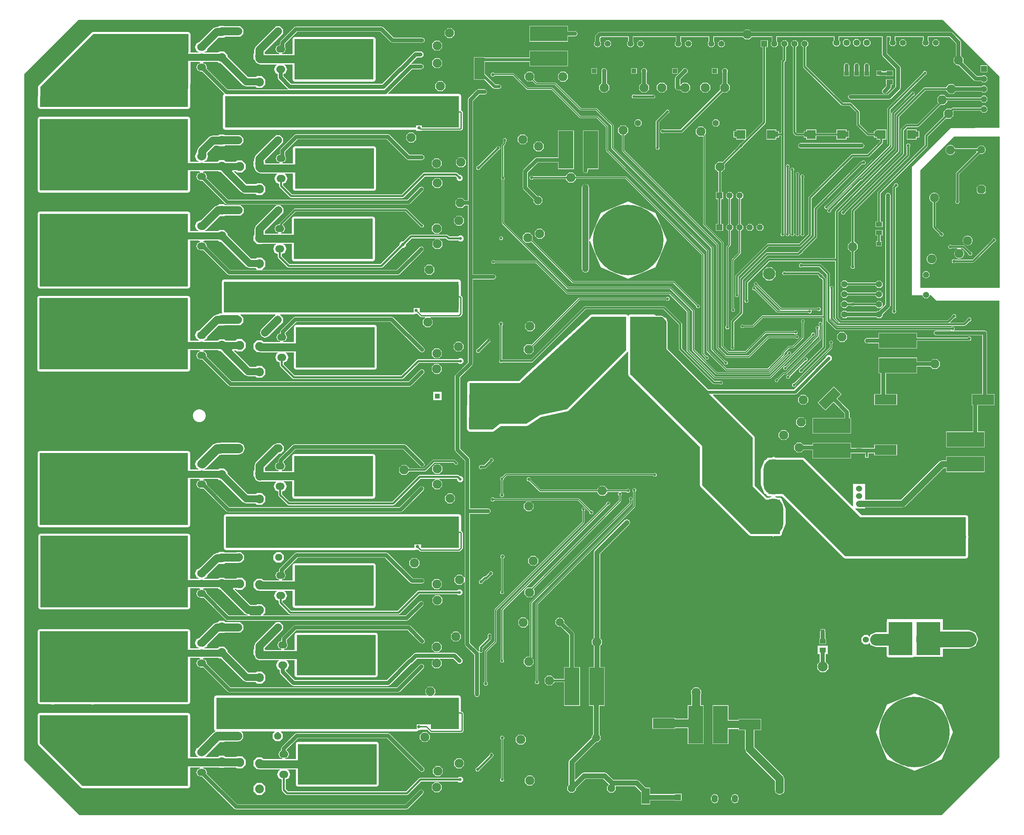
<source format=gbr>
%TF.GenerationSoftware,Altium Limited,Altium Designer,21.6.4 (81)*%
G04 Layer_Physical_Order=1*
G04 Layer_Color=255*
%FSLAX43Y43*%
%MOMM*%
%TF.SameCoordinates,B094594F-E5AE-4C03-B854-EF891E02AD71*%
%TF.FilePolarity,Positive*%
%TF.FileFunction,Copper,L1,Top,Signal*%
%TF.Part,Single*%
G01*
G75*
%TA.AperFunction,Conductor*%
%ADD10C,0.500*%
%TA.AperFunction,NonConductor*%
%ADD11C,7.620*%
%TA.AperFunction,SMDPad,CuDef*%
%ADD12R,2.500X5.500*%
%ADD13R,5.500X2.500*%
G04:AMPARAMS|DCode=14|XSize=5.5mm|YSize=2.5mm|CornerRadius=0mm|HoleSize=0mm|Usage=FLASHONLY|Rotation=225.000|XOffset=0mm|YOffset=0mm|HoleType=Round|Shape=Rectangle|*
%AMROTATEDRECTD14*
4,1,4,1.061,2.828,2.828,1.061,-1.061,-2.828,-2.828,-1.061,1.061,2.828,0.0*
%
%ADD14ROTATEDRECTD14*%

%ADD15R,9.500X3.750*%
%ADD16R,3.750X9.500*%
%ADD17R,0.600X0.600*%
%ADD18R,1.350X0.950*%
%ADD19R,1.508X1.157*%
%ADD20R,1.200X1.100*%
%ADD21R,0.900X0.850*%
%ADD22R,2.750X6.200*%
%ADD23R,2.000X4.000*%
%ADD24R,2.108X1.397*%
%TA.AperFunction,Conductor*%
%ADD25C,1.000*%
%ADD26C,1.300*%
%ADD27C,0.400*%
%ADD28C,0.300*%
%ADD29C,0.600*%
%ADD30C,0.500*%
%ADD31C,0.800*%
%ADD32C,0.990*%
%ADD33C,1.800*%
%ADD34C,0.900*%
%ADD35C,2.000*%
%ADD36C,2.200*%
%ADD37C,4.000*%
%ADD38C,1.500*%
%ADD39C,1.900*%
%ADD40C,1.200*%
%ADD41C,1.600*%
%ADD42C,3.000*%
%ADD43C,2.400*%
%ADD44R,2.500X5.500*%
%ADD45R,5.500X2.500*%
%ADD46R,4.350X11.075*%
%ADD47R,5.550X1.800*%
%ADD48R,2.571X9.584*%
%ADD49R,4.455X7.080*%
%ADD50R,8.025X5.450*%
%ADD51R,6.475X5.175*%
%ADD52R,19.812X10.160*%
G04:AMPARAMS|DCode=53|XSize=5.5mm|YSize=2.5mm|CornerRadius=0mm|HoleSize=0mm|Usage=FLASHONLY|Rotation=225.000|XOffset=0mm|YOffset=0mm|HoleType=Round|Shape=Rectangle|*
%AMROTATEDRECTD53*
4,1,4,1.061,2.828,2.828,1.061,-1.061,-2.828,-2.828,-1.061,1.061,2.828,0.0*
%
%ADD53ROTATEDRECTD53*%

%ADD54R,5.969X8.382*%
%TA.AperFunction,NonConductor*%
%ADD55R,5.969X8.382*%
%TA.AperFunction,ComponentPad*%
%ADD56C,2.286*%
%ADD57C,2.000*%
%ADD58C,1.950*%
G04:AMPARAMS|DCode=59|XSize=1.95mm|YSize=1.95mm|CornerRadius=0.488mm|HoleSize=0mm|Usage=FLASHONLY|Rotation=90.000|XOffset=0mm|YOffset=0mm|HoleType=Round|Shape=RoundedRectangle|*
%AMROUNDEDRECTD59*
21,1,1.950,0.975,0,0,90.0*
21,1,0.975,1.950,0,0,90.0*
1,1,0.975,0.488,0.488*
1,1,0.975,0.488,-0.488*
1,1,0.975,-0.488,-0.488*
1,1,0.975,-0.488,0.488*
%
%ADD59ROUNDEDRECTD59*%
%ADD60C,1.800*%
%ADD61C,2.200*%
%ADD62C,1.550*%
%ADD63R,1.550X1.550*%
%ADD64R,1.600X1.600*%
%ADD65C,1.600*%
%ADD66C,1.300*%
%ADD67R,1.300X1.300*%
%ADD68O,5.588X5.080*%
%ADD69C,2.500*%
%ADD70C,6.350*%
G04:AMPARAMS|DCode=71|XSize=1.95mm|YSize=1.95mm|CornerRadius=0.488mm|HoleSize=0mm|Usage=FLASHONLY|Rotation=0.000|XOffset=0mm|YOffset=0mm|HoleType=Round|Shape=RoundedRectangle|*
%AMROUNDEDRECTD71*
21,1,1.950,0.975,0,0,0.0*
21,1,0.975,1.950,0,0,0.0*
1,1,0.975,0.488,-0.488*
1,1,0.975,-0.488,-0.488*
1,1,0.975,-0.488,0.488*
1,1,0.975,0.488,0.488*
%
%ADD71ROUNDEDRECTD71*%
%ADD72C,1.524*%
%ADD73O,5.080X8.890*%
G04:AMPARAMS|DCode=74|XSize=1.6mm|YSize=1.6mm|CornerRadius=0.4mm|HoleSize=0mm|Usage=FLASHONLY|Rotation=270.000|XOffset=0mm|YOffset=0mm|HoleType=Round|Shape=RoundedRectangle|*
%AMROUNDEDRECTD74*
21,1,1.600,0.800,0,0,270.0*
21,1,0.800,1.600,0,0,270.0*
1,1,0.800,-0.400,-0.400*
1,1,0.800,-0.400,0.400*
1,1,0.800,0.400,0.400*
1,1,0.800,0.400,-0.400*
%
%ADD74ROUNDEDRECTD74*%
%ADD75O,4.826X6.350*%
%ADD76C,6.604*%
%ADD77O,1.524X2.032*%
%ADD78C,3.048*%
%ADD79R,1.550X1.550*%
%ADD80O,2.286X1.778*%
%ADD81C,4.572*%
%ADD82R,2.286X2.286*%
%ADD83R,1.200X1.200*%
%ADD84C,1.200*%
G04:AMPARAMS|DCode=85|XSize=1.6mm|YSize=1.6mm|CornerRadius=0.4mm|HoleSize=0mm|Usage=FLASHONLY|Rotation=180.000|XOffset=0mm|YOffset=0mm|HoleType=Round|Shape=RoundedRectangle|*
%AMROUNDEDRECTD85*
21,1,1.600,0.800,0,0,180.0*
21,1,0.800,1.600,0,0,180.0*
1,1,0.800,-0.400,0.400*
1,1,0.800,0.400,0.400*
1,1,0.800,0.400,-0.400*
1,1,0.800,-0.400,-0.400*
%
%ADD85ROUNDEDRECTD85*%
%ADD86R,1.500X1.500*%
%ADD87C,1.500*%
%TA.AperFunction,TestPad*%
%ADD88C,1.500*%
%ADD89C,0.700*%
%TA.AperFunction,ViaPad*%
%ADD90C,1.270*%
%ADD91C,0.500*%
%ADD92C,0.800*%
%ADD93C,1.000*%
%ADD94C,0.700*%
%ADD95C,1.500*%
G36*
X245188Y132525D02*
X225228D01*
Y162103D01*
X233700Y170575D01*
X245188D01*
Y132525D01*
D02*
G37*
G36*
X245114Y185736D02*
Y172786D01*
X232875Y172675D01*
X223075Y162875D01*
Y130950D01*
Y130640D01*
X225800D01*
Y130393D01*
X226313Y129880D01*
X227037D01*
X227550Y130393D01*
Y130640D01*
X227886D01*
X229276Y129250D01*
X245114D01*
Y14309D01*
X230555Y-250D01*
X13718Y-250D01*
X-120Y13587D01*
X-120Y186345D01*
X13535Y200000D01*
X230850D01*
X245114Y185736D01*
D02*
G37*
%LPC*%
G36*
X232962Y168442D02*
X232635D01*
X232319Y168357D01*
X232035Y168194D01*
X231804Y167962D01*
X231640Y167679D01*
X231556Y167363D01*
Y167035D01*
X231640Y166719D01*
X231804Y166436D01*
X232035Y166204D01*
X232319Y166041D01*
X232635Y165956D01*
X232962D01*
X233278Y166041D01*
X233562Y166204D01*
X233793Y166436D01*
X233957Y166719D01*
X233986Y166829D01*
X239291D01*
X239368Y166644D01*
X234278Y161555D01*
X234189Y161422D01*
X234158Y161266D01*
X234158Y161266D01*
Y154475D01*
X234142Y154459D01*
X234066Y154275D01*
Y154076D01*
X234142Y153892D01*
X234283Y153751D01*
X234467Y153675D01*
X234666D01*
X234849Y153751D01*
X234990Y153892D01*
X235066Y154076D01*
Y154275D01*
X234990Y154459D01*
X234974Y154475D01*
Y161097D01*
X240154Y166277D01*
X240160Y166273D01*
X240433Y166200D01*
X240717D01*
X240990Y166273D01*
X241235Y166415D01*
X241435Y166615D01*
X241577Y166860D01*
X241650Y167133D01*
Y167417D01*
X241577Y167690D01*
X241435Y167935D01*
X241235Y168135D01*
X240990Y168277D01*
X240717Y168350D01*
X240433D01*
X240160Y168277D01*
X239915Y168135D01*
X239715Y167935D01*
X239573Y167690D01*
X239561Y167645D01*
X233966D01*
X233957Y167679D01*
X233793Y167962D01*
X233562Y168194D01*
X233278Y168357D01*
X232962Y168442D01*
D02*
G37*
G36*
X241062Y158362D02*
X240087D01*
X239858Y158316D01*
X239664Y158186D01*
X239534Y157992D01*
X239488Y157763D01*
Y156788D01*
X239534Y156558D01*
X239664Y156364D01*
X239858Y156234D01*
X240087Y156189D01*
X241062D01*
X241292Y156234D01*
X241486Y156364D01*
X241616Y156558D01*
X241662Y156788D01*
Y157763D01*
X241616Y157992D01*
X241486Y158186D01*
X241292Y158316D01*
X241062Y158362D01*
D02*
G37*
G36*
X228914Y156443D02*
X228586D01*
X228270Y156358D01*
X227987Y156195D01*
X227755Y155963D01*
X227592Y155680D01*
X227507Y155364D01*
Y155036D01*
X227592Y154720D01*
X227755Y154437D01*
X227987Y154205D01*
X228270Y154042D01*
X228393Y154009D01*
Y147779D01*
X228420Y147643D01*
X228498Y147527D01*
X230075Y145949D01*
Y145855D01*
X230151Y145671D01*
X230292Y145530D01*
X230476Y145454D01*
X230674D01*
X230858Y145530D01*
X230999Y145671D01*
X231075Y145855D01*
Y146054D01*
X230999Y146237D01*
X230858Y146378D01*
X230674Y146454D01*
X230580D01*
X229107Y147927D01*
Y154009D01*
X229230Y154042D01*
X229513Y154205D01*
X229745Y154437D01*
X229908Y154720D01*
X229993Y155036D01*
Y155364D01*
X229908Y155680D01*
X229745Y155963D01*
X229513Y156195D01*
X229230Y156358D01*
X228914Y156443D01*
D02*
G37*
G36*
X237284Y145622D02*
X236957D01*
X236640Y145537D01*
X236357Y145374D01*
X236126Y145142D01*
X235962Y144859D01*
X235877Y144543D01*
Y144215D01*
X235962Y143899D01*
X236126Y143616D01*
X236357Y143384D01*
X236640Y143221D01*
X236957Y143136D01*
X237284D01*
X237600Y143221D01*
X237883Y143384D01*
X238115Y143616D01*
X238279Y143899D01*
X238363Y144215D01*
Y144543D01*
X238279Y144859D01*
X238115Y145142D01*
X237883Y145374D01*
X237600Y145537D01*
X237284Y145622D01*
D02*
G37*
G36*
X232849Y143317D02*
X232651D01*
X232467Y143241D01*
X232326Y143101D01*
X232250Y142917D01*
Y142718D01*
X232326Y142534D01*
X232467Y142394D01*
X232651Y142317D01*
X232849D01*
X233033Y142394D01*
X233100Y142461D01*
X234505D01*
X234532Y142261D01*
X234510Y142255D01*
X234227Y142091D01*
X233995Y141860D01*
X233832Y141576D01*
X233747Y141260D01*
Y140933D01*
X233832Y140617D01*
X233995Y140333D01*
X234227Y140102D01*
X234510Y139938D01*
X234826Y139854D01*
X235154D01*
X235470Y139938D01*
X235753Y140102D01*
X235985Y140333D01*
X236148Y140617D01*
X236233Y140933D01*
Y141260D01*
X236148Y141576D01*
X235985Y141860D01*
X235753Y142091D01*
X235470Y142255D01*
X235448Y142261D01*
X235475Y142461D01*
X235909D01*
X237277Y141092D01*
Y140997D01*
X237354Y140813D01*
X237494Y140673D01*
X237678Y140597D01*
X237877D01*
X238061Y140673D01*
X238201Y140813D01*
X238277Y140997D01*
Y141196D01*
X238201Y141380D01*
X238061Y141520D01*
X237877Y141597D01*
X237782D01*
X236309Y143070D01*
X236193Y143147D01*
X236057Y143174D01*
X233100D01*
X233033Y143241D01*
X232849Y143317D01*
D02*
G37*
G36*
X243862Y144999D02*
X243663D01*
X243479Y144923D01*
X243338Y144782D01*
X243262Y144598D01*
Y144504D01*
X238340Y139582D01*
X234000D01*
X233933Y139649D01*
X233749Y139725D01*
X233551D01*
X233367Y139649D01*
X233226Y139508D01*
X233150Y139324D01*
Y139126D01*
X233226Y138942D01*
X233367Y138801D01*
X233551Y138725D01*
X233749D01*
X233933Y138801D01*
X234000Y138868D01*
X238488D01*
X238625Y138895D01*
X238740Y138973D01*
X243767Y143999D01*
X243862D01*
X244045Y144075D01*
X244186Y144216D01*
X244262Y144399D01*
Y144598D01*
X244186Y144782D01*
X244045Y144923D01*
X243862Y144999D01*
D02*
G37*
G36*
X228243Y141021D02*
X227916D01*
X227599Y140936D01*
X227316Y140772D01*
X227085Y140541D01*
X226921Y140257D01*
X226836Y139941D01*
Y139614D01*
X226921Y139298D01*
X227085Y139014D01*
X227316Y138783D01*
X227599Y138619D01*
X227916Y138535D01*
X228243D01*
X228559Y138619D01*
X228842Y138783D01*
X229074Y139014D01*
X229238Y139298D01*
X229322Y139614D01*
Y139941D01*
X229238Y140257D01*
X229074Y140541D01*
X228842Y140772D01*
X228559Y140936D01*
X228243Y141021D01*
D02*
G37*
G36*
X226790Y136710D02*
X226560D01*
X226337Y136650D01*
X226138Y136535D01*
X225975Y136372D01*
X225860Y136173D01*
X225800Y135950D01*
Y135720D01*
X225860Y135497D01*
X225975Y135298D01*
X226138Y135135D01*
X226337Y135020D01*
X226560Y134960D01*
X226790D01*
X227013Y135020D01*
X227212Y135135D01*
X227375Y135298D01*
X227490Y135497D01*
X227550Y135720D01*
Y135950D01*
X227490Y136173D01*
X227375Y136372D01*
X227212Y136535D01*
X227013Y136650D01*
X226790Y136710D01*
D02*
G37*
G36*
X107333Y197891D02*
X106303D01*
X105575Y197163D01*
Y196133D01*
X106303Y195405D01*
X107333D01*
X108061Y196133D01*
Y197163D01*
X107333Y197891D01*
D02*
G37*
G36*
X136604Y198453D02*
X126904D01*
Y194503D01*
X136604D01*
Y195829D01*
X138354D01*
X138473Y195878D01*
X138602D01*
X138694Y195969D01*
X138813Y196019D01*
X138862Y196138D01*
X138954Y196229D01*
Y196359D01*
X139003Y196478D01*
X138954Y196597D01*
Y196727D01*
X138862Y196818D01*
X138813Y196937D01*
X138694Y196987D01*
X138602Y197078D01*
X138473D01*
X138354Y197127D01*
X136604D01*
Y198453D01*
D02*
G37*
G36*
X50121Y198475D02*
X48879D01*
X48639Y198236D01*
X48294D01*
X47375Y197855D01*
X43877Y194356D01*
X43210Y194081D01*
X42802Y193094D01*
X43210Y192107D01*
X43741Y191887D01*
Y191760D01*
X43703Y191745D01*
X41748D01*
X41659Y191835D01*
X41690Y196302D01*
X41689Y196303D01*
X41690Y196304D01*
X41611Y196495D01*
X41534Y196686D01*
X41533Y196686D01*
X41532Y196687D01*
X41443Y196777D01*
X41442Y196778D01*
X41442Y196779D01*
X41251Y196858D01*
X41061Y196937D01*
X41060Y196937D01*
X41059Y196937D01*
X17166D01*
X17166Y196937D01*
X16784Y196779D01*
X16784Y196779D01*
X3490Y183485D01*
X3412Y183297D01*
X3331Y183111D01*
X3252Y178182D01*
X3253Y178180D01*
X3252Y178178D01*
X3329Y177988D01*
X3405Y177797D01*
X3407Y177796D01*
X3408Y177794D01*
X3497Y177703D01*
X3499Y177702D01*
X3500Y177700D01*
X3689Y177622D01*
X3878Y177542D01*
X3880Y177543D01*
X3882Y177542D01*
X41022D01*
X41212Y177620D01*
X41402Y177698D01*
X41403Y177699D01*
X41405Y177700D01*
X41483Y177890D01*
X41563Y178079D01*
X41641Y189363D01*
X43703D01*
X44121Y189190D01*
Y189053D01*
X43440Y188771D01*
X43127Y188014D01*
X43440Y187257D01*
X44197Y186944D01*
X44611D01*
X50181Y181373D01*
X50185Y181360D01*
X50159Y181227D01*
X49992Y181158D01*
X49992Y181158D01*
X49834Y180775D01*
Y172850D01*
X49992Y172467D01*
X50375Y172309D01*
X95825Y172309D01*
X98400D01*
Y172065D01*
X98725D01*
X98787Y172004D01*
X99449D01*
X99511Y172065D01*
X99814D01*
Y172079D01*
X109602D01*
X109602Y172079D01*
X109870Y172190D01*
X110046Y172366D01*
X110046Y172366D01*
X110157Y172634D01*
X110157Y172634D01*
Y176637D01*
X110157Y176637D01*
X110046Y176905D01*
X110046Y176905D01*
X109870Y177080D01*
X109716Y177144D01*
Y180775D01*
X109558Y181158D01*
X109558Y181158D01*
X109175Y181316D01*
X91332Y181316D01*
X91279Y181443D01*
X97394Y187558D01*
X99699D01*
X100155Y187746D01*
X100343Y188202D01*
X100155Y188657D01*
X99699Y188846D01*
X97193D01*
X97141Y188973D01*
X98665Y190497D01*
X99512D01*
X99530Y190505D01*
X99823D01*
X100029Y190712D01*
X100048Y190719D01*
X100055Y190738D01*
X100262Y190944D01*
Y191236D01*
X100270Y191255D01*
X100262Y191273D01*
Y191566D01*
X100055Y191772D01*
X100048Y191791D01*
X100029Y191798D01*
X99823Y192005D01*
X99530D01*
X99512Y192013D01*
X98351D01*
X97816Y191791D01*
X94159Y188134D01*
X94099D01*
X93917Y187952D01*
X93895Y187943D01*
X89869Y183917D01*
X66997D01*
X65075Y185840D01*
Y186319D01*
X65558Y186519D01*
X65966Y187506D01*
X65558Y188493D01*
X65244Y188623D01*
X65268Y188747D01*
X67331D01*
Y184966D01*
X67489Y184583D01*
X67872Y184425D01*
X87684D01*
X88067Y184583D01*
X88225Y184966D01*
Y195126D01*
X88067Y195509D01*
X87684Y195667D01*
X67872D01*
X67489Y195509D01*
X67331Y195126D01*
Y191345D01*
X64804D01*
X64647Y191410D01*
Y191547D01*
X65328Y191829D01*
X65641Y192586D01*
X65445Y193061D01*
X65447Y193067D01*
Y193956D01*
X68477Y196986D01*
X89421D01*
X92016Y194391D01*
X92475Y194201D01*
X99943D01*
X100402Y194391D01*
X100592Y194850D01*
X100402Y195309D01*
X99943Y195499D01*
X92744D01*
X90149Y198094D01*
X89690Y198285D01*
X68208D01*
X67749Y198094D01*
X64339Y194684D01*
X64148Y194225D01*
Y193656D01*
X64063D01*
X63306Y193343D01*
X62993Y192586D01*
X63306Y191829D01*
X63987Y191547D01*
Y191410D01*
X63830Y191345D01*
X60500D01*
Y191421D01*
X60299Y191622D01*
Y191862D01*
X64212Y195775D01*
X64213D01*
X64975Y196537D01*
Y197613D01*
X64213Y198375D01*
X63137D01*
X62375Y197613D01*
Y197612D01*
X58082Y193318D01*
X57701Y192400D01*
Y191622D01*
X57500Y191421D01*
Y190179D01*
X57855Y189824D01*
X58082Y189277D01*
X58174Y189238D01*
X58285Y189128D01*
X59203Y188747D01*
X63366D01*
X63390Y188623D01*
X63076Y188493D01*
X62668Y187506D01*
X63076Y186519D01*
X63559Y186319D01*
Y185526D01*
X63781Y184990D01*
X66148Y182624D01*
X66329Y182549D01*
X66304Y182424D01*
X50952D01*
X45654Y187721D01*
X45775Y188014D01*
X45462Y188771D01*
X44781Y189053D01*
Y189190D01*
X45199Y189363D01*
X48540D01*
X48879Y189025D01*
X49316D01*
X54757Y183585D01*
X54757Y183585D01*
X55598Y183236D01*
X57993D01*
X58379Y182850D01*
X59621D01*
X60500Y183729D01*
Y184971D01*
X59621Y185850D01*
X58379D01*
X58146Y185617D01*
X56092D01*
X51000Y190709D01*
Y191146D01*
X50121Y192025D01*
X48879D01*
X48598Y191745D01*
X45199D01*
X45161Y191760D01*
Y191887D01*
X45692Y192107D01*
X45967Y192774D01*
X48774Y195580D01*
X48879Y195475D01*
X50121D01*
X50422Y195776D01*
X53135D01*
X53137Y195775D01*
X54213D01*
X54975Y196537D01*
Y197613D01*
X54213Y198375D01*
X53137D01*
X53135Y198374D01*
X50222D01*
X50121Y198475D01*
D02*
G37*
G36*
X229462Y195075D02*
X228758D01*
X228260Y194577D01*
Y193873D01*
X228758Y193375D01*
X229462D01*
X229960Y193873D01*
Y194577D01*
X229462Y195075D01*
D02*
G37*
G36*
X221172D02*
X220468D01*
X219970Y194577D01*
Y193873D01*
X220468Y193375D01*
X221172D01*
X221670Y193873D01*
Y194577D01*
X221172Y195075D01*
D02*
G37*
G36*
X212128Y195117D02*
X211382D01*
X210855Y194590D01*
Y193844D01*
X211382Y193317D01*
X212128D01*
X212655Y193844D01*
Y194590D01*
X212128Y195117D01*
D02*
G37*
G36*
X209588D02*
X208842D01*
X208315Y194590D01*
Y193844D01*
X208842Y193317D01*
X209588D01*
X210115Y193844D01*
Y194590D01*
X209588Y195117D01*
D02*
G37*
G36*
X207048D02*
X206302D01*
X205775Y194590D01*
Y193844D01*
X206302Y193317D01*
X207048D01*
X207575Y193844D01*
Y194590D01*
X207048Y195117D01*
D02*
G37*
G36*
X175531Y194813D02*
X174827D01*
X174329Y194315D01*
Y193611D01*
X174827Y193113D01*
X175531D01*
X176029Y193611D01*
Y194315D01*
X175531Y194813D01*
D02*
G37*
G36*
X167276D02*
X166572D01*
X166074Y194315D01*
Y193611D01*
X166572Y193113D01*
X167276D01*
X167774Y193611D01*
Y194315D01*
X167276Y194813D01*
D02*
G37*
G36*
X155211D02*
X154507D01*
X154009Y194315D01*
Y193611D01*
X154507Y193113D01*
X155211D01*
X155709Y193611D01*
Y194315D01*
X155211Y194813D01*
D02*
G37*
G36*
X146956D02*
X146252D01*
X145754Y194315D01*
Y193611D01*
X146252Y193113D01*
X146956D01*
X147454Y193611D01*
Y194315D01*
X146956Y194813D01*
D02*
G37*
G36*
X104208Y194724D02*
X103178D01*
X102450Y193996D01*
Y192966D01*
X103178Y192238D01*
X104208D01*
X104936Y192966D01*
Y193996D01*
X104208Y194724D01*
D02*
G37*
G36*
X136604Y192203D02*
X126904D01*
Y190491D01*
X115649D01*
Y190612D01*
X112949D01*
Y190552D01*
X112921Y190484D01*
Y184984D01*
X112949Y184917D01*
Y184912D01*
X112951D01*
X112953Y184908D01*
X113029Y184876D01*
X115529D01*
X115606Y184908D01*
X115694Y184830D01*
X117733Y182792D01*
X117733Y182792D01*
X118115Y182634D01*
X118115Y182634D01*
X119275D01*
X119374Y182675D01*
X119482D01*
X119558Y182751D01*
X119658Y182792D01*
X119699Y182892D01*
X119775Y182968D01*
Y183075D01*
X119816Y183175D01*
X119775Y183274D01*
Y183382D01*
X119699Y183458D01*
X119658Y183557D01*
X119558Y183599D01*
X119482Y183675D01*
X119374D01*
X119275Y183716D01*
X118340D01*
X115649Y186407D01*
Y189409D01*
X126904D01*
Y188253D01*
X136604D01*
Y192203D01*
D02*
G37*
G36*
X104208Y190331D02*
X103178D01*
X102450Y189603D01*
Y188573D01*
X103178Y187845D01*
X104208D01*
X104936Y188573D01*
Y189603D01*
X104208Y190331D01*
D02*
G37*
G36*
X242100Y188525D02*
X240350D01*
Y186775D01*
X242100D01*
Y188525D01*
D02*
G37*
G36*
X174228Y187805D02*
X172828D01*
Y186405D01*
X174228D01*
Y187805D01*
D02*
G37*
G36*
X164195D02*
X162795D01*
Y186405D01*
X164195D01*
Y187805D01*
D02*
G37*
G36*
X153908D02*
X152508D01*
Y186405D01*
X153908D01*
Y187805D01*
D02*
G37*
G36*
X143875D02*
X142475D01*
Y186405D01*
X143875D01*
Y187805D01*
D02*
G37*
G36*
X211755Y189097D02*
X211296Y188907D01*
X211106Y188448D01*
Y187100D01*
X211055D01*
Y185800D01*
X212455D01*
Y187100D01*
X212405D01*
Y188448D01*
X212215Y188907D01*
X211755Y189097D01*
D02*
G37*
G36*
X209215D02*
X208756Y188907D01*
X208566Y188448D01*
Y187100D01*
X208515D01*
Y185800D01*
X209915D01*
Y187100D01*
X209865D01*
Y188448D01*
X209675Y188907D01*
X209215Y189097D01*
D02*
G37*
G36*
X206675D02*
X206216Y188907D01*
X206026Y188448D01*
Y187100D01*
X205975D01*
Y185800D01*
X207375D01*
Y187100D01*
X207325D01*
Y188448D01*
X207135Y188907D01*
X206675Y189097D01*
D02*
G37*
G36*
X215620Y187225D02*
X214220D01*
Y185925D01*
X215620D01*
Y185925D01*
X216629D01*
Y185798D01*
X218337D01*
Y187154D01*
X216629D01*
Y187008D01*
X215620D01*
Y187225D01*
D02*
G37*
G36*
X135865Y186918D02*
X134835D01*
X134107Y186190D01*
Y185160D01*
X134835Y184432D01*
X135865D01*
X136593Y185160D01*
Y186190D01*
X135865Y186918D01*
D02*
G37*
G36*
X182199Y197543D02*
X181169D01*
X180576Y196949D01*
X144650D01*
X144191Y196759D01*
X143605Y196173D01*
X143415Y195714D01*
Y194516D01*
X143214Y194315D01*
Y193611D01*
X143712Y193113D01*
X144416D01*
X144914Y193611D01*
Y194315D01*
X144714Y194516D01*
Y195445D01*
X144919Y195651D01*
X151744D01*
Y194590D01*
X151469Y194315D01*
Y193611D01*
X151967Y193113D01*
X152671D01*
X153169Y193611D01*
Y194315D01*
X153043Y194442D01*
Y195651D01*
X163735D01*
Y194516D01*
X163534Y194315D01*
Y193611D01*
X164032Y193113D01*
X164736D01*
X165234Y193611D01*
Y194315D01*
X165033Y194516D01*
Y195651D01*
X171990D01*
Y194516D01*
X171789Y194315D01*
Y193611D01*
X172287Y193113D01*
X172991D01*
X173489Y193611D01*
Y194315D01*
X173288Y194516D01*
Y195651D01*
X180576D01*
X181169Y195057D01*
X182199D01*
X182792Y195651D01*
X187865D01*
Y194551D01*
X187639Y194325D01*
Y193601D01*
X188152Y193088D01*
X188876D01*
X189389Y193601D01*
Y194325D01*
X189163Y194551D01*
Y195651D01*
X203486D01*
Y194840D01*
X203235Y194590D01*
Y193844D01*
X203762Y193317D01*
X204508D01*
X205035Y193844D01*
Y194590D01*
X204785Y194840D01*
Y195651D01*
X215579D01*
Y191277D01*
X215770Y190818D01*
X219002Y187585D01*
Y183101D01*
X217101Y181199D01*
X207700D01*
X207241Y181009D01*
X207051Y180550D01*
X207241Y180091D01*
X207700Y179901D01*
X217370D01*
X217829Y180091D01*
X220111Y182372D01*
X220301Y182832D01*
Y187854D01*
X220111Y188314D01*
X216878Y191546D01*
Y195651D01*
X217631D01*
Y194778D01*
X217430Y194577D01*
Y193873D01*
X217928Y193375D01*
X218632D01*
X219130Y193873D01*
Y194577D01*
X218929Y194778D01*
Y195651D01*
X225921D01*
Y194778D01*
X225720Y194577D01*
Y193873D01*
X226218Y193375D01*
X226922D01*
X227420Y193873D01*
Y194577D01*
X227219Y194778D01*
Y195651D01*
X232593D01*
X234177Y194067D01*
Y190907D01*
X233584Y190313D01*
Y189283D01*
X234312Y188555D01*
X234889D01*
X238724Y184720D01*
X239183Y184530D01*
X240567D01*
X240863Y184235D01*
X241587D01*
X242100Y184748D01*
Y185472D01*
X241587Y185985D01*
X240863D01*
X240707Y185829D01*
X239452D01*
X236034Y189247D01*
X236070Y189283D01*
Y190313D01*
X235476Y190907D01*
Y194336D01*
X235286Y194795D01*
X233322Y196759D01*
X232862Y196949D01*
X218280D01*
X218280Y196949D01*
X204135D01*
X204135Y196949D01*
X188514D01*
X188514Y196949D01*
X182792D01*
X182199Y197543D01*
D02*
G37*
G36*
X233515Y183813D02*
X232485D01*
X231757Y183085D01*
Y182949D01*
X226368D01*
X226368Y182949D01*
X226100Y182838D01*
X226100Y182838D01*
X219234Y175972D01*
X219123Y175704D01*
X219123Y175704D01*
Y167184D01*
X203932Y151993D01*
X203821Y151725D01*
X203821Y151725D01*
Y139954D01*
X187141D01*
X186873Y139843D01*
X186873Y139843D01*
X181217Y134187D01*
X181106Y133919D01*
X181106Y133919D01*
Y129414D01*
X181058Y129366D01*
Y128993D01*
X181321Y128730D01*
X181694D01*
X181958Y128993D01*
Y129366D01*
X181864Y129460D01*
Y133762D01*
X187298Y139196D01*
X203821D01*
Y124898D01*
X203821Y124898D01*
X203932Y124630D01*
X204741Y123821D01*
X204692Y123704D01*
X204530D01*
X203329Y124905D01*
Y132242D01*
X203400Y132314D01*
Y132686D01*
X203136Y132950D01*
X202764D01*
X202581Y132767D01*
X202454Y132820D01*
Y136081D01*
X202343Y136348D01*
X202343Y136348D01*
X200273Y138418D01*
X200006Y138529D01*
X200006Y138529D01*
X195553D01*
X195432Y138650D01*
X195018D01*
X194725Y138357D01*
Y137943D01*
X195018Y137650D01*
X195432D01*
X195553Y137771D01*
X199849D01*
X201696Y135924D01*
Y124318D01*
X201696Y124318D01*
X201807Y124050D01*
X203875Y121982D01*
X203875Y121982D01*
X204143Y121871D01*
X232887D01*
X232898Y121856D01*
X232830Y121729D01*
X229169D01*
X228748Y121554D01*
X228661Y121344D01*
X228649Y121332D01*
Y121315D01*
X228574Y121133D01*
X228649Y120951D01*
Y120918D01*
X228673Y120894D01*
X228748Y120712D01*
X228930Y120637D01*
X228942Y120625D01*
X228960D01*
X229169Y120538D01*
X240780D01*
Y105700D01*
X238150D01*
Y103000D01*
X238210D01*
X238278Y102972D01*
X238401D01*
Y96325D01*
X231725D01*
Y92375D01*
X241425D01*
Y96325D01*
X239699D01*
Y102972D01*
X243778D01*
X243846Y103000D01*
X243850D01*
Y103002D01*
X243855Y103004D01*
X243886Y103080D01*
Y105580D01*
X243855Y105657D01*
X243850Y105658D01*
Y105700D01*
X241970D01*
Y121142D01*
X241796Y121563D01*
X241375Y121737D01*
X241355Y121729D01*
X233697D01*
X233644Y121856D01*
X233831Y122043D01*
Y122457D01*
X233538Y122750D01*
X233124D01*
X233003Y122629D01*
X204300D01*
X202454Y124475D01*
Y124699D01*
X202581Y124725D01*
X202682Y124480D01*
X204105Y123057D01*
X204105Y123057D01*
X204373Y122946D01*
X204373Y122946D01*
X236351D01*
X236351Y122946D01*
X236619Y123057D01*
X237566Y124004D01*
X237737D01*
X238030Y124297D01*
Y124711D01*
X237737Y125004D01*
X237323D01*
X237030Y124711D01*
Y124540D01*
X236194Y123704D01*
X232756D01*
X232707Y123821D01*
X233736Y124850D01*
X233907D01*
X234200Y125143D01*
Y125557D01*
X233907Y125850D01*
X233493D01*
X233200Y125557D01*
Y125386D01*
X232118Y124304D01*
X205330D01*
X204579Y125055D01*
Y139518D01*
X204579Y139518D01*
X204579Y139518D01*
Y151568D01*
X219770Y166759D01*
X219770Y166759D01*
X219881Y167027D01*
X219881Y167027D01*
Y175547D01*
X226525Y182191D01*
X231757D01*
Y182055D01*
X232485Y181327D01*
X233515D01*
X234108Y181921D01*
X240637D01*
X240863Y181695D01*
X241587D01*
X242100Y182208D01*
Y182932D01*
X241587Y183445D01*
X240863D01*
X240637Y183219D01*
X234108D01*
X233515Y183813D01*
D02*
G37*
G36*
X105016Y184543D02*
X103986D01*
X103258Y183815D01*
Y182785D01*
X103986Y182057D01*
X105016D01*
X105744Y182785D01*
Y183815D01*
X105016Y184543D01*
D02*
G37*
G36*
X176358Y187805D02*
X175778D01*
X175368Y187395D01*
Y186815D01*
X175419Y186764D01*
Y184022D01*
X174825Y183429D01*
Y182399D01*
X174883Y182341D01*
X164916Y172374D01*
X160645D01*
X160578Y172441D01*
X160164D01*
X159871Y172149D01*
Y171734D01*
X160164Y171441D01*
X160578D01*
X160645Y171508D01*
X165095D01*
X165402Y171635D01*
X175495Y181729D01*
X175553Y181671D01*
X176583D01*
X177311Y182399D01*
Y183429D01*
X176717Y184022D01*
Y186764D01*
X176768Y186815D01*
Y187395D01*
X176358Y187805D01*
D02*
G37*
G36*
X171630Y184157D02*
X170600D01*
X169872Y183429D01*
Y182399D01*
X170600Y181671D01*
X171630D01*
X172358Y182399D01*
Y183429D01*
X171630Y184157D01*
D02*
G37*
G36*
X166325Y187805D02*
X165745D01*
X165335Y187395D01*
Y187323D01*
X163725Y185714D01*
X163535Y185255D01*
Y182914D01*
X163725Y182455D01*
X164185Y182265D01*
X164927D01*
X165520Y181671D01*
X166550D01*
X167278Y182399D01*
Y183429D01*
X166550Y184157D01*
X165520D01*
X164961Y183598D01*
X164834Y183647D01*
Y184986D01*
X166254Y186405D01*
X166325D01*
X166735Y186815D01*
Y187395D01*
X166325Y187805D01*
D02*
G37*
G36*
X160708Y184157D02*
X159678D01*
X158950Y183429D01*
Y182399D01*
X159678Y181671D01*
X160708D01*
X161436Y182399D01*
Y183429D01*
X160708Y184157D01*
D02*
G37*
G36*
X156038Y187805D02*
X155458D01*
X155048Y187395D01*
Y186815D01*
X155099Y186764D01*
Y184022D01*
X154505Y183429D01*
Y182399D01*
X155233Y181671D01*
X156263D01*
X156991Y182399D01*
Y183429D01*
X156398Y184022D01*
Y186764D01*
X156448Y186815D01*
Y187395D01*
X156038Y187805D01*
D02*
G37*
G36*
X146005D02*
X145425D01*
X145015Y187395D01*
Y186815D01*
X145066Y186764D01*
Y184022D01*
X144472Y183429D01*
Y182399D01*
X145200Y181671D01*
X146230D01*
X146958Y182399D01*
Y183429D01*
X146365Y184022D01*
Y186764D01*
X146415Y186815D01*
Y187395D01*
X146005Y187805D01*
D02*
G37*
G36*
X218337Y185002D02*
X216629D01*
Y183646D01*
X216656D01*
Y183317D01*
X215770Y182430D01*
X215579Y181971D01*
X215770Y181512D01*
X216229Y181322D01*
X216688Y181512D01*
X217765Y182589D01*
X217955Y183048D01*
Y183646D01*
X218337D01*
Y185002D01*
D02*
G37*
G36*
X153318Y181154D02*
X152945D01*
X152682Y180891D01*
Y180518D01*
X152945Y180254D01*
X153318D01*
X153320Y180257D01*
X157877D01*
X157909Y180225D01*
X158281D01*
X158545Y180489D01*
Y180861D01*
X158281Y181125D01*
X157909D01*
X157906Y181123D01*
X153350D01*
X153318Y181154D01*
D02*
G37*
G36*
X231272Y181058D02*
X230242D01*
X229514Y180330D01*
Y179300D01*
X229764Y179050D01*
X224458Y173744D01*
X221740D01*
X221740Y173744D01*
X221472Y173633D01*
X221472Y173633D01*
X220407Y172568D01*
X220296Y172300D01*
X220296Y172300D01*
Y166457D01*
X205814Y151975D01*
X205643D01*
X205350Y151682D01*
Y151268D01*
X205643Y150975D01*
X206057D01*
X206350Y151268D01*
Y151439D01*
X220943Y166032D01*
X220943Y166032D01*
X221054Y166300D01*
X221054Y166300D01*
Y172143D01*
X221897Y172986D01*
X224615D01*
X224615Y172986D01*
X224883Y173097D01*
X230358Y178572D01*
X231272D01*
X232000Y179300D01*
Y179651D01*
X240366D01*
X240863Y179155D01*
X241587D01*
X242100Y179668D01*
Y180392D01*
X241587Y180905D01*
X240863D01*
X240366Y180409D01*
X231921D01*
X231272Y181058D01*
D02*
G37*
G36*
X241587Y178365D02*
X240863D01*
X240366Y177869D01*
X233449D01*
X233181Y177758D01*
X233181Y177758D01*
X232913Y177489D01*
X232816Y177585D01*
X231787D01*
X231059Y176857D01*
Y175827D01*
X231155Y175731D01*
X226477Y171053D01*
X226366Y170786D01*
X226366Y170786D01*
Y168502D01*
X214582Y156718D01*
X214471Y156450D01*
X214471Y156450D01*
Y149204D01*
X213996D01*
Y147848D01*
X215704D01*
Y149204D01*
X215229D01*
Y156293D01*
X227013Y168077D01*
X227013Y168077D01*
X227124Y168345D01*
X227124Y168345D01*
Y170629D01*
X231691Y175196D01*
X231787Y175099D01*
X232816D01*
X233545Y175827D01*
Y176857D01*
X233448Y176953D01*
X233606Y177111D01*
X240366D01*
X240863Y176615D01*
X241587D01*
X242100Y177128D01*
Y177852D01*
X241587Y178365D01*
D02*
G37*
G36*
X174155Y174924D02*
X173409D01*
X172882Y174397D01*
Y173651D01*
X173409Y173124D01*
X174155D01*
X174682Y173651D01*
Y174397D01*
X174155Y174924D01*
D02*
G37*
G36*
X154597D02*
X153851D01*
X153324Y174397D01*
Y173651D01*
X153851Y173124D01*
X154597D01*
X155124Y173651D01*
Y174397D01*
X154597Y174924D01*
D02*
G37*
G36*
X191417Y194838D02*
X190692D01*
X190179Y194325D01*
Y193601D01*
X190675Y193104D01*
Y190086D01*
X190350Y189761D01*
X190239Y189493D01*
X190239Y189493D01*
Y171482D01*
X189643D01*
Y171952D01*
X188995D01*
Y172346D01*
X186509D01*
Y169860D01*
X188995D01*
Y170355D01*
X189643D01*
Y170724D01*
X190239D01*
Y146259D01*
X190118Y146138D01*
Y145765D01*
X190382Y145502D01*
X190754D01*
X191018Y145765D01*
Y146138D01*
X190997Y146159D01*
Y171103D01*
X190975Y171156D01*
X190997Y171209D01*
Y189336D01*
X191322Y189661D01*
X191322Y189661D01*
X191433Y189929D01*
Y193104D01*
X191929Y193601D01*
Y194325D01*
X191417Y194838D01*
D02*
G37*
G36*
X186849D02*
X185099D01*
Y193088D01*
X185595D01*
Y174281D01*
X181492Y170178D01*
X181375Y170227D01*
Y172346D01*
X178889D01*
Y171952D01*
X178241D01*
Y170355D01*
X178889D01*
Y169860D01*
X181008D01*
X181057Y169743D01*
X180096Y168782D01*
X179925D01*
X179632Y168489D01*
Y168318D01*
X175436Y164122D01*
X175340Y164218D01*
X174310D01*
X173582Y163490D01*
Y162460D01*
X174310Y161732D01*
X174446D01*
Y156623D01*
X173838D01*
Y154873D01*
X174334D01*
Y148600D01*
X173838D01*
Y146850D01*
X175588D01*
Y148600D01*
X175092D01*
Y154873D01*
X175588D01*
Y156623D01*
X175204D01*
Y161732D01*
X175340D01*
X176068Y162460D01*
Y163490D01*
X175972Y163586D01*
X180168Y167782D01*
X180339D01*
X180632Y168075D01*
Y168246D01*
X186242Y173856D01*
X186242Y173856D01*
X186353Y174124D01*
Y193088D01*
X186849D01*
Y194838D01*
D02*
G37*
G36*
X224301Y172346D02*
X221815D01*
Y169860D01*
X224301D01*
Y170355D01*
X224949D01*
Y171952D01*
X224301D01*
Y172346D01*
D02*
G37*
G36*
X193956Y194838D02*
X193232D01*
X192719Y194325D01*
Y193601D01*
X193215Y193104D01*
Y171572D01*
X193215Y171572D01*
X193326Y171304D01*
X193795Y170835D01*
X193795Y170835D01*
X194063Y170724D01*
X195894D01*
Y170355D01*
X196542D01*
Y169860D01*
X199028D01*
Y170724D01*
X204162D01*
Y169860D01*
X206648D01*
Y170355D01*
X207296D01*
Y171952D01*
X206648D01*
Y172346D01*
X204162D01*
Y171482D01*
X199028D01*
Y172346D01*
X196542D01*
Y171952D01*
X195894D01*
Y171482D01*
X194220D01*
X193973Y171729D01*
Y193104D01*
X194469Y193601D01*
Y194325D01*
X193956Y194838D01*
D02*
G37*
G36*
X97665Y171593D02*
X96635D01*
X95907Y170865D01*
Y169835D01*
X96635Y169107D01*
X97665D01*
X98393Y169835D01*
Y170865D01*
X97665Y171593D01*
D02*
G37*
G36*
X125733Y171116D02*
X124703D01*
X123975Y170388D01*
Y169358D01*
X124703Y168630D01*
X125733D01*
X126461Y169358D01*
Y170388D01*
X125733Y171116D01*
D02*
G37*
G36*
X41022Y175576D02*
X3745D01*
X3362Y175417D01*
X3204Y175034D01*
Y157019D01*
X3362Y156637D01*
X3745Y156478D01*
X41022D01*
X41405Y156637D01*
X41563Y157019D01*
Y161863D01*
X43703D01*
X44121Y161690D01*
Y161553D01*
X43440Y161271D01*
X43127Y160514D01*
X43440Y159757D01*
X44197Y159444D01*
X44680D01*
X50494Y153629D01*
X50915Y153455D01*
X96468D01*
X96889Y153629D01*
X100189Y156929D01*
X100363Y157350D01*
X100189Y157771D01*
X99768Y157945D01*
X99347Y157771D01*
X96221Y154645D01*
X51162D01*
X45634Y160173D01*
X45775Y160514D01*
X45462Y161271D01*
X44781Y161553D01*
Y161690D01*
X45199Y161863D01*
X48690D01*
X48879Y161675D01*
X49316D01*
X54407Y156585D01*
X54407Y156585D01*
X55248Y156236D01*
X57993D01*
X58379Y155850D01*
X59621D01*
X60500Y156729D01*
Y157971D01*
X59621Y158850D01*
X58379D01*
X58146Y158617D01*
X55742D01*
X52613Y161746D01*
X52661Y161863D01*
X53008D01*
X53361Y161511D01*
X54639D01*
X55543Y162415D01*
Y163693D01*
X54639Y164597D01*
X53361D01*
X53008Y164245D01*
X50552D01*
X50121Y164675D01*
X48879D01*
X48448Y164245D01*
X45199D01*
X45161Y164260D01*
Y164387D01*
X45692Y164607D01*
X46100Y165594D01*
X45893Y166095D01*
Y166381D01*
X47800Y168288D01*
X48716D01*
X48879Y168125D01*
X50121D01*
X50372Y168376D01*
X53135D01*
X53137Y168375D01*
X54213D01*
X54975Y169137D01*
Y170213D01*
X54213Y170975D01*
X53137D01*
X53135Y170974D01*
X50272D01*
X50121Y171125D01*
X48879D01*
X48639Y170886D01*
X47262D01*
X46343Y170505D01*
X43676Y167837D01*
X43295Y166919D01*
Y166616D01*
X43210Y166581D01*
X42802Y165594D01*
X43210Y164607D01*
X43636Y164431D01*
X43662Y164283D01*
X43621Y164245D01*
X41563D01*
Y175034D01*
X41405Y175417D01*
X41022Y175576D01*
D02*
G37*
G36*
X210486Y168949D02*
X195119D01*
X194659Y168759D01*
X194469Y168300D01*
X194659Y167841D01*
X195119Y167651D01*
X210485D01*
X210487Y167650D01*
X210946Y167840D01*
X211137Y168299D01*
X210946Y168758D01*
X210946Y168759D01*
X210486Y168949D01*
D02*
G37*
G36*
X161827Y177344D02*
X161454D01*
X161191Y177081D01*
Y177057D01*
X158824Y174690D01*
X158697Y174384D01*
Y167935D01*
X158680Y167918D01*
Y167545D01*
X158943Y167282D01*
X159316D01*
X159580Y167545D01*
Y167918D01*
X159563Y167935D01*
Y174204D01*
X161803Y176444D01*
X161827D01*
X162091Y176708D01*
Y177081D01*
X161827Y177344D01*
D02*
G37*
G36*
X129740Y169355D02*
X128710D01*
X127982Y168627D01*
Y167597D01*
X128710Y166869D01*
X129740D01*
X130468Y167597D01*
Y168627D01*
X129740Y169355D01*
D02*
G37*
G36*
X196497Y194838D02*
X195772D01*
X195259Y194325D01*
Y193601D01*
X195755Y193104D01*
Y188241D01*
X195755Y188241D01*
X195866Y187973D01*
X205357Y178482D01*
X205357Y178482D01*
X205625Y178371D01*
X207418D01*
X209221Y176568D01*
Y173578D01*
X209221Y173578D01*
X209332Y173310D01*
X211807Y170835D01*
X211807Y170835D01*
X212075Y170724D01*
X213547D01*
Y170355D01*
X214195D01*
Y169860D01*
X215059D01*
Y169320D01*
X211918Y166179D01*
X208100D01*
X208100Y166179D01*
X207832Y166068D01*
X207832Y166068D01*
X197207Y155443D01*
X197096Y155175D01*
X197096Y155175D01*
Y145955D01*
X194773Y143633D01*
X186874D01*
X186606Y143522D01*
X186606Y143522D01*
X178825Y135741D01*
X178714Y135473D01*
X178714Y135473D01*
Y130933D01*
X178643Y130861D01*
Y130489D01*
X178907Y130225D01*
X179279D01*
X179543Y130489D01*
Y130861D01*
X179472Y130933D01*
Y135316D01*
X187031Y142875D01*
X194930D01*
X194930Y142875D01*
X195198Y142986D01*
X197743Y145531D01*
X197743Y145531D01*
X197854Y145798D01*
Y155018D01*
X208257Y165421D01*
X212075D01*
X212075Y165421D01*
X212343Y165532D01*
X215706Y168895D01*
X215706Y168895D01*
X215817Y169163D01*
X215817Y169163D01*
Y169860D01*
X216681D01*
Y172346D01*
X214195D01*
Y172211D01*
X213961Y172114D01*
X213894Y171952D01*
X213547D01*
Y171482D01*
X212232D01*
X209979Y173735D01*
Y176725D01*
X209979Y176725D01*
X209868Y176993D01*
X209868Y176993D01*
X207843Y179018D01*
X207575Y179129D01*
X207575Y179129D01*
X205782D01*
X196513Y188398D01*
Y193104D01*
X197009Y193601D01*
Y194325D01*
X196497Y194838D01*
D02*
G37*
G36*
X211194Y164543D02*
X210780D01*
X210602Y164364D01*
X210435D01*
X210435Y164364D01*
X210168Y164253D01*
X210168Y164253D01*
X198607Y152693D01*
X198496Y152425D01*
X198496Y152425D01*
Y145507D01*
X195129Y142140D01*
X194958D01*
X194665Y141847D01*
Y141676D01*
X194433Y141444D01*
X186633D01*
X186633Y141444D01*
X186365Y141333D01*
X179944Y134911D01*
X179833Y134644D01*
X179833Y134644D01*
Y126400D01*
X177725Y124293D01*
X177614Y124025D01*
X177614Y124025D01*
Y117708D01*
X177543Y117636D01*
Y117264D01*
X177807Y117000D01*
X178179D01*
X178443Y117264D01*
Y117636D01*
X178372Y117708D01*
Y123868D01*
X180479Y125976D01*
X180479Y125976D01*
X180590Y126244D01*
Y134487D01*
X186790Y140686D01*
X194590D01*
X194590Y140686D01*
X194858Y140797D01*
X195201Y141140D01*
X195372D01*
X195665Y141433D01*
Y141604D01*
X199143Y145082D01*
X199143Y145082D01*
X199254Y145350D01*
X199254Y145350D01*
Y152268D01*
X210590Y163605D01*
X210719D01*
X210780Y163543D01*
X211194D01*
X211487Y163836D01*
Y164250D01*
X211194Y164543D01*
D02*
G37*
G36*
X91400Y171199D02*
X68289D01*
X67830Y171009D01*
X64341Y167520D01*
X64151Y167061D01*
Y166151D01*
X63406Y165843D01*
X63093Y165086D01*
X63406Y164329D01*
X64087Y164047D01*
Y163910D01*
X63930Y163845D01*
X60500D01*
Y164421D01*
X60379Y164542D01*
X64212Y168375D01*
X64213D01*
X64975Y169137D01*
Y170213D01*
X64213Y170975D01*
X63137D01*
X62375Y170213D01*
Y170212D01*
X58082Y165918D01*
X57701Y165000D01*
Y164622D01*
X57500Y164421D01*
Y163179D01*
X57701Y162978D01*
Y162805D01*
X58082Y161886D01*
X58174Y161848D01*
X58394Y161628D01*
X59313Y161247D01*
X63466D01*
X63490Y161123D01*
X63176Y160993D01*
X62768Y160006D01*
X63176Y159019D01*
X63953Y158698D01*
Y158110D01*
X64096Y157765D01*
X66631Y155231D01*
X66975Y155088D01*
X94983D01*
X95327Y155231D01*
X100647Y160550D01*
X108304D01*
X108618Y160236D01*
Y159864D01*
X109057Y159425D01*
X109679D01*
X110118Y159864D01*
Y160486D01*
X109679Y160925D01*
X109307D01*
X108850Y161382D01*
X108506Y161524D01*
X100445D01*
X100101Y161382D01*
X94781Y156062D01*
X67177D01*
X64927Y158312D01*
Y158717D01*
X65658Y159019D01*
X66066Y160006D01*
X65658Y160993D01*
X65344Y161123D01*
X65368Y161247D01*
X67431D01*
Y157466D01*
X67589Y157083D01*
X67972Y156925D01*
X87784D01*
X88167Y157083D01*
X88325Y157466D01*
Y167626D01*
X88167Y168009D01*
X87784Y168167D01*
X67972D01*
X67589Y168009D01*
X67431Y167626D01*
Y163845D01*
X64904D01*
X64747Y163910D01*
Y164047D01*
X65428Y164329D01*
X65741Y165086D01*
X65449Y165791D01*
Y166792D01*
X68558Y169901D01*
X91006D01*
X96016Y164891D01*
X96475Y164701D01*
X99868D01*
X100327Y164891D01*
X100517Y165350D01*
X100327Y165809D01*
X99868Y165999D01*
X96744D01*
X91948Y170796D01*
X91859Y171009D01*
X91400Y171199D01*
D02*
G37*
G36*
X110208Y165368D02*
X109178D01*
X108450Y164640D01*
Y163610D01*
X109178Y162882D01*
X110208D01*
X110936Y163610D01*
Y164640D01*
X110208Y165368D01*
D02*
G37*
G36*
X104108Y165083D02*
X103078D01*
X102350Y164355D01*
Y163325D01*
X103078Y162597D01*
X104108D01*
X104836Y163325D01*
Y164355D01*
X104108Y165083D01*
D02*
G37*
G36*
X138075Y172125D02*
X134125D01*
Y165349D01*
X128775D01*
X128316Y165159D01*
X125391Y162234D01*
X125201Y161775D01*
Y157725D01*
X125391Y157266D01*
X127925Y154732D01*
Y154094D01*
X128569Y153450D01*
X129481D01*
X130125Y154094D01*
Y155006D01*
X129481Y155650D01*
X128843D01*
X126500Y157994D01*
Y161506D01*
X129044Y164051D01*
X134125D01*
Y162425D01*
X138075D01*
Y172125D01*
D02*
G37*
G36*
X119250Y168175D02*
X118836D01*
X118543Y167882D01*
Y167805D01*
X113953Y163215D01*
X113840D01*
X113547Y162922D01*
Y162508D01*
X113840Y162215D01*
X114254D01*
X114547Y162508D01*
Y162585D01*
X119137Y167175D01*
X119250D01*
X119543Y167468D01*
Y167882D01*
X119250Y168175D01*
D02*
G37*
G36*
X144325Y172125D02*
X140375D01*
Y165984D01*
X140351Y165925D01*
Y161975D01*
X140541Y161516D01*
X141000Y161326D01*
X141459Y161516D01*
X141649Y161975D01*
Y162425D01*
X144325D01*
Y172125D01*
D02*
G37*
G36*
X137845Y161518D02*
X136816D01*
X136087Y160790D01*
Y160600D01*
X136027Y160575D01*
X127807D01*
X127657Y160725D01*
X127243D01*
X126950Y160432D01*
Y160018D01*
X127243Y159725D01*
X127657D01*
X127857Y159925D01*
X136062D01*
X136087Y159909D01*
Y159760D01*
X136816Y159032D01*
X137845D01*
X138573Y159760D01*
Y160004D01*
X151063D01*
X170297Y140770D01*
Y115900D01*
X170377Y115709D01*
X171093Y114992D01*
Y114739D01*
X171357Y114475D01*
X171729D01*
X171993Y114739D01*
Y115111D01*
X171729Y115375D01*
X171476D01*
X170839Y116012D01*
Y140882D01*
X170759Y141073D01*
X151366Y160466D01*
X151175Y160546D01*
X138573D01*
Y160790D01*
X137845Y161518D01*
D02*
G37*
G36*
X223511Y181850D02*
X223139D01*
X222875Y181586D01*
Y181486D01*
X221238Y179849D01*
X221238Y179849D01*
X221238Y179849D01*
X218094Y176705D01*
X217983Y176437D01*
X217983Y176437D01*
Y168019D01*
X210231Y160266D01*
X210088D01*
X210088Y160266D01*
X209820Y160155D01*
X209820Y160155D01*
X202070Y152406D01*
X201982Y152194D01*
X201850Y152061D01*
Y151689D01*
X202114Y151425D01*
X202486D01*
X202750Y151689D01*
Y152014D01*
X210245Y159509D01*
X210388D01*
X210388Y159509D01*
X210655Y159620D01*
X218630Y167594D01*
X218630Y167594D01*
X218741Y167862D01*
Y176280D01*
X221774Y179313D01*
X221774Y179313D01*
X223411Y180950D01*
X223511D01*
X223775Y181214D01*
Y181586D01*
X223511Y181850D01*
D02*
G37*
G36*
X104233Y160114D02*
X103203D01*
X102475Y159386D01*
Y158357D01*
X103203Y157628D01*
X104233D01*
X104961Y158357D01*
Y159386D01*
X104233Y160114D01*
D02*
G37*
G36*
X115634Y182492D02*
X114068D01*
X113609Y182302D01*
X111616Y180309D01*
X111426Y179850D01*
Y154524D01*
X110633D01*
X110040Y155118D01*
X109010D01*
X108282Y154390D01*
Y153360D01*
X109010Y152632D01*
X110040D01*
X110633Y153226D01*
X111426D01*
Y135275D01*
Y113728D01*
X108359Y110662D01*
X108169Y110202D01*
Y91714D01*
X108359Y91255D01*
X110637Y88977D01*
Y76325D01*
Y59581D01*
X110510Y59543D01*
X109808Y60245D01*
X108778D01*
X108050Y59517D01*
Y58487D01*
X108778Y57759D01*
X109808D01*
X110510Y58461D01*
X110637Y58423D01*
Y42782D01*
X110827Y42323D01*
X113073Y40077D01*
Y30111D01*
X113070Y30106D01*
X113261Y29646D01*
X113720Y29456D01*
X114179Y29646D01*
X114182Y29649D01*
X114372Y30108D01*
Y40346D01*
X114208Y40741D01*
X114316Y40813D01*
X114490Y40639D01*
X114904D01*
X115197Y40932D01*
Y41346D01*
X115130Y41413D01*
Y41793D01*
X117168Y43831D01*
X117295Y44137D01*
Y44634D01*
X117400Y44739D01*
Y45153D01*
X117107Y45446D01*
X116693D01*
X116400Y45153D01*
Y44739D01*
X116429Y44710D01*
Y44316D01*
X114391Y42278D01*
X114264Y41972D01*
Y41413D01*
X114197Y41346D01*
Y40969D01*
X114081Y40906D01*
X111935Y43051D01*
Y75635D01*
X116514D01*
X116973Y75825D01*
X117164Y76285D01*
X116973Y76744D01*
X116514Y76934D01*
X111935D01*
Y89246D01*
X111745Y89705D01*
X109467Y91983D01*
Y109933D01*
X112534Y113000D01*
X112724Y113459D01*
Y134626D01*
X117857D01*
X118316Y134816D01*
X118506Y135275D01*
X118316Y135734D01*
X117857Y135924D01*
X112724D01*
Y179581D01*
X114337Y181193D01*
X115634D01*
X116093Y181384D01*
X116283Y181843D01*
X116093Y182302D01*
X115634Y182492D01*
D02*
G37*
G36*
X226561Y187079D02*
X226188D01*
X225924Y186816D01*
Y186715D01*
X217032Y177823D01*
X216921Y177555D01*
X216921Y177555D01*
Y168682D01*
X201489Y153250D01*
X201389D01*
X201125Y152986D01*
Y152614D01*
X201389Y152350D01*
X201761D01*
X202025Y152614D01*
Y152714D01*
X217568Y168257D01*
X217568Y168257D01*
X217679Y168525D01*
X217679Y168525D01*
Y177398D01*
X226460Y186179D01*
X226561D01*
X226824Y186443D01*
Y186816D01*
X226561Y187079D01*
D02*
G37*
G36*
X109688Y150653D02*
X108658D01*
X107930Y149925D01*
Y148895D01*
X108658Y148167D01*
X109688D01*
X110416Y148895D01*
Y149925D01*
X109688Y150653D01*
D02*
G37*
G36*
X64313Y153325D02*
X63237D01*
X62475Y152563D01*
Y152562D01*
X58136Y148223D01*
X57755Y147304D01*
Y145902D01*
X57500Y145646D01*
Y144404D01*
X58379Y143525D01*
X59621D01*
X59643Y143547D01*
X63166D01*
X63190Y143423D01*
X62876Y143293D01*
X62468Y142306D01*
X62876Y141319D01*
X63630Y141007D01*
Y140276D01*
X63773Y139932D01*
X66024Y137681D01*
X66368Y137538D01*
X89706D01*
X90051Y137681D01*
X94975Y142604D01*
X95417D01*
X95886Y143073D01*
Y143516D01*
X97292Y144922D01*
X105921D01*
X106238Y144606D01*
X106582Y144463D01*
X109013D01*
X109276Y144200D01*
X109898D01*
X110337Y144639D01*
Y145261D01*
X109898Y145700D01*
X109276D01*
X109013Y145437D01*
X106784D01*
X106468Y145753D01*
X106123Y145896D01*
X97090D01*
X96746Y145753D01*
X95197Y144204D01*
X94754D01*
X94286Y143736D01*
Y143293D01*
X89505Y138512D01*
X66570D01*
X64604Y140478D01*
Y141007D01*
X65358Y141319D01*
X65766Y142306D01*
X65358Y143293D01*
X65044Y143423D01*
X65068Y143547D01*
X67133D01*
Y139766D01*
X67291Y139383D01*
X67674Y139225D01*
X87486D01*
X87868Y139383D01*
X88027Y139766D01*
Y149926D01*
X87868Y150309D01*
X87486Y150467D01*
X67674D01*
X67291Y150309D01*
X67133Y149926D01*
Y146145D01*
X64604D01*
X64447Y146210D01*
Y146347D01*
X65128Y146629D01*
X65441Y147386D01*
X65128Y148143D01*
X64854Y148257D01*
Y148443D01*
X68107Y151696D01*
X95725D01*
X99418Y148003D01*
Y147965D01*
X99682Y147701D01*
X99873D01*
X99880Y147698D01*
X99888Y147701D01*
X100054D01*
X100318Y147965D01*
Y148338D01*
X100054Y148601D01*
X99892D01*
X96150Y152343D01*
X95882Y152454D01*
X95882Y152454D01*
X67950D01*
X67682Y152343D01*
X67682Y152343D01*
X64207Y148868D01*
X64096Y148600D01*
X64096Y148600D01*
Y148456D01*
X63863D01*
X63106Y148143D01*
X62793Y147386D01*
X63106Y146629D01*
X63787Y146347D01*
Y146210D01*
X63630Y146145D01*
X60353D01*
Y146766D01*
X64312Y150725D01*
X64313D01*
X65075Y151487D01*
Y152563D01*
X64313Y153325D01*
D02*
G37*
G36*
X185235Y148600D02*
X184511D01*
X183998Y148087D01*
Y147363D01*
X184511Y146850D01*
X185235D01*
X185748Y147363D01*
Y148087D01*
X185235Y148600D01*
D02*
G37*
G36*
X182695D02*
X181971D01*
X181458Y148087D01*
Y147363D01*
X181971Y146850D01*
X182695D01*
X183208Y147363D01*
Y148087D01*
X182695Y148600D01*
D02*
G37*
G36*
X50121Y153550D02*
X48879D01*
X48639Y153311D01*
X48623D01*
X47704Y152930D01*
X44263Y149489D01*
X44197D01*
X43210Y149081D01*
X42802Y148094D01*
X43210Y147107D01*
X43669Y146918D01*
X43643Y146791D01*
X41563D01*
Y151150D01*
X41405Y151533D01*
X41022Y151691D01*
X3745D01*
X3362Y151533D01*
X3204Y151150D01*
Y132858D01*
X3362Y132476D01*
X3745Y132317D01*
X41022D01*
X41405Y132476D01*
X41563Y132858D01*
Y144409D01*
X43592D01*
X44121Y144190D01*
Y144053D01*
X43440Y143771D01*
X43127Y143014D01*
X43440Y142257D01*
X44197Y141944D01*
X44705D01*
X44834Y141997D01*
X50941Y135891D01*
X51400Y135701D01*
X93818D01*
X94277Y135891D01*
X100177Y141791D01*
X100367Y142250D01*
X100177Y142709D01*
X99718Y142899D01*
X99259Y142709D01*
X93549Y136999D01*
X59725D01*
X59673Y137126D01*
X60500Y137954D01*
Y139196D01*
X59621Y140075D01*
X58379D01*
X58146Y139842D01*
X56942D01*
X51000Y145784D01*
Y146221D01*
X50121Y147100D01*
X48879D01*
X48569Y146791D01*
X45259D01*
X45233Y146918D01*
X45692Y147107D01*
X45788Y147340D01*
X48998Y150550D01*
X50121D01*
X50297Y150726D01*
X53235D01*
X53237Y150725D01*
X54313D01*
X55075Y151487D01*
Y152563D01*
X54313Y153325D01*
X53237D01*
X53235Y153324D01*
X50347D01*
X50121Y153550D01*
D02*
G37*
G36*
X104120Y148634D02*
X103091D01*
X102363Y147906D01*
Y146876D01*
X103091Y146148D01*
X104120D01*
X104849Y146876D01*
Y147906D01*
X104120Y148634D01*
D02*
G37*
G36*
X195736Y161025D02*
X195364D01*
X195100Y160761D01*
Y160389D01*
X195191Y160298D01*
Y146234D01*
X195122Y146166D01*
Y145793D01*
X195386Y145529D01*
X195759D01*
X196022Y145793D01*
Y146166D01*
X195949Y146239D01*
Y160337D01*
X196000Y160389D01*
Y160761D01*
X195736Y161025D01*
D02*
G37*
G36*
X194511Y161625D02*
X194139D01*
X193875Y161361D01*
Y160989D01*
X193943Y160921D01*
Y146236D01*
X193868Y146161D01*
Y145789D01*
X194132Y145525D01*
X194504D01*
X194768Y145789D01*
Y146161D01*
X194700Y146229D01*
Y160914D01*
X194775Y160989D01*
Y161361D01*
X194511Y161625D01*
D02*
G37*
G36*
X193186Y162725D02*
X192814D01*
X192550Y162461D01*
Y162089D01*
X192655Y161983D01*
Y146199D01*
X192618Y146161D01*
Y145789D01*
X192882Y145525D01*
X193254D01*
X193518Y145789D01*
Y146161D01*
X193413Y146267D01*
Y162051D01*
X193450Y162089D01*
Y162461D01*
X193186Y162725D01*
D02*
G37*
G36*
X192061Y163550D02*
X191689D01*
X191425Y163286D01*
Y162914D01*
X191468Y162871D01*
Y146236D01*
X191368Y146136D01*
Y145764D01*
X191632Y145500D01*
X192004D01*
X192268Y145764D01*
Y146136D01*
X192225Y146179D01*
Y162814D01*
X192325Y162914D01*
Y163286D01*
X192061Y163550D01*
D02*
G37*
G36*
X130003Y147356D02*
X128973D01*
X128245Y146628D01*
Y145598D01*
X128973Y144870D01*
X130003D01*
X130731Y145598D01*
Y146628D01*
X130003Y147356D01*
D02*
G37*
G36*
X119956Y145460D02*
X119584D01*
X119320Y145196D01*
Y144823D01*
X119584Y144560D01*
X119956D01*
X120220Y144823D01*
Y145196D01*
X119956Y145460D01*
D02*
G37*
G36*
X215704Y147052D02*
X213996D01*
Y145696D01*
X214446D01*
Y144258D01*
X214125D01*
Y142959D01*
X215525D01*
Y144258D01*
X215204D01*
Y145696D01*
X215704D01*
Y147052D01*
D02*
G37*
G36*
X104283Y144793D02*
X103253D01*
X102525Y144065D01*
Y143035D01*
X103253Y142307D01*
X104283D01*
X105011Y143035D01*
Y144065D01*
X104283Y144793D01*
D02*
G37*
G36*
X222357Y168825D02*
X221943D01*
X221650Y168532D01*
Y168118D01*
X221771Y167997D01*
Y166007D01*
X207957Y152193D01*
X207846Y151925D01*
X207846Y151925D01*
Y144105D01*
X207710D01*
X206982Y143377D01*
Y142347D01*
X207710Y141619D01*
X207846D01*
Y138128D01*
X207725Y138007D01*
Y137593D01*
X208018Y137300D01*
X208432D01*
X208725Y137593D01*
Y138007D01*
X208604Y138128D01*
Y141619D01*
X208740D01*
X209468Y142347D01*
Y143377D01*
X208740Y144105D01*
X208604D01*
Y151768D01*
X222418Y165582D01*
X222418Y165582D01*
X222529Y165850D01*
X222529Y165850D01*
Y167997D01*
X222650Y168118D01*
Y168532D01*
X222357Y168825D01*
D02*
G37*
G36*
X102233Y138318D02*
X101203D01*
X100475Y137590D01*
Y136560D01*
X101203Y135832D01*
X102233D01*
X102961Y136560D01*
Y137590D01*
X102233Y138318D01*
D02*
G37*
G36*
X141000Y158695D02*
X140349Y158426D01*
X140080Y157775D01*
Y137250D01*
X140349Y136599D01*
X141000Y136330D01*
X141651Y136599D01*
X141920Y137250D01*
Y144363D01*
X141959Y144474D01*
X141959D01*
Y144474D01*
X142047Y144492D01*
X142057Y144469D01*
X144876Y137662D01*
X151753Y134813D01*
X158630Y137662D01*
X161479Y144539D01*
X158630Y151416D01*
X151753Y154265D01*
X144876Y151416D01*
X142057Y144609D01*
X142047Y144586D01*
X141959Y144604D01*
Y144604D01*
X141959Y144604D01*
X141920Y144715D01*
Y157775D01*
X141651Y158426D01*
X141000Y158695D01*
D02*
G37*
G36*
X187891Y137639D02*
X186545D01*
X185594Y136688D01*
Y135342D01*
X186545Y134391D01*
X187891D01*
X188842Y135342D01*
Y136688D01*
X187891Y137639D01*
D02*
G37*
G36*
X206493Y134320D02*
X205748D01*
X205220Y133792D01*
Y133047D01*
X205748Y132520D01*
X206493D01*
X207020Y133047D01*
Y133081D01*
X213934D01*
Y133027D01*
X214462Y132499D01*
X215207D01*
X215734Y133027D01*
Y133772D01*
X215207Y134299D01*
X214462D01*
X214001Y133839D01*
X206974D01*
X206493Y134320D01*
D02*
G37*
G36*
Y131780D02*
X205748D01*
X205220Y131252D01*
Y130507D01*
X205748Y129980D01*
X206493D01*
X207020Y130507D01*
Y130536D01*
X213934D01*
Y130487D01*
X214462Y129959D01*
X215207D01*
X215734Y130487D01*
Y131232D01*
X215207Y131759D01*
X214462D01*
X213996Y131294D01*
X206979D01*
X206493Y131780D01*
D02*
G37*
G36*
X161854Y130175D02*
X161482D01*
X161302Y129996D01*
X139418D01*
X139227Y129916D01*
X127406Y118095D01*
X127233Y118268D01*
X126203D01*
X125475Y117540D01*
Y116510D01*
X126203Y115782D01*
X127233D01*
X127961Y116510D01*
Y117540D01*
X127788Y117713D01*
X139530Y129454D01*
X161302D01*
X161482Y129275D01*
X161854D01*
X162118Y129539D01*
Y129911D01*
X161854Y130175D01*
D02*
G37*
G36*
X160775Y127879D02*
X160775Y127879D01*
X140927D01*
X140927Y127879D01*
X140659Y127768D01*
X127364Y114473D01*
X120030D01*
Y122997D01*
X120250Y123218D01*
Y123632D01*
X119957Y123925D01*
X119543D01*
X119250Y123632D01*
Y123218D01*
X119488Y122979D01*
Y114451D01*
X119318Y114280D01*
Y113907D01*
X119582Y113644D01*
X119954D01*
X120026Y113715D01*
X127521D01*
X127521Y113715D01*
X127789Y113826D01*
X141084Y127121D01*
X160618D01*
X164489Y123250D01*
Y117106D01*
X164489Y117106D01*
X164600Y116838D01*
X173064Y108374D01*
X173332Y108263D01*
X173332Y108263D01*
X174829D01*
X174910Y108182D01*
X175283D01*
X175547Y108446D01*
Y108819D01*
X175283Y109082D01*
X174910D01*
X174849Y109021D01*
X173489D01*
X165247Y117263D01*
Y123407D01*
X165247Y123407D01*
X165136Y123675D01*
X165136Y123675D01*
X161043Y127768D01*
X160775Y127879D01*
D02*
G37*
G36*
X206493Y129240D02*
X205748D01*
X205220Y128712D01*
Y127967D01*
X205748Y127440D01*
X206493D01*
X207020Y127967D01*
Y127971D01*
X207837D01*
X207968Y127840D01*
X208382D01*
X208503Y127961D01*
X213934D01*
Y127947D01*
X214462Y127419D01*
X215207D01*
X215734Y127947D01*
Y128692D01*
X215207Y129219D01*
X214462D01*
X213961Y128719D01*
X208503D01*
X208382Y128840D01*
X207968D01*
X207857Y128729D01*
X207004D01*
X206493Y129240D01*
D02*
G37*
G36*
X126983Y146343D02*
X125953D01*
X125225Y145615D01*
Y144585D01*
X125953Y143857D01*
X126983D01*
X127281Y144155D01*
X137702Y133734D01*
X137893Y133654D01*
X163106D01*
X168868Y127892D01*
Y127639D01*
X169132Y127375D01*
X169504D01*
X169768Y127639D01*
Y128011D01*
X169504Y128275D01*
X169251D01*
X163409Y134116D01*
X163218Y134196D01*
X138005D01*
X127663Y144537D01*
X127711Y144585D01*
Y145615D01*
X126983Y146343D01*
D02*
G37*
G36*
X184007Y133975D02*
X183634D01*
X183371Y133712D01*
Y133339D01*
X183634Y133075D01*
X183888D01*
X190004Y126959D01*
X190031Y126948D01*
X190006Y126821D01*
X189389D01*
X183892Y132318D01*
Y132571D01*
X183628Y132835D01*
X183255D01*
X182992Y132571D01*
Y132199D01*
X183255Y131935D01*
X183509D01*
X189085Y126359D01*
X189277Y126279D01*
X197027D01*
X197207Y126100D01*
X197579D01*
X197843Y126364D01*
Y126736D01*
X197817Y126762D01*
X197866Y126879D01*
X199302D01*
X199507Y126675D01*
X199879D01*
X200143Y126939D01*
Y127311D01*
X199879Y127575D01*
X199507D01*
X199352Y127421D01*
X190308D01*
X184271Y133458D01*
Y133712D01*
X184007Y133975D01*
D02*
G37*
G36*
X180155Y156623D02*
X179431D01*
X178918Y156110D01*
Y155385D01*
X179431Y154873D01*
X179522D01*
Y148600D01*
X179431D01*
X178918Y148087D01*
Y147363D01*
X179431Y146850D01*
X179522D01*
Y141374D01*
X177870Y139721D01*
X177790Y139530D01*
Y127239D01*
X177688Y127136D01*
Y126763D01*
X177951Y126500D01*
X178324D01*
X178588Y126763D01*
Y127136D01*
X178332Y127392D01*
Y139418D01*
X179984Y141071D01*
X180064Y141262D01*
Y146850D01*
X180155D01*
X180668Y147363D01*
Y148087D01*
X180155Y148600D01*
X180064D01*
Y154873D01*
X180155D01*
X180668Y155385D01*
Y156110D01*
X180155Y156623D01*
D02*
G37*
G36*
X217100Y156449D02*
X216641Y156259D01*
X216451Y155800D01*
Y128314D01*
X214816Y126679D01*
X214462D01*
X214231Y126449D01*
X206744D01*
X206493Y126700D01*
X205748D01*
X205220Y126172D01*
Y125427D01*
X205748Y124900D01*
X206493D01*
X206744Y125150D01*
X214191D01*
X214462Y124879D01*
X215207D01*
X215734Y125407D01*
Y125761D01*
X217559Y127586D01*
X217749Y128045D01*
Y155800D01*
X217559Y156259D01*
X217100Y156449D01*
D02*
G37*
G36*
X219307Y158850D02*
X218893D01*
X218600Y158557D01*
Y158305D01*
X218382Y158087D01*
X218271Y157819D01*
X218271Y157819D01*
Y126908D01*
X218150Y126786D01*
Y126372D01*
X218443Y126079D01*
X218857D01*
X219150Y126372D01*
Y126786D01*
X219029Y126908D01*
Y157662D01*
X219217Y157850D01*
X219307D01*
X219600Y158143D01*
Y158557D01*
X219307Y158850D01*
D02*
G37*
G36*
X158230Y125777D02*
X152261D01*
X151878Y125618D01*
X151817Y125469D01*
X151690D01*
X151628Y125618D01*
X151245Y125777D01*
X142621D01*
X142439Y125701D01*
X142254Y125634D01*
X126879Y111478D01*
X126879Y111478D01*
X124261Y109067D01*
X111821D01*
X111632Y108989D01*
X111443Y108913D01*
X111441Y108910D01*
X111439Y108909D01*
X111360Y108720D01*
X111280Y108532D01*
X111168Y97044D01*
X111169Y97042D01*
X111168Y97041D01*
X111246Y96851D01*
X111323Y96660D01*
X111324Y96659D01*
X111325Y96658D01*
X111536Y96445D01*
X111537Y96444D01*
X111538Y96443D01*
X111728Y96364D01*
X111918Y96284D01*
X111919Y96285D01*
X111921Y96284D01*
X117738D01*
X117904Y96353D01*
X118077Y96404D01*
X119700Y97709D01*
X126193D01*
X126340Y97770D01*
X126497Y97802D01*
X129766Y100018D01*
X136471Y101438D01*
X136599Y101525D01*
X136742Y101585D01*
X151593Y116436D01*
X151720Y116387D01*
Y115100D01*
X151720Y110722D01*
X151878Y110340D01*
X151878Y110340D01*
X169780Y92438D01*
Y82804D01*
X169780Y82804D01*
X169938Y82421D01*
X169938Y82421D01*
X182219Y70140D01*
X182602Y69982D01*
X182602Y69982D01*
X187945D01*
X188189Y69881D01*
X188433Y69982D01*
X189884D01*
X190267Y70140D01*
X190425Y70523D01*
Y70807D01*
X190439Y70813D01*
X191371Y73063D01*
Y76873D01*
X190439Y79123D01*
X190422Y79130D01*
X190267Y79506D01*
X189884Y79664D01*
X189133D01*
X188730Y79831D01*
Y79958D01*
X188875Y80018D01*
X190466D01*
X205967Y64517D01*
X206350Y64359D01*
X206350Y64359D01*
X236674D01*
X237057Y64517D01*
X237215Y64900D01*
Y69373D01*
X237361Y69725D01*
X237215Y70077D01*
Y74760D01*
X237057Y75143D01*
X236674Y75301D01*
X210389D01*
X208863Y76828D01*
X208911Y76945D01*
X211300D01*
Y77169D01*
X220743D01*
X221432Y77454D01*
X231104Y87126D01*
X231725D01*
Y86125D01*
X241425D01*
Y90075D01*
X231725D01*
Y89074D01*
X230700D01*
X230011Y88789D01*
X220339Y79117D01*
X211300D01*
Y83100D01*
X208275D01*
Y77581D01*
X208158Y77533D01*
X196083Y89608D01*
X195700Y89766D01*
X195700Y89766D01*
X188787D01*
X188316Y89961D01*
X187845Y89766D01*
X187008D01*
X186626Y89608D01*
X186467Y89225D01*
Y89195D01*
X186066Y89029D01*
X185134Y86779D01*
Y82969D01*
X186066Y80719D01*
X186471Y80551D01*
X186626Y80177D01*
X187008Y80018D01*
X187757D01*
X187775Y80011D01*
Y79884D01*
X187245Y79664D01*
X186659D01*
X183591Y82732D01*
Y94791D01*
X183591Y94791D01*
X183433Y95173D01*
X173098Y105508D01*
X173146Y105626D01*
X193691D01*
X194151Y105816D01*
X202361Y114026D01*
X202503D01*
X202942Y114465D01*
Y115087D01*
X202503Y115526D01*
X201881D01*
X201442Y115087D01*
Y114944D01*
X193422Y106924D01*
X171833D01*
X161599Y117158D01*
Y123983D01*
X161491Y124244D01*
Y124500D01*
X161333Y124883D01*
X160950Y125041D01*
X160810D01*
X160557Y125295D01*
X160098Y125485D01*
X158668D01*
X158613Y125618D01*
X158230Y125777D01*
D02*
G37*
G36*
X200279Y123926D02*
X199907D01*
X199643Y123663D01*
Y123290D01*
X199822Y123111D01*
Y122744D01*
X199695Y122691D01*
X199536Y122850D01*
X199164D01*
X198900Y122586D01*
Y122214D01*
X199079Y122034D01*
Y120495D01*
X191321Y112737D01*
X191068D01*
X190804Y112473D01*
Y112100D01*
X191068Y111837D01*
X191440D01*
X191704Y112100D01*
Y112354D01*
X199541Y120191D01*
X199621Y120383D01*
Y122018D01*
X199709Y122089D01*
X199822Y122039D01*
Y119744D01*
X191324Y111246D01*
X190843D01*
X190652Y111166D01*
X189135Y109650D01*
X188882D01*
X188618Y109386D01*
Y109014D01*
X188882Y108750D01*
X189254D01*
X189518Y109014D01*
Y109267D01*
X190955Y110704D01*
X191436D01*
X191628Y110784D01*
X200284Y119440D01*
X200364Y119632D01*
Y123111D01*
X200543Y123290D01*
Y123663D01*
X200279Y123926D01*
D02*
G37*
G36*
X177615Y156623D02*
X176891D01*
X176378Y156110D01*
Y155385D01*
X176891Y154873D01*
X176982D01*
Y148600D01*
X176891D01*
X176378Y148087D01*
Y147363D01*
X176891Y146850D01*
X176982D01*
Y143412D01*
X176502Y142931D01*
X176422Y142740D01*
Y122916D01*
X176243Y122736D01*
Y122364D01*
X176507Y122100D01*
X176879D01*
X177143Y122364D01*
Y122736D01*
X176964Y122916D01*
Y142628D01*
X177444Y143109D01*
X177524Y143300D01*
Y146850D01*
X177615D01*
X178128Y147363D01*
Y148087D01*
X177615Y148600D01*
X177524D01*
Y154873D01*
X177615D01*
X178128Y155385D01*
Y156110D01*
X177615Y156623D01*
D02*
G37*
G36*
X127565Y124068D02*
X126535D01*
X125807Y123340D01*
Y122310D01*
X126535Y121582D01*
X127565D01*
X128293Y122310D01*
Y123340D01*
X127565Y124068D01*
D02*
G37*
G36*
X170538Y173110D02*
X169508D01*
X168780Y172382D01*
Y171353D01*
X169508Y170624D01*
X170538D01*
X170621Y170532D01*
Y148459D01*
X170700Y148267D01*
X175147Y143820D01*
Y117825D01*
X175227Y117634D01*
X176777Y116084D01*
X176968Y116004D01*
X181279D01*
X181470Y116084D01*
X186408Y121022D01*
X193504D01*
X193683Y120842D01*
X194056D01*
X194320Y121106D01*
Y121479D01*
X194056Y121742D01*
X193683D01*
X193504Y121563D01*
X186296D01*
X186104Y121484D01*
X181166Y116546D01*
X177080D01*
X175689Y117937D01*
Y143932D01*
X175609Y144123D01*
X171162Y148571D01*
Y170732D01*
X171083Y170923D01*
X170959Y171046D01*
X171266Y171353D01*
Y172382D01*
X170538Y173110D01*
D02*
G37*
G36*
X150984Y173424D02*
X149954D01*
X149226Y172696D01*
Y171666D01*
X149954Y170938D01*
X150198D01*
Y167056D01*
X150278Y166865D01*
X173886Y143256D01*
Y117412D01*
X173965Y117220D01*
X176202Y114984D01*
X176393Y114904D01*
X182068D01*
X182259Y114984D01*
X187130Y119854D01*
X193886D01*
X194065Y119675D01*
X194438D01*
X194701Y119939D01*
Y120311D01*
X194438Y120575D01*
X194065D01*
X193886Y120396D01*
X187018D01*
X186827Y120316D01*
X181956Y115446D01*
X176505D01*
X174427Y117524D01*
Y143369D01*
X174348Y143560D01*
X150740Y167168D01*
Y170938D01*
X150984D01*
X151712Y171666D01*
Y172696D01*
X150984Y173424D01*
D02*
G37*
G36*
X50053Y134591D02*
X49670Y134433D01*
X49670Y134433D01*
X49512Y134050D01*
X49512Y126330D01*
X49594Y126131D01*
X49524Y126025D01*
X48879D01*
X48639Y125786D01*
X48344D01*
X47425Y125405D01*
X43877Y121856D01*
X43210Y121581D01*
X42802Y120594D01*
X43210Y119607D01*
X43636Y119431D01*
X43662Y119283D01*
X43621Y119245D01*
X41563D01*
Y129934D01*
X41405Y130317D01*
X41022Y130475D01*
X3650D01*
X3267Y130317D01*
X3109Y129934D01*
Y111969D01*
X3267Y111587D01*
X3650Y111428D01*
X41022D01*
X41405Y111587D01*
X41563Y111969D01*
Y116863D01*
X43703D01*
X44121Y116690D01*
Y116667D01*
X44100Y116550D01*
X43640Y116360D01*
X43637Y116353D01*
X43440Y116271D01*
X43127Y115514D01*
X43440Y114757D01*
X44197Y114444D01*
X44638D01*
X51266Y107816D01*
X51725Y107626D01*
X96776D01*
X97235Y107816D01*
X100302Y110883D01*
X100492Y111342D01*
X100302Y111801D01*
X99843Y111992D01*
X99384Y111801D01*
X96507Y108924D01*
X51994D01*
X45667Y115252D01*
X45775Y115514D01*
X45462Y116271D01*
X44781Y116553D01*
Y116690D01*
X45199Y116863D01*
X48590D01*
X48879Y116575D01*
X49316D01*
X55307Y110585D01*
X56148Y110236D01*
X57993D01*
X58379Y109850D01*
X59621D01*
X60500Y110729D01*
Y111971D01*
X59621Y112850D01*
X58379D01*
X58146Y112617D01*
X56642D01*
X52588Y116671D01*
X52636Y116788D01*
X53083D01*
X53361Y116511D01*
X54639D01*
X55543Y117415D01*
Y118693D01*
X54639Y119597D01*
X53361D01*
X52933Y119170D01*
X50527D01*
X50121Y119575D01*
X48879D01*
X48548Y119245D01*
X45199D01*
X45161Y119260D01*
Y119387D01*
X45692Y119607D01*
X45967Y120274D01*
X48799Y123105D01*
X48879Y123025D01*
X50121D01*
X50222Y123126D01*
X53085D01*
X53087Y123125D01*
X54163D01*
X54925Y123887D01*
Y124963D01*
X54227Y125662D01*
X54279Y125789D01*
X62971Y125789D01*
X63023Y125662D01*
X62325Y124963D01*
Y124962D01*
X59496Y122133D01*
X59115Y121214D01*
X59496Y120296D01*
X60414Y119915D01*
X61333Y120296D01*
X64162Y123125D01*
X64163D01*
X64925Y123887D01*
Y124963D01*
X64227Y125662D01*
X64279Y125789D01*
X96045Y125789D01*
X97812D01*
X98195Y125947D01*
X98196Y125950D01*
X98737D01*
X99450Y125238D01*
X99450Y125238D01*
X99718Y125127D01*
X99718Y125127D01*
X100639D01*
X100692Y125000D01*
X100082Y124390D01*
Y123360D01*
X100810Y122632D01*
X101840D01*
X102568Y123360D01*
Y124390D01*
X101958Y125000D01*
X102011Y125127D01*
X109244D01*
X109244Y125127D01*
X109512Y125238D01*
X109962Y125688D01*
X109962Y125688D01*
X110073Y125955D01*
Y130014D01*
X110073Y130014D01*
X109962Y130282D01*
X109962Y130282D01*
X109786Y130458D01*
X109675Y130504D01*
Y133790D01*
X109618D01*
Y134050D01*
X109460Y134433D01*
X109460Y134433D01*
X109077Y134591D01*
X50053Y134591D01*
D02*
G37*
G36*
X224414Y121186D02*
X214714D01*
Y119861D01*
X211889D01*
X211429Y119671D01*
X211354Y119596D01*
X211164Y119136D01*
X211354Y118677D01*
X211814Y118487D01*
X211995Y118562D01*
X214714D01*
Y117236D01*
X224414D01*
Y119196D01*
X237315D01*
X237315Y119196D01*
X237324Y119200D01*
X237728D01*
X238021Y119493D01*
Y119907D01*
X237728Y120200D01*
X237314D01*
X237068Y119954D01*
X224414D01*
Y121186D01*
D02*
G37*
G36*
X206032Y121368D02*
X205002D01*
X204274Y120640D01*
Y119610D01*
X205002Y118882D01*
X206032D01*
X206760Y119610D01*
Y120640D01*
X206032Y121368D01*
D02*
G37*
G36*
X109608Y118945D02*
X108578D01*
X107850Y118217D01*
Y117187D01*
X108578Y116459D01*
X109608D01*
X110336Y117187D01*
Y118217D01*
X109608Y118945D01*
D02*
G37*
G36*
X92235Y125211D02*
X68037D01*
X67577Y125021D01*
X64416Y121859D01*
X64226Y121400D01*
Y121100D01*
X63606Y120843D01*
X63293Y120086D01*
X63606Y119329D01*
X64287Y119047D01*
Y118910D01*
X64130Y118845D01*
X60076D01*
X59621Y119300D01*
X58379D01*
X57500Y118421D01*
Y117179D01*
X58379Y116300D01*
X59180D01*
X59308Y116247D01*
X63666D01*
X63690Y116123D01*
X63376Y115993D01*
X62968Y115006D01*
X63376Y114019D01*
X64130Y113707D01*
Y113008D01*
X64273Y112664D01*
X67281Y109656D01*
X67625Y109513D01*
X94870Y109513D01*
X95214Y109656D01*
X99147Y113588D01*
X108969D01*
X109232Y113325D01*
X109854D01*
X110293Y113764D01*
Y114386D01*
X109854Y114825D01*
X109232D01*
X108969Y114562D01*
X98945D01*
X98600Y114419D01*
X94668Y110487D01*
X67827Y110487D01*
X65104Y113210D01*
Y113707D01*
X65858Y114019D01*
X66266Y115006D01*
X65858Y115993D01*
X65544Y116123D01*
X65568Y116247D01*
X67632D01*
Y112466D01*
X67790Y112083D01*
X68173Y111925D01*
X87985D01*
X88368Y112083D01*
X88526Y112466D01*
Y122626D01*
X88368Y123009D01*
X87985Y123167D01*
X68173D01*
X67790Y123009D01*
X67632Y122626D01*
Y118845D01*
X65104D01*
X64947Y118910D01*
Y119047D01*
X65628Y119329D01*
X65941Y120086D01*
X65628Y120843D01*
X65524Y120886D01*
Y121131D01*
X68306Y123912D01*
X91966D01*
X99457Y116421D01*
X99916Y116231D01*
X100375Y116421D01*
X100565Y116880D01*
X100375Y117339D01*
X92694Y125021D01*
X92235Y125211D01*
D02*
G37*
G36*
X116856Y119750D02*
X116441D01*
X116148Y119457D01*
Y119378D01*
X113925Y117155D01*
X113815D01*
X113522Y116862D01*
Y116448D01*
X113815Y116155D01*
X114229D01*
X114522Y116448D01*
Y116527D01*
X116745Y118750D01*
X116856D01*
X117148Y119043D01*
Y119457D01*
X116856Y119750D01*
D02*
G37*
G36*
X104120Y117268D02*
X103091D01*
X102363Y116540D01*
Y115510D01*
X103091Y114782D01*
X104120D01*
X104849Y115510D01*
Y116540D01*
X104120Y117268D01*
D02*
G37*
G36*
X127415Y186943D02*
X126385D01*
X125657Y186215D01*
Y185185D01*
X126385Y184457D01*
X127415D01*
X127588Y184630D01*
X128534Y183684D01*
X128725Y183604D01*
X133288D01*
X139631Y177262D01*
X139822Y177182D01*
X143585D01*
X147529Y173238D01*
Y167700D01*
X147609Y167509D01*
X172597Y142520D01*
Y117075D01*
X172677Y116884D01*
X175879Y113682D01*
Y113428D01*
X176142Y113164D01*
X176515D01*
X176779Y113428D01*
Y113801D01*
X176515Y114064D01*
X176261D01*
X173139Y117187D01*
Y142632D01*
X173059Y142823D01*
X148071Y167812D01*
Y173350D01*
X147991Y173541D01*
X143888Y177644D01*
X143697Y177724D01*
X139934D01*
X133591Y184066D01*
X133400Y184146D01*
X128837D01*
X127970Y185012D01*
X128143Y185185D01*
Y186215D01*
X127415Y186943D01*
D02*
G37*
G36*
X224414Y114936D02*
X214714D01*
Y110986D01*
X215251D01*
Y105728D01*
X213722D01*
X213654Y105700D01*
X213650D01*
Y105698D01*
X213645Y105696D01*
X213614Y105620D01*
Y103120D01*
X213645Y103043D01*
X213650Y103042D01*
Y103000D01*
X219350D01*
Y105700D01*
X219290D01*
X219222Y105728D01*
X216582D01*
X216549Y105742D01*
Y110986D01*
X224414D01*
Y112676D01*
X227792D01*
X228385Y112082D01*
X229415D01*
X230143Y112810D01*
Y113840D01*
X229415Y114568D01*
X228385D01*
X227792Y113974D01*
X224414D01*
Y114936D01*
D02*
G37*
G36*
X117907Y186700D02*
X117493D01*
X117200Y186407D01*
Y185993D01*
X117493Y185700D01*
X117907D01*
X118161Y185954D01*
X122731D01*
X124130Y184555D01*
X124145Y184549D01*
X124152Y184534D01*
X126202Y182484D01*
X126393Y182404D01*
X132438D01*
X139536Y175306D01*
X139728Y175227D01*
X143840D01*
X146154Y172913D01*
Y167125D01*
X146234Y166934D01*
X171422Y141745D01*
Y116641D01*
X171502Y116450D01*
X176268Y111684D01*
X176459Y111604D01*
X186918D01*
X187109Y111684D01*
X190908Y115482D01*
X190987Y115673D01*
Y116060D01*
X192256Y117329D01*
X193193D01*
X193384Y117409D01*
X195884Y119908D01*
X195963Y120099D01*
Y123755D01*
X196142Y123935D01*
Y124308D01*
X195879Y124571D01*
X195506D01*
X195242Y124308D01*
Y123935D01*
X195422Y123755D01*
Y120212D01*
X193081Y117871D01*
X192144D01*
X191952Y117791D01*
X190525Y116364D01*
X190446Y116172D01*
Y115785D01*
X186806Y112146D01*
X176571D01*
X171964Y116753D01*
Y141857D01*
X171884Y142048D01*
X146696Y167237D01*
Y173025D01*
X146616Y173216D01*
X144144Y175689D01*
X143953Y175768D01*
X139840D01*
X132741Y182866D01*
X132550Y182946D01*
X126505D01*
X124534Y184916D01*
X124519Y184923D01*
X124513Y184938D01*
X123034Y186416D01*
X122843Y186496D01*
X118112D01*
X117907Y186700D01*
D02*
G37*
G36*
X191186Y136604D02*
X190814D01*
X190550Y136341D01*
Y135968D01*
X190814Y135704D01*
X191186D01*
X191258Y135775D01*
X199436D01*
X199757Y135454D01*
Y135283D01*
X200050Y134990D01*
X200221D01*
X200710Y134501D01*
Y125521D01*
X185519D01*
X185328Y125441D01*
X183007Y123121D01*
X180809D01*
X180629Y123300D01*
X180257D01*
X179993Y123036D01*
Y122664D01*
X180257Y122400D01*
X180629D01*
X180809Y122579D01*
X183119D01*
X183311Y122659D01*
X185631Y124979D01*
X200710D01*
Y117684D01*
X195175Y112149D01*
X195004D01*
X194711Y111856D01*
Y111442D01*
X195004Y111149D01*
X195418D01*
X195711Y111442D01*
Y111613D01*
X201357Y117259D01*
X201357Y117259D01*
X201468Y117527D01*
Y125020D01*
Y125250D01*
Y134658D01*
X201468Y134658D01*
X201357Y134926D01*
X200757Y135526D01*
Y135697D01*
X200464Y135990D01*
X200293D01*
X199861Y136422D01*
X199593Y136533D01*
X199593Y136533D01*
X191258D01*
X191186Y136604D01*
D02*
G37*
G36*
X104108Y113349D02*
X103078D01*
X102350Y112621D01*
Y111591D01*
X103078Y110863D01*
X104108D01*
X104836Y111591D01*
Y112621D01*
X104108Y113349D01*
D02*
G37*
G36*
X120907Y170200D02*
X120493D01*
X120200Y169907D01*
Y169493D01*
X120369Y169324D01*
Y168962D01*
X119998Y168591D01*
X119919Y168400D01*
Y160479D01*
X119779Y160339D01*
Y159966D01*
X119958Y159787D01*
Y148796D01*
X120038Y148605D01*
X136359Y132284D01*
X136550Y132204D01*
X162256D01*
X167854Y126606D01*
Y116854D01*
X167934Y116663D01*
X170988Y113609D01*
X170988Y113609D01*
X173813Y110784D01*
X174004Y110704D01*
X187168D01*
X187359Y110784D01*
X192201Y115625D01*
X192454D01*
X192718Y115889D01*
Y116261D01*
X192454Y116525D01*
X192082D01*
X191818Y116261D01*
Y116008D01*
X187056Y111246D01*
X174116D01*
X171371Y113991D01*
X171371Y113991D01*
X168396Y116966D01*
Y126718D01*
X168316Y126909D01*
X162559Y132666D01*
X162368Y132746D01*
X136662D01*
X120500Y148908D01*
Y159787D01*
X120679Y159966D01*
Y160339D01*
X120460Y160558D01*
Y168288D01*
X120831Y168659D01*
X120910Y168850D01*
Y169203D01*
X121200Y169493D01*
Y169907D01*
X120907Y170200D01*
D02*
G37*
G36*
X196564Y114966D02*
X196191D01*
X195927Y114702D01*
Y114445D01*
X192032Y110550D01*
X191782D01*
X191518Y110286D01*
Y109914D01*
X191782Y109650D01*
X192154D01*
X192418Y109914D01*
Y110170D01*
X196313Y114066D01*
X196564D01*
X196827Y114329D01*
Y114702D01*
X196564Y114966D01*
D02*
G37*
G36*
X118003Y139475D02*
X117631D01*
X117367Y139211D01*
Y138839D01*
X117631Y138575D01*
X118003D01*
X118183Y138754D01*
X128488D01*
X136309Y130934D01*
X136500Y130854D01*
X162081D01*
X166504Y126431D01*
Y116693D01*
X166584Y116502D01*
X173377Y109709D01*
X173568Y109629D01*
X187451D01*
X187642Y109709D01*
X198234Y120300D01*
X198454D01*
X198718Y120564D01*
Y120936D01*
X198454Y121200D01*
X198082D01*
X197818Y120936D01*
Y120650D01*
X187339Y110171D01*
X173680D01*
X167046Y116805D01*
Y126543D01*
X166966Y126734D01*
X162384Y131316D01*
X162193Y131396D01*
X136612D01*
X128791Y139216D01*
X128600Y139296D01*
X118183D01*
X118003Y139475D01*
D02*
G37*
G36*
X202979Y119215D02*
X202607D01*
X202343Y118951D01*
Y118578D01*
X202522Y118399D01*
Y117527D01*
X193503Y108508D01*
X193250D01*
X192986Y108245D01*
Y107872D01*
X193250Y107608D01*
X193622D01*
X193886Y107872D01*
Y108126D01*
X202984Y117224D01*
X203064Y117415D01*
Y118399D01*
X203243Y118578D01*
Y118951D01*
X202979Y119215D01*
D02*
G37*
G36*
X104801Y106300D02*
X102701D01*
Y104200D01*
X104801D01*
Y106300D01*
D02*
G37*
G36*
X196265Y105568D02*
X195235D01*
X194507Y104840D01*
Y103810D01*
X195235Y103082D01*
X196265D01*
X196993Y103810D01*
Y104840D01*
X196265Y105568D01*
D02*
G37*
G36*
X44016Y101908D02*
X43720D01*
X43710Y101904D01*
X43699Y101906D01*
X43409Y101849D01*
X43400Y101842D01*
X43389D01*
X43116Y101729D01*
X43108Y101721D01*
X43097Y101719D01*
X42852Y101555D01*
X42846Y101546D01*
X42835Y101542D01*
X42626Y101333D01*
X42622Y101322D01*
X42613Y101316D01*
X42449Y101071D01*
X42447Y101060D01*
X42439Y101052D01*
X42326Y100779D01*
Y100768D01*
X42319Y100759D01*
X42262Y100469D01*
X42264Y100458D01*
X42260Y100448D01*
Y100152D01*
X42264Y100142D01*
X42262Y100131D01*
X42319Y99841D01*
X42326Y99832D01*
Y99821D01*
X42439Y99548D01*
X42447Y99540D01*
X42449Y99529D01*
X42613Y99284D01*
X42622Y99278D01*
X42626Y99267D01*
X42835Y99058D01*
X42846Y99054D01*
X42852Y99045D01*
X43097Y98881D01*
X43108Y98879D01*
X43116Y98871D01*
X43389Y98758D01*
X43400D01*
X43409Y98751D01*
X43699Y98694D01*
X43710Y98696D01*
X43720Y98692D01*
X44016D01*
X44026Y98696D01*
X44037Y98694D01*
X44327Y98751D01*
X44336Y98758D01*
X44347D01*
X44620Y98871D01*
X44628Y98879D01*
X44639Y98881D01*
X44884Y99045D01*
X44890Y99054D01*
X44901Y99058D01*
X45110Y99267D01*
X45114Y99278D01*
X45123Y99284D01*
X45287Y99529D01*
X45289Y99540D01*
X45297Y99548D01*
X45410Y99821D01*
Y99832D01*
X45417Y99841D01*
X45474Y100131D01*
X45472Y100142D01*
X45476Y100152D01*
Y100448D01*
X45472Y100458D01*
X45474Y100469D01*
X45417Y100759D01*
X45410Y100768D01*
Y100779D01*
X45297Y101052D01*
X45289Y101060D01*
X45287Y101071D01*
X45123Y101316D01*
X45114Y101322D01*
X45110Y101333D01*
X44901Y101542D01*
X44890Y101546D01*
X44884Y101555D01*
X44639Y101719D01*
X44628Y101721D01*
X44620Y101729D01*
X44347Y101842D01*
X44336D01*
X44327Y101849D01*
X44037Y101906D01*
X44026Y101904D01*
X44016Y101908D01*
D02*
G37*
G36*
X195744Y99918D02*
X194714D01*
X193986Y99190D01*
Y98160D01*
X194714Y97432D01*
X195744D01*
X196472Y98160D01*
Y99190D01*
X195744Y99918D01*
D02*
G37*
G36*
X203485Y107636D02*
X203443Y107594D01*
X203375Y107566D01*
X203375Y107566D01*
X199516Y103707D01*
X199486Y103677D01*
X199455Y103606D01*
X199456Y103604D01*
X199454Y103600D01*
X199486Y103524D01*
X199486Y103524D01*
X200413Y102596D01*
Y102506D01*
X200677Y102243D01*
X200767D01*
X201253Y101756D01*
X201330Y101724D01*
X201335Y101726D01*
X201364Y101697D01*
X203317Y103650D01*
X203375Y103626D01*
X203455D01*
X206155Y100926D01*
Y99750D01*
X198093D01*
Y95800D01*
X207793D01*
Y99750D01*
X207454D01*
Y101195D01*
X207263Y101654D01*
X207263Y101654D01*
X204292Y104625D01*
X205394Y105727D01*
X203485Y107636D01*
D02*
G37*
G36*
X191377Y96688D02*
X190347D01*
X189619Y95960D01*
Y94930D01*
X190347Y94202D01*
X191377D01*
X192105Y94930D01*
Y95960D01*
X191377Y96688D01*
D02*
G37*
G36*
X53800Y93540D02*
X49271D01*
X49113Y93475D01*
X48879D01*
X48856Y93452D01*
X48326D01*
X48326Y93452D01*
X47254Y93008D01*
X47254Y93008D01*
X43522Y89277D01*
X43489Y89196D01*
X43210Y89081D01*
X42802Y88094D01*
X43210Y87107D01*
X43636Y86931D01*
X43662Y86783D01*
X43621Y86745D01*
X41563D01*
Y90887D01*
X41405Y91270D01*
X41022Y91428D01*
X3745D01*
X3362Y91270D01*
X3204Y90887D01*
Y72783D01*
X3362Y72401D01*
X3745Y72242D01*
X41022D01*
X41405Y72401D01*
X41563Y72783D01*
Y84363D01*
X43703D01*
X44121Y84190D01*
Y84053D01*
X43440Y83771D01*
X43127Y83014D01*
X43440Y82257D01*
X44197Y81944D01*
X44705D01*
X44893Y82021D01*
X50720Y76195D01*
X51175Y76006D01*
X94509D01*
X94965Y76195D01*
X100223Y81452D01*
X100411Y81908D01*
X100223Y82363D01*
X99767Y82552D01*
X99312Y82363D01*
X94243Y77294D01*
X51442D01*
X45760Y82976D01*
X45775Y83014D01*
X45462Y83771D01*
X44781Y84053D01*
Y84190D01*
X45199Y84363D01*
X48540D01*
X48879Y84025D01*
X49316D01*
X54757Y78585D01*
X55598Y78236D01*
X55598Y78236D01*
X57993D01*
X58379Y77850D01*
X59621D01*
X60500Y78729D01*
Y79971D01*
X59621Y80850D01*
X58379D01*
X58146Y80617D01*
X56092D01*
X51000Y85709D01*
Y86146D01*
X50121Y87025D01*
X48879D01*
X48598Y86745D01*
X45199D01*
X45161Y86760D01*
Y86887D01*
X45692Y87107D01*
X45728Y87196D01*
X48953Y90421D01*
X49183D01*
X49312Y90475D01*
X50121D01*
X50156Y90510D01*
X53800D01*
X54872Y90953D01*
X55087Y91473D01*
X55150Y91537D01*
Y91626D01*
X55315Y92025D01*
X55150Y92424D01*
Y92613D01*
X55016Y92747D01*
X54872Y93097D01*
X54522Y93241D01*
X54388Y93375D01*
X54199D01*
X53800Y93540D01*
D02*
G37*
G36*
X195265Y93543D02*
X194235D01*
X193507Y92815D01*
Y91785D01*
X194235Y91057D01*
X195265D01*
X195858Y91651D01*
X198093D01*
Y89550D01*
X207793D01*
Y90876D01*
X211396D01*
Y90525D01*
X211375D01*
Y89725D01*
X212175D01*
Y90525D01*
X212154D01*
Y90876D01*
X213614D01*
Y90470D01*
X213645Y90393D01*
X213650Y90391D01*
Y90350D01*
X219350D01*
Y93050D01*
X219290D01*
X219222Y93078D01*
X213722D01*
X213654Y93050D01*
X213650D01*
Y93048D01*
X213645Y93046D01*
X213614Y92970D01*
Y92174D01*
X210575D01*
Y92225D01*
X209025D01*
Y92174D01*
X207793D01*
Y93500D01*
X198093D01*
Y92949D01*
X195858D01*
X195265Y93543D01*
D02*
G37*
G36*
X107963Y89254D02*
X107963Y89254D01*
X102802D01*
X102534Y89143D01*
X102534Y89143D01*
X100419Y87028D01*
X96611D01*
Y87164D01*
X95883Y87892D01*
X94853D01*
X94125Y87164D01*
Y86135D01*
X94853Y85406D01*
X95883D01*
X96611Y86135D01*
Y86271D01*
X100576D01*
X100576Y86271D01*
X100844Y86382D01*
X102959Y88496D01*
X107806D01*
X108011Y88291D01*
Y88191D01*
X108275Y87927D01*
X108647D01*
X108911Y88191D01*
Y88563D01*
X108647Y88827D01*
X108547D01*
X108231Y89143D01*
X107963Y89254D01*
D02*
G37*
G36*
X117567Y89631D02*
X117153D01*
X116860Y89338D01*
Y89243D01*
X115471Y87855D01*
X114933D01*
X114904Y87883D01*
X114490D01*
X114197Y87591D01*
Y87176D01*
X114490Y86883D01*
X114904D01*
X115009Y86989D01*
X115651D01*
X115957Y87116D01*
X117472Y88631D01*
X117567D01*
X117860Y88924D01*
Y89338D01*
X117567Y89631D01*
D02*
G37*
G36*
X64388Y93375D02*
X63312D01*
X63253Y93316D01*
X62474Y92993D01*
X58120Y88640D01*
X57739Y87721D01*
Y86661D01*
X57500Y86421D01*
Y85179D01*
X57702Y84977D01*
X57701Y84975D01*
X58082Y84057D01*
X59000Y83676D01*
X59092Y83714D01*
X59180D01*
X59259Y83747D01*
X63266D01*
X63290Y83623D01*
X62976Y83493D01*
X62568Y82506D01*
X62976Y81519D01*
X63730Y81207D01*
Y80347D01*
X63873Y80003D01*
X66020Y77856D01*
X66364Y77713D01*
X92600D01*
X92944Y77856D01*
X99527Y84438D01*
X108716D01*
X108743Y84411D01*
Y84039D01*
X109182Y83600D01*
X109804D01*
X110243Y84039D01*
Y84661D01*
X109804Y85100D01*
X109432D01*
X109262Y85269D01*
X108918Y85412D01*
X99325D01*
X98981Y85269D01*
X92398Y78687D01*
X66566D01*
X64704Y80549D01*
Y81207D01*
X65458Y81519D01*
X65866Y82506D01*
X65458Y83493D01*
X65080Y83649D01*
X65105Y83776D01*
X67232D01*
Y79966D01*
X67390Y79583D01*
X67773Y79425D01*
X87585D01*
X87968Y79583D01*
X88126Y79966D01*
Y90126D01*
X87968Y90509D01*
X87585Y90667D01*
X67773D01*
X67390Y90509D01*
X67232Y90126D01*
Y86374D01*
X64659D01*
X64591Y86430D01*
X64604Y86571D01*
X65228Y86829D01*
X65541Y87586D01*
X65228Y88343D01*
X65035Y88423D01*
Y88792D01*
X68069Y91826D01*
X95169D01*
X99457Y87538D01*
X99916Y87348D01*
X100375Y87538D01*
X100565Y87997D01*
X100375Y88457D01*
X95898Y92934D01*
X95438Y93124D01*
X67800D01*
X67341Y92934D01*
X63927Y89520D01*
X63737Y89061D01*
Y88563D01*
X63206Y88343D01*
X62893Y87586D01*
X63206Y86829D01*
X63887Y86547D01*
Y86410D01*
X63730Y86345D01*
X60500D01*
Y86421D01*
X60337Y86584D01*
Y87183D01*
X63929Y90775D01*
X64388D01*
X65150Y91537D01*
Y92613D01*
X64388Y93375D01*
D02*
G37*
G36*
X104230Y88172D02*
X103200D01*
X102472Y87444D01*
Y86414D01*
X103200Y85686D01*
X104230D01*
X104958Y86414D01*
Y87444D01*
X104230Y88172D01*
D02*
G37*
G36*
X158636Y85875D02*
X158264D01*
X158159Y85771D01*
X121093D01*
X120902Y85691D01*
X120085Y84875D01*
X119832D01*
X119568Y84611D01*
Y84239D01*
X119738Y84068D01*
Y80796D01*
X119500Y80557D01*
Y80143D01*
X119793Y79850D01*
X120207D01*
X120500Y80143D01*
Y80557D01*
X120280Y80777D01*
Y84050D01*
X120468Y84239D01*
Y84492D01*
X121205Y85229D01*
X158009D01*
X158264Y84975D01*
X158636D01*
X158900Y85239D01*
Y85611D01*
X158636Y85875D01*
D02*
G37*
G36*
X104209Y84294D02*
X103180D01*
X102451Y83566D01*
Y82536D01*
X103180Y81808D01*
X104209D01*
X104937Y82536D01*
Y83566D01*
X104209Y84294D01*
D02*
G37*
G36*
X126925Y84801D02*
X126511D01*
X126218Y84508D01*
Y84093D01*
X126511Y83801D01*
X126835D01*
X129427Y81209D01*
X129619Y81129D01*
X144013D01*
Y80885D01*
X144741Y80157D01*
X145770D01*
X146499Y80885D01*
Y81129D01*
X149438D01*
X149469Y81002D01*
X149229Y80761D01*
Y80389D01*
X149408Y80209D01*
Y78972D01*
X127475Y57040D01*
X127446Y57068D01*
X126417D01*
X125689Y56340D01*
Y55310D01*
X126417Y54582D01*
X127446D01*
X128175Y55310D01*
Y56340D01*
X127858Y56657D01*
X149870Y78669D01*
X149949Y78860D01*
Y80209D01*
X150128Y80389D01*
Y80761D01*
X149887Y81002D01*
X149919Y81129D01*
X151327D01*
X151507Y80950D01*
X151879D01*
X152143Y81214D01*
Y81586D01*
X151879Y81850D01*
X151507D01*
X151327Y81671D01*
X146499D01*
Y81915D01*
X145770Y82643D01*
X144741D01*
X144013Y81915D01*
Y81671D01*
X129731D01*
X127218Y84183D01*
Y84508D01*
X126925Y84801D01*
D02*
G37*
G36*
X107437Y80743D02*
X106408D01*
X105679Y80015D01*
Y78985D01*
X106408Y78257D01*
X107437D01*
X108165Y78985D01*
Y80015D01*
X107437Y80743D01*
D02*
G37*
G36*
X127233Y78768D02*
X126203D01*
X125475Y78040D01*
Y77010D01*
X126203Y76282D01*
X127233D01*
X127961Y77010D01*
Y78040D01*
X127233Y78768D01*
D02*
G37*
G36*
X117857Y79725D02*
X117443D01*
X117150Y79432D01*
Y79018D01*
X117443Y78725D01*
X117857D01*
X118087Y78954D01*
X139113D01*
X142025Y76042D01*
Y75789D01*
X142289Y75525D01*
X142661D01*
X142925Y75789D01*
Y76161D01*
X142661Y76425D01*
X142408D01*
X139416Y79416D01*
X139225Y79496D01*
X118087D01*
X117857Y79725D01*
D02*
G37*
G36*
X50575Y75491D02*
X50192Y75333D01*
X50192Y75333D01*
X50034Y74950D01*
Y67025D01*
X50192Y66642D01*
X50575Y66484D01*
X96294Y66484D01*
X97993D01*
X98190Y66565D01*
X98380D01*
X98396Y66550D01*
X98991D01*
X99325Y66216D01*
X99325Y66216D01*
X99593Y66105D01*
X99593Y66105D01*
X109252D01*
X109252Y66105D01*
X109520Y66216D01*
X110015Y66711D01*
X110015Y66711D01*
X110126Y66979D01*
X110126Y66979D01*
Y70799D01*
X110126Y70799D01*
X110015Y71067D01*
X110015Y71067D01*
X109840Y71243D01*
X109716Y71294D01*
Y74950D01*
X109558Y75333D01*
X109558Y75333D01*
X109175Y75491D01*
X50575Y75491D01*
D02*
G37*
G36*
X90462Y64201D02*
X90269Y64009D01*
X90270Y64009D01*
X90462Y64201D01*
D02*
G37*
G36*
X64363Y65950D02*
X63287D01*
X62525Y65188D01*
Y64112D01*
X63287Y63350D01*
X64363D01*
X65125Y64112D01*
Y65188D01*
X64363Y65950D01*
D02*
G37*
G36*
X41022Y70601D02*
X3941D01*
X3559Y70442D01*
X3400Y70059D01*
Y52069D01*
X3559Y51687D01*
X3941Y51528D01*
X41022D01*
X41405Y51687D01*
X41563Y52069D01*
Y56863D01*
X43703D01*
X44121Y56690D01*
Y56553D01*
X43440Y56271D01*
X43127Y55514D01*
X43440Y54757D01*
X44197Y54444D01*
X44705D01*
X44919Y54532D01*
X50560Y48891D01*
X51019Y48701D01*
X96066D01*
X96525Y48891D01*
X100175Y52541D01*
X100365Y53000D01*
X100175Y53459D01*
X99716Y53649D01*
X99257Y53459D01*
X95797Y49999D01*
X59937D01*
X59888Y50117D01*
X60500Y50729D01*
Y51971D01*
X59621Y52850D01*
X58379D01*
X58216Y52687D01*
X56704D01*
X52807Y56584D01*
X52856Y56701D01*
X53117D01*
X53361Y56457D01*
X54639D01*
X55543Y57361D01*
Y58639D01*
X54639Y59543D01*
X53361D01*
X53117Y59299D01*
X50376D01*
X50121Y59554D01*
X48879D01*
X48569Y59245D01*
X45199D01*
X45161Y59261D01*
Y59388D01*
X45692Y59607D01*
X45945Y60219D01*
X46012Y60287D01*
X46035Y60341D01*
X48788Y63094D01*
X48879Y63004D01*
X50121D01*
X50395Y63278D01*
X53752D01*
X53926Y63350D01*
X54363D01*
X55125Y64112D01*
Y65188D01*
X54363Y65950D01*
X53287D01*
X53212Y65876D01*
X50249D01*
X50121Y66004D01*
X48879D01*
X48639Y65765D01*
X48323D01*
X47404Y65384D01*
X44176Y62155D01*
X44153Y62101D01*
X43931Y61879D01*
X43210Y61581D01*
X42802Y60594D01*
X43210Y59607D01*
X43741Y59388D01*
Y59261D01*
X43703Y59245D01*
X41563D01*
Y70059D01*
X41405Y70442D01*
X41022Y70601D01*
D02*
G37*
G36*
X128365Y65018D02*
X127335D01*
X126607Y64290D01*
Y63260D01*
X127335Y62532D01*
X128365D01*
X129093Y63260D01*
Y64290D01*
X128365Y65018D01*
D02*
G37*
G36*
X98498Y64451D02*
X97468D01*
X96740Y63723D01*
Y62693D01*
X97468Y61965D01*
X98498D01*
X99226Y62693D01*
Y63723D01*
X98498Y64451D01*
D02*
G37*
G36*
X90875Y65849D02*
X68375D01*
X67916Y65659D01*
X64146Y61889D01*
X63956Y61430D01*
Y61112D01*
X63306Y60843D01*
X62993Y60086D01*
X63306Y59329D01*
X63987Y59047D01*
Y58910D01*
X63830Y58845D01*
X60076D01*
X59621Y59300D01*
X58379D01*
X57500Y58421D01*
Y57179D01*
X58379Y56300D01*
X58862D01*
X58990Y56247D01*
X63366D01*
X63390Y56123D01*
X63076Y55993D01*
X62668Y55006D01*
X63076Y54019D01*
X63830Y53707D01*
Y53251D01*
X63973Y52907D01*
X66474Y50406D01*
X66818Y50263D01*
X93962D01*
X94306Y50406D01*
X99238Y55338D01*
X108719D01*
X108982Y55075D01*
X109604D01*
X110043Y55514D01*
Y56136D01*
X109604Y56575D01*
X108982D01*
X108719Y56312D01*
X99037D01*
X98692Y56169D01*
X93760Y51237D01*
X67020D01*
X64804Y53453D01*
Y53707D01*
X65558Y54019D01*
X65966Y55006D01*
X65558Y55993D01*
X65244Y56123D01*
X65268Y56247D01*
X67332D01*
Y52466D01*
X67490Y52083D01*
X67873Y51925D01*
X87685D01*
X88068Y52083D01*
X88226Y52466D01*
Y62626D01*
X88068Y63009D01*
X87685Y63167D01*
X67873D01*
X67490Y63009D01*
X67332Y62626D01*
Y58845D01*
X64804D01*
X64647Y58910D01*
Y59047D01*
X65328Y59329D01*
X65641Y60086D01*
X65328Y60843D01*
X65255Y60873D01*
Y61161D01*
X68644Y64551D01*
X90606D01*
X90709Y64448D01*
X90462Y64201D01*
X90709Y64448D01*
X96898Y58259D01*
X97357Y58069D01*
X99880D01*
X100339Y58259D01*
X100529Y58718D01*
X100339Y59177D01*
X99880Y59367D01*
X97626D01*
X91334Y65659D01*
X90875Y65849D01*
D02*
G37*
G36*
X117439Y61155D02*
X117025D01*
X116732Y60862D01*
Y60767D01*
X115829Y59864D01*
X115648D01*
X115342Y59737D01*
X114585Y58979D01*
X114490D01*
X114197Y58686D01*
Y58272D01*
X114490Y57979D01*
X114904D01*
X115197Y58272D01*
Y58367D01*
X115828Y58998D01*
X116008D01*
X116314Y59125D01*
X117344Y60155D01*
X117439D01*
X117732Y60448D01*
Y60862D01*
X117439Y61155D01*
D02*
G37*
G36*
X104120Y59133D02*
X103091D01*
X102363Y58405D01*
Y57375D01*
X103091Y56647D01*
X104120D01*
X104849Y57375D01*
Y58405D01*
X104120Y59133D01*
D02*
G37*
G36*
X120328Y65335D02*
X119913D01*
X119620Y65042D01*
Y64628D01*
X119809Y64439D01*
Y56272D01*
X119589Y56051D01*
Y55679D01*
X119853Y55415D01*
X120225D01*
X120489Y55679D01*
Y56051D01*
X120350Y56190D01*
Y64358D01*
X120620Y64628D01*
Y65042D01*
X120328Y65335D01*
D02*
G37*
G36*
X104284Y55102D02*
X103254D01*
X102526Y54374D01*
Y53344D01*
X103254Y52616D01*
X104284D01*
X105012Y53344D01*
Y54374D01*
X104284Y55102D01*
D02*
G37*
G36*
X125865Y49493D02*
X124835D01*
X124107Y48765D01*
Y47735D01*
X124835Y47007D01*
X125865D01*
X126593Y47735D01*
Y48765D01*
X125865Y49493D01*
D02*
G37*
G36*
X230884Y49090D02*
X216865D01*
Y48684D01*
X216732Y48362D01*
Y45756D01*
X214033D01*
X212731Y45217D01*
X212526Y44720D01*
X212401Y44696D01*
X212019Y45078D01*
X211056D01*
X210375Y44397D01*
Y43435D01*
X211056Y42754D01*
X212019D01*
X212401Y43136D01*
X212526Y43112D01*
X212731Y42615D01*
X214033Y42076D01*
X216732D01*
Y39980D01*
X216865Y39658D01*
Y39640D01*
X216873D01*
X216890Y39597D01*
X217273Y39438D01*
X223242D01*
X223625Y39597D01*
X223642Y39640D01*
X230884D01*
Y41662D01*
X237400D01*
X239084Y42359D01*
X239781Y44043D01*
X239084Y45727D01*
X237400Y46424D01*
X230884D01*
Y49090D01*
D02*
G37*
G36*
X108933Y45967D02*
X107903D01*
X107175Y45239D01*
Y44209D01*
X107903Y43481D01*
X108933D01*
X109661Y44209D01*
Y45239D01*
X108933Y45967D01*
D02*
G37*
G36*
X64213Y48300D02*
X63137D01*
X62375Y47538D01*
Y47537D01*
X58082Y43243D01*
X57701Y42325D01*
Y41622D01*
X57500Y41421D01*
Y40179D01*
X57722Y39956D01*
X58082Y39089D01*
X59000Y38709D01*
X59131Y38763D01*
X59157D01*
X59195Y38747D01*
X63883D01*
X63907Y38623D01*
X63594Y38493D01*
X63185Y37506D01*
X63594Y36519D01*
X64076Y36319D01*
Y35766D01*
X64298Y35230D01*
X67039Y32489D01*
X67575Y32267D01*
X91331D01*
X91867Y32489D01*
X97153Y37775D01*
X97356D01*
X97825Y38244D01*
Y38303D01*
X98630Y39108D01*
X102812D01*
X102860Y38991D01*
X102350Y38481D01*
Y37451D01*
X103078Y36723D01*
X104108D01*
X104836Y37451D01*
Y38481D01*
X104326Y38991D01*
X104374Y39108D01*
X107749D01*
X108797Y38060D01*
X108816Y38053D01*
X109022Y37846D01*
X109314D01*
X109333Y37838D01*
X109351Y37846D01*
X109644D01*
X109850Y38053D01*
X109869Y38060D01*
X109876Y38079D01*
X110083Y38285D01*
Y38577D01*
X110091Y38596D01*
X110083Y38615D01*
Y38907D01*
X109876Y39113D01*
X109869Y39132D01*
X108599Y40402D01*
X108063Y40624D01*
X98316D01*
X97780Y40402D01*
X96753Y39375D01*
X96694D01*
X96431Y39113D01*
X96288Y39053D01*
X91017Y33783D01*
X67889D01*
X65592Y36080D01*
Y36319D01*
X66075Y36519D01*
X66483Y37506D01*
X66075Y38493D01*
X65761Y38623D01*
X65786Y38747D01*
X67848D01*
Y34966D01*
X68007Y34583D01*
X68389Y34425D01*
X88201D01*
X88584Y34583D01*
X88743Y34966D01*
Y45126D01*
X88584Y45509D01*
X88201Y45667D01*
X68389D01*
X68007Y45509D01*
X67848Y45126D01*
Y41345D01*
X65321D01*
X65164Y41410D01*
Y41547D01*
X65845Y41829D01*
X66159Y42586D01*
X65858Y43312D01*
Y43784D01*
X65853Y43797D01*
Y43909D01*
X68271Y46327D01*
X96254D01*
X99494Y43087D01*
X99949Y42898D01*
X100405Y43087D01*
X100594Y43543D01*
X100405Y43998D01*
X96976Y47427D01*
X96521Y47615D01*
X68004D01*
X67549Y47427D01*
X64753Y44631D01*
X64564Y44176D01*
Y43797D01*
X64559Y43784D01*
Y43648D01*
X63823Y43343D01*
X63510Y42586D01*
X63823Y41829D01*
X64504Y41547D01*
Y41410D01*
X64348Y41345D01*
X60500D01*
Y41421D01*
X60299Y41622D01*
Y41787D01*
X64212Y45700D01*
X64213D01*
X64975Y46462D01*
Y47538D01*
X64213Y48300D01*
D02*
G37*
G36*
X200675Y46625D02*
X200495Y46551D01*
X200125D01*
Y46216D01*
X200026Y45976D01*
Y44179D01*
X199821D01*
Y42823D01*
X201529D01*
Y44179D01*
X201324D01*
Y45976D01*
X201225Y46216D01*
Y46551D01*
X200855D01*
X200675Y46625D01*
D02*
G37*
G36*
X50121Y48641D02*
X48879D01*
X48503Y48265D01*
X48355D01*
X47436Y47884D01*
X43931Y44379D01*
X43210Y44081D01*
X42802Y43094D01*
X43210Y42107D01*
X43741Y41888D01*
Y41761D01*
X43703Y41745D01*
X41563D01*
Y46015D01*
X41405Y46398D01*
X41022Y46556D01*
X3745D01*
X3362Y46398D01*
X3204Y46015D01*
Y28208D01*
X3362Y27826D01*
X3745Y27667D01*
X6567D01*
X6746Y27593D01*
X7254D01*
X7433Y27667D01*
X16567D01*
X16746Y27593D01*
X17254D01*
X17433Y27667D01*
X41022D01*
X41405Y27826D01*
X41563Y28208D01*
Y39363D01*
X43703D01*
X44121Y39190D01*
Y39053D01*
X43440Y38771D01*
X43127Y38014D01*
X43440Y37257D01*
X44197Y36944D01*
X44705D01*
X44840Y36999D01*
X51031Y30808D01*
X51037Y30795D01*
X51496Y30605D01*
X93864D01*
X94323Y30795D01*
X100226Y36698D01*
X100417Y37158D01*
X100226Y37617D01*
X99767Y37807D01*
X99308Y37617D01*
X93595Y31904D01*
X51757D01*
X45738Y37923D01*
X45775Y38014D01*
X45462Y38771D01*
X44781Y39053D01*
Y39190D01*
X45199Y39363D01*
X48706D01*
X48879Y39191D01*
X49316D01*
X54922Y33585D01*
X55764Y33236D01*
X55764Y33236D01*
X57993D01*
X58379Y32850D01*
X59621D01*
X60500Y33729D01*
Y34971D01*
X59621Y35850D01*
X58379D01*
X58146Y35617D01*
X56257D01*
X51000Y40875D01*
Y41312D01*
X50121Y42191D01*
X48879D01*
X48433Y41745D01*
X45199D01*
X45161Y41761D01*
Y41888D01*
X45692Y42107D01*
X45945Y42719D01*
X48873Y45647D01*
X48879Y45641D01*
X50121D01*
X50184Y45703D01*
X53133D01*
X53137Y45700D01*
X54213D01*
X54975Y46462D01*
Y47538D01*
X54213Y48300D01*
X53675D01*
X53673Y48301D01*
X50461D01*
X50121Y48641D01*
D02*
G37*
G36*
X104108Y43308D02*
X103078D01*
X102350Y42580D01*
Y41550D01*
X103078Y40822D01*
X104108D01*
X104836Y41550D01*
Y42580D01*
X104108Y43308D01*
D02*
G37*
G36*
X146904Y78650D02*
X146532D01*
X146268Y78386D01*
Y78133D01*
X119827Y51691D01*
X119747Y51500D01*
Y38966D01*
X119568Y38786D01*
Y38414D01*
X119832Y38150D01*
X120204D01*
X120468Y38414D01*
Y38786D01*
X120289Y38966D01*
Y51388D01*
X146651Y77750D01*
X146904D01*
X147168Y78014D01*
Y78386D01*
X146904Y78650D01*
D02*
G37*
G36*
X152604Y79850D02*
X152232D01*
X151968Y79586D01*
Y79214D01*
X152147Y79034D01*
Y78455D01*
X127102Y53409D01*
X127022Y53218D01*
Y39644D01*
X126203D01*
X125475Y38916D01*
Y37886D01*
X126203Y37158D01*
X127233D01*
X127961Y37886D01*
Y38916D01*
X127505Y39372D01*
X127564Y39513D01*
Y53106D01*
X152609Y78152D01*
X152689Y78343D01*
Y79034D01*
X152868Y79214D01*
Y79586D01*
X152604Y79850D01*
D02*
G37*
G36*
X201929Y42427D02*
X199421D01*
Y40271D01*
X199917D01*
Y38347D01*
X199275Y37705D01*
Y36545D01*
X200095Y35725D01*
X201255D01*
X202075Y36545D01*
Y37705D01*
X201433Y38347D01*
Y40271D01*
X201929D01*
Y42427D01*
D02*
G37*
G36*
X135031Y49475D02*
X134119D01*
X133475Y48831D01*
Y47919D01*
X134119Y47275D01*
X134757D01*
X136926Y45106D01*
Y36975D01*
X135650D01*
Y34004D01*
X133193D01*
Y34140D01*
X132465Y34868D01*
X131435D01*
X130707Y34140D01*
Y33110D01*
X131435Y32382D01*
X132465D01*
X133193Y33110D01*
Y33246D01*
X135650D01*
Y27275D01*
X139600D01*
Y36975D01*
X138224D01*
Y45375D01*
X138034Y45834D01*
X135675Y48193D01*
Y48831D01*
X135031Y49475D01*
D02*
G37*
G36*
X153461Y82025D02*
X153089D01*
X152825Y81761D01*
Y81389D01*
X153004Y81209D01*
Y77562D01*
X128609Y53166D01*
X128529Y52975D01*
Y33661D01*
X128300Y33432D01*
Y33018D01*
X128593Y32725D01*
X129007D01*
X129300Y33018D01*
Y33432D01*
X129071Y33661D01*
Y52863D01*
X153466Y77259D01*
X153546Y77450D01*
Y81209D01*
X153725Y81389D01*
Y81761D01*
X153461Y82025D01*
D02*
G37*
G36*
X140661Y77200D02*
X140289D01*
X140025Y76936D01*
Y76564D01*
X140204Y76384D01*
Y73637D01*
X118175Y51608D01*
X118096Y51417D01*
Y43546D01*
X115734Y41184D01*
X115654Y40993D01*
Y33311D01*
X115425Y33082D01*
Y32668D01*
X115718Y32375D01*
X116132D01*
X116425Y32668D01*
Y33082D01*
X116196Y33311D01*
Y40880D01*
X118558Y43243D01*
X118637Y43434D01*
Y51305D01*
X140666Y73334D01*
X140746Y73525D01*
Y76384D01*
X140925Y76564D01*
Y76936D01*
X140661Y77200D01*
D02*
G37*
G36*
X102484Y32118D02*
X101454D01*
X100726Y31390D01*
Y30360D01*
X101103Y29983D01*
X101054Y29866D01*
X96045D01*
X48175Y29866D01*
X47792Y29708D01*
X47792Y29708D01*
X47634Y29325D01*
Y21400D01*
X47792Y21017D01*
X47975Y20941D01*
Y20814D01*
X47474Y20607D01*
X43710Y16843D01*
X43682Y16776D01*
X43210Y16581D01*
X42802Y15594D01*
X43210Y14607D01*
X43524Y14477D01*
X43500Y14353D01*
X41563D01*
Y24900D01*
X41405Y25283D01*
X41022Y25441D01*
X3745D01*
X3362Y25283D01*
X3204Y24900D01*
Y17838D01*
X3204Y17838D01*
X3362Y17455D01*
X3362Y17455D01*
X14125Y6692D01*
X14508Y6534D01*
X14508Y6534D01*
X41022D01*
X41405Y6692D01*
X41563Y7075D01*
Y11755D01*
X43964D01*
X44121Y11690D01*
Y11553D01*
X43440Y11271D01*
X43127Y10514D01*
X43440Y9757D01*
X44197Y9444D01*
X44627D01*
X44639Y9416D01*
X52695Y1360D01*
X53150Y1171D01*
X95932D01*
X96388Y1360D01*
X100123Y5095D01*
X100311Y5550D01*
X100123Y6005D01*
X99667Y6194D01*
X99212Y6005D01*
X95665Y2459D01*
X53417D01*
X45654Y10221D01*
X45775Y10514D01*
X45462Y11271D01*
X44781Y11553D01*
Y11690D01*
X44938Y11755D01*
X48824D01*
X48879Y11700D01*
X50121D01*
X50176Y11755D01*
X53117D01*
X53361Y11511D01*
X54639D01*
X55543Y12415D01*
Y13693D01*
X54639Y14597D01*
X53361D01*
X53117Y14353D01*
X50468D01*
X50121Y14700D01*
X48879D01*
X48532Y14353D01*
X45402D01*
X45378Y14477D01*
X45692Y14607D01*
X45859Y15012D01*
X48997Y18150D01*
X50121D01*
X50227Y18255D01*
X53588D01*
X53876Y18375D01*
X54138D01*
X54324Y18560D01*
X54582Y18668D01*
X54690Y18926D01*
X54900Y19137D01*
Y19434D01*
X54995Y19663D01*
X54900Y19891D01*
Y20213D01*
X54672Y20442D01*
X54582Y20657D01*
X54403Y20732D01*
X54428Y20859D01*
X62779Y20859D01*
X62828Y20741D01*
X62300Y20213D01*
Y19137D01*
X63062Y18375D01*
X64138D01*
X64900Y19137D01*
Y20213D01*
X64372Y20741D01*
X64421Y20859D01*
X98546Y20859D01*
X98928Y21017D01*
X98998Y21186D01*
X99406D01*
X99496Y21275D01*
X101216D01*
X101913Y20578D01*
X102181Y20467D01*
X102181Y20467D01*
X109780D01*
X109780Y20467D01*
X110048Y20578D01*
X110223Y20754D01*
X110223Y20754D01*
X110334Y21022D01*
X110334Y21022D01*
Y25274D01*
X110334Y25274D01*
X110223Y25542D01*
X110223Y25542D01*
X110048Y25718D01*
X109780Y25829D01*
X109675Y25890D01*
Y29050D01*
X109671D01*
Y29325D01*
X109513Y29708D01*
X109130Y29866D01*
X102884D01*
X102835Y29983D01*
X103212Y30360D01*
Y31390D01*
X102484Y32118D01*
D02*
G37*
G36*
X169340Y31910D02*
X168310D01*
X167582Y31182D01*
Y30152D01*
X167634Y30100D01*
Y27400D01*
X166739D01*
Y24021D01*
X163586D01*
Y24080D01*
X163555Y24157D01*
X163550Y24159D01*
Y24200D01*
X157850D01*
Y21500D01*
X157911D01*
X157978Y21472D01*
X163478D01*
X163545Y21500D01*
X163550D01*
Y21502D01*
X163555Y21504D01*
X163586Y21580D01*
Y21640D01*
X166739D01*
Y17700D01*
X170689D01*
Y27400D01*
X170016D01*
Y30100D01*
X170068Y30152D01*
Y31182D01*
X169340Y31910D01*
D02*
G37*
G36*
X101110Y20643D02*
X100081D01*
X99353Y19915D01*
Y18885D01*
X100081Y18157D01*
X101110D01*
X101839Y18885D01*
Y19915D01*
X101110Y20643D01*
D02*
G37*
G36*
X125233Y20000D02*
X124203D01*
X123475Y19272D01*
Y18242D01*
X124203Y17514D01*
X125233D01*
X125961Y18242D01*
Y19272D01*
X125233Y20000D01*
D02*
G37*
G36*
X109708Y14018D02*
X108678D01*
X107950Y13290D01*
Y12260D01*
X108678Y11532D01*
X109708D01*
X110436Y12260D01*
Y13290D01*
X109708Y14018D01*
D02*
G37*
G36*
X223750Y30401D02*
X216873Y27552D01*
X214024Y20675D01*
X216873Y13798D01*
X223750Y10949D01*
X230627Y13798D01*
X233476Y20675D01*
X230627Y27552D01*
X223750Y30401D01*
D02*
G37*
G36*
X117567Y15397D02*
X117153D01*
X116860Y15104D01*
Y14851D01*
X113744Y11735D01*
X113649D01*
X113356Y11442D01*
Y11028D01*
X113649Y10735D01*
X114063D01*
X114356Y11028D01*
Y11123D01*
X117628Y14395D01*
X117672Y14503D01*
X117860Y14690D01*
Y15104D01*
X117567Y15397D01*
D02*
G37*
G36*
X91361Y20394D02*
X68400D01*
X67945Y20205D01*
X64662Y16922D01*
X64473Y16467D01*
Y15995D01*
X64106Y15843D01*
X63793Y15086D01*
X64106Y14329D01*
X64787Y14047D01*
Y13910D01*
X64630Y13845D01*
X60076D01*
X59621Y14300D01*
X58379D01*
X57500Y13421D01*
Y12179D01*
X58081Y11598D01*
X58082Y11596D01*
X58084Y11595D01*
X58379Y11300D01*
X58796D01*
X59000Y11215D01*
X59077Y11247D01*
X64166D01*
X64190Y11123D01*
X63876Y10993D01*
X63468Y10006D01*
X63876Y9019D01*
X64630Y8707D01*
Y6129D01*
X64773Y5785D01*
X65627Y4931D01*
X65971Y4788D01*
X96093D01*
X96437Y4931D01*
X99694Y8187D01*
X108894D01*
X109157Y7924D01*
X109779D01*
X110218Y8363D01*
Y8985D01*
X109779Y9424D01*
X109157D01*
X108894Y9161D01*
X99492D01*
X99148Y9019D01*
X95891Y5762D01*
X66173D01*
X65604Y6331D01*
Y8707D01*
X66358Y9019D01*
X66766Y10006D01*
X66358Y10993D01*
X66044Y11123D01*
X66068Y11247D01*
X68131D01*
Y7466D01*
X68290Y7083D01*
X68673Y6925D01*
X88485D01*
X88867Y7083D01*
X89026Y7466D01*
Y17626D01*
X88867Y18009D01*
X88485Y18167D01*
X68673D01*
X68290Y18009D01*
X68131Y17626D01*
Y13845D01*
X65604D01*
X65447Y13910D01*
Y14047D01*
X66128Y14329D01*
X66441Y15086D01*
X66128Y15843D01*
X65761Y15995D01*
Y16200D01*
X68667Y19106D01*
X91094D01*
X99413Y10788D01*
X99868Y10599D01*
X100323Y10788D01*
X100512Y11243D01*
X100323Y11699D01*
X91817Y20205D01*
X91361Y20394D01*
D02*
G37*
G36*
X104383Y12086D02*
X103353D01*
X102625Y11357D01*
Y10328D01*
X103353Y9600D01*
X104383D01*
X105111Y10328D01*
Y11357D01*
X104383Y12086D01*
D02*
G37*
G36*
X120257Y19700D02*
X119843D01*
X119550Y19407D01*
Y18993D01*
X119776Y18767D01*
Y9043D01*
X119593Y8861D01*
Y8488D01*
X119857Y8224D01*
X120229D01*
X120493Y8488D01*
Y8861D01*
X120317Y9036D01*
Y18760D01*
X120550Y18993D01*
Y19407D01*
X120257Y19700D01*
D02*
G37*
G36*
X127508Y9698D02*
X126478D01*
X125750Y8970D01*
Y7940D01*
X126478Y7212D01*
X127508D01*
X128236Y7940D01*
Y8970D01*
X127508Y9698D01*
D02*
G37*
G36*
X104108Y8003D02*
X103078D01*
X102350Y7275D01*
Y6245D01*
X103078Y5517D01*
X104108D01*
X104836Y6245D01*
Y7275D01*
X104108Y8003D01*
D02*
G37*
G36*
X176939Y27400D02*
X172989D01*
Y17700D01*
X176939D01*
Y21433D01*
X179464D01*
Y21320D01*
X179495Y21243D01*
X179500Y21241D01*
Y21200D01*
X181131D01*
Y16378D01*
X181480Y15536D01*
X188659Y8357D01*
Y6047D01*
X188752Y5825D01*
Y5713D01*
X188938Y5263D01*
X188994Y5240D01*
X189008Y5205D01*
X189850Y4857D01*
X190692Y5205D01*
X190696Y5215D01*
X190812Y5263D01*
X190998Y5713D01*
Y5945D01*
X191041Y6047D01*
Y8850D01*
X190692Y9692D01*
X183513Y16871D01*
Y21200D01*
X185200D01*
Y23900D01*
X185140D01*
X185072Y23928D01*
X179572D01*
X179504Y23900D01*
X179500D01*
Y23898D01*
X179495Y23896D01*
X179464Y23820D01*
Y23706D01*
X176939D01*
Y27400D01*
D02*
G37*
G36*
X59621Y7850D02*
X58379D01*
X57500Y6971D01*
Y5729D01*
X58379Y4850D01*
X59621D01*
X60500Y5729D01*
Y6971D01*
X59621Y7850D01*
D02*
G37*
G36*
X151400Y74237D02*
X150826Y73999D01*
X143301Y66474D01*
X143063Y65900D01*
Y44289D01*
X142632Y43857D01*
Y42828D01*
X143063Y42396D01*
Y36975D01*
X141900D01*
Y27275D01*
X142906D01*
Y20012D01*
X142600Y19706D01*
Y19298D01*
X136996Y13694D01*
X136759Y13120D01*
Y7279D01*
X136425Y6945D01*
Y6055D01*
X137054Y5425D01*
X137945D01*
X138575Y6055D01*
Y6436D01*
X141002Y8863D01*
X145489D01*
X146870Y7482D01*
Y7390D01*
X146425Y6945D01*
Y6055D01*
X147054Y5425D01*
X147945D01*
X148575Y6055D01*
Y6945D01*
X148603Y7013D01*
X153514D01*
X155025Y5502D01*
Y2450D01*
X157225D01*
Y3425D01*
X163400D01*
Y3337D01*
X165200D01*
Y5137D01*
X163400D01*
Y5049D01*
X157225D01*
Y6650D01*
X156173D01*
X154424Y8399D01*
X153850Y8637D01*
X148011D01*
X146399Y10249D01*
X145825Y10487D01*
X140666D01*
X140092Y10249D01*
X138500Y8657D01*
X138382Y8706D01*
Y12784D01*
X143748Y18150D01*
X144156D01*
X144800Y18794D01*
Y19706D01*
X144530Y19976D01*
Y27275D01*
X145850D01*
Y36975D01*
X144687D01*
Y42396D01*
X145118Y42828D01*
Y43857D01*
X144687Y44289D01*
Y65564D01*
X151974Y72851D01*
X152212Y73425D01*
X151974Y73999D01*
X151400Y74237D01*
D02*
G37*
G36*
X178600Y5087D02*
X177940Y4814D01*
X177667Y4154D01*
Y3646D01*
X177940Y2986D01*
X178600Y2713D01*
X179260Y2986D01*
X179533Y3646D01*
Y4154D01*
X179260Y4814D01*
X178600Y5087D01*
D02*
G37*
G36*
X173520D02*
X172860Y4814D01*
X172587Y4154D01*
Y3646D01*
X172860Y2986D01*
X173520Y2713D01*
X174180Y2986D01*
X174453Y3646D01*
Y4154D01*
X174180Y4814D01*
X173520Y5087D01*
D02*
G37*
%LPD*%
G36*
X50027Y197903D02*
X50222Y197864D01*
X53135D01*
X53141Y197865D01*
X54002D01*
X54465Y197402D01*
Y196748D01*
X54002Y196285D01*
X53141D01*
X53135Y196286D01*
X50422D01*
X50227Y196247D01*
X50062Y196137D01*
X49910Y195985D01*
X49068D01*
X48969Y196051D01*
X48774Y196090D01*
X48611Y196057D01*
X48579Y196051D01*
X48413Y195940D01*
X45607Y193134D01*
X45496Y192969D01*
X45301Y192498D01*
X44965Y192358D01*
X44800Y192248D01*
X44749Y192172D01*
X44153D01*
X44102Y192248D01*
X43937Y192358D01*
X43601Y192498D01*
X43354Y193094D01*
X43601Y193690D01*
X44072Y193886D01*
X44237Y193996D01*
X47664Y197423D01*
X48395Y197726D01*
X48639D01*
X48834Y197765D01*
X49000Y197875D01*
X49090Y197965D01*
X49934D01*
X50027Y197903D01*
D02*
G37*
G36*
X64465Y197402D02*
Y196748D01*
X63856Y196139D01*
X63851Y196135D01*
X59938Y192222D01*
X59828Y192057D01*
X59789Y191862D01*
Y191622D01*
X59828Y191427D01*
X59938Y191262D01*
X60024Y191177D01*
X60029Y191150D01*
X60140Y190984D01*
X60305Y190874D01*
X60500Y190835D01*
X62475D01*
Y189257D01*
X59305D01*
X58573Y189560D01*
X58534Y189599D01*
X58534Y189599D01*
X58487Y189631D01*
X58326Y190019D01*
Y190019D01*
X58215Y190184D01*
X58010Y190390D01*
Y191210D01*
X58062Y191262D01*
X58172Y191427D01*
X58211Y191622D01*
Y192299D01*
X58514Y193030D01*
X62735Y197251D01*
X62739Y197256D01*
X63348Y197865D01*
X64002D01*
X64465Y197402D01*
D02*
G37*
G36*
X64773Y188427D02*
X64801Y188386D01*
X64820Y188339D01*
X64855Y188304D01*
X64883Y188262D01*
X64925Y188234D01*
X64960Y188199D01*
X65007Y188179D01*
X65049Y188152D01*
X65167Y188102D01*
X65414Y187506D01*
X65167Y186910D01*
X64880Y186790D01*
X64714Y186680D01*
X64604Y186515D01*
X64565Y186319D01*
Y185840D01*
X64603Y185649D01*
X64279Y185387D01*
X64156Y185418D01*
X64069Y185627D01*
Y186319D01*
X64030Y186515D01*
X63920Y186680D01*
X63754Y186790D01*
X63467Y186910D01*
X63220Y187506D01*
X63467Y188102D01*
X63585Y188152D01*
X63627Y188179D01*
X63674Y188199D01*
X63709Y188234D01*
X63751Y188262D01*
X63779Y188304D01*
X63814Y188339D01*
X63833Y188386D01*
X63861Y188427D01*
X63864Y188440D01*
X64770D01*
X64773Y188427D01*
D02*
G37*
G36*
X50490Y190935D02*
Y190709D01*
X50529Y190514D01*
X50640Y190348D01*
X55731Y185257D01*
X55897Y185146D01*
X56092Y185107D01*
X58146D01*
X58341Y185146D01*
X58506Y185257D01*
X58590Y185340D01*
X59410D01*
X59990Y184760D01*
Y183940D01*
X59410Y183360D01*
X58590D01*
X58353Y183596D01*
X58188Y183707D01*
X57993Y183746D01*
X55700D01*
X55045Y184017D01*
X49677Y189385D01*
X49511Y189496D01*
X49316Y189535D01*
X49090D01*
X48901Y189724D01*
X48735Y189834D01*
X48540Y189873D01*
X46792D01*
Y191235D01*
X48598D01*
X48761Y191267D01*
X48793Y191274D01*
X48959Y191384D01*
X49090Y191515D01*
X49910D01*
X50490Y190935D01*
D02*
G37*
G36*
X41148Y196306D02*
X41022Y178083D01*
X3882D01*
X3793Y178173D01*
X3872Y183102D01*
X17166Y196396D01*
X41059D01*
X41148Y196306D01*
D02*
G37*
G36*
X109175Y180775D02*
Y172850D01*
X99814D01*
Y173401D01*
X98400D01*
Y172850D01*
X95825D01*
X50375Y172850D01*
Y180775D01*
X109175Y180775D01*
D02*
G37*
G36*
X49912Y170613D02*
X50077Y170503D01*
X50272Y170464D01*
X53135D01*
X53141Y170465D01*
X54002D01*
X54465Y170002D01*
Y169348D01*
X54002Y168885D01*
X53141D01*
X53135Y168886D01*
X50372D01*
X50210Y168854D01*
X50177Y168847D01*
X50012Y168737D01*
X49910Y168635D01*
X49090D01*
X49076Y168648D01*
X48911Y168759D01*
X48716Y168798D01*
X47800D01*
X47637Y168765D01*
X47605Y168759D01*
X47439Y168648D01*
X45532Y166741D01*
X45422Y166576D01*
X45383Y166381D01*
Y166095D01*
X45422Y165899D01*
X45548Y165594D01*
X45301Y164998D01*
X44965Y164858D01*
X44800Y164748D01*
X44716Y164622D01*
X44108D01*
X44107Y164626D01*
X44082Y164664D01*
X44065Y164706D01*
X44027Y164746D01*
X43996Y164792D01*
X43959Y164817D01*
X43928Y164849D01*
X43877Y164871D01*
X43831Y164902D01*
X43601Y164998D01*
X43354Y165594D01*
X43617Y166229D01*
X43656Y166255D01*
Y166255D01*
X43656D01*
X43766Y166421D01*
X43797Y166577D01*
X43805Y166616D01*
Y166616D01*
D01*
Y166818D01*
X44108Y167549D01*
X46632Y170073D01*
X47363Y170376D01*
X48639D01*
X48834Y170415D01*
X49000Y170525D01*
X49090Y170615D01*
X49910D01*
X49912Y170613D01*
D02*
G37*
G36*
X50191Y163884D02*
X50357Y163774D01*
X50552Y163735D01*
X53008D01*
X53204Y163774D01*
X53369Y163884D01*
X53572Y164087D01*
X54428D01*
X55033Y163482D01*
Y162626D01*
X54428Y162021D01*
X53572D01*
X53369Y162224D01*
X53204Y162334D01*
X53008Y162373D01*
X52661D01*
X52466Y162334D01*
X52301Y162224D01*
X52190Y162058D01*
X52142Y161941D01*
X52142Y161941D01*
X52103Y161746D01*
X52142Y161551D01*
X52252Y161386D01*
X55381Y158257D01*
X55547Y158146D01*
X55742Y158107D01*
X58146D01*
X58341Y158146D01*
X58506Y158257D01*
X58590Y158340D01*
X59410D01*
X59990Y157760D01*
Y156940D01*
X59410Y156360D01*
X58590D01*
X58353Y156596D01*
X58188Y156707D01*
X57993Y156746D01*
X55350D01*
X54695Y157017D01*
X49677Y162035D01*
X49511Y162146D01*
X49316Y162185D01*
X49090D01*
X49051Y162224D01*
X48885Y162334D01*
X48690Y162373D01*
X46900D01*
Y163735D01*
X48448D01*
X48643Y163774D01*
X48809Y163884D01*
X49090Y164165D01*
X49910D01*
X50191Y163884D01*
D02*
G37*
G36*
X41022Y157019D02*
X3745D01*
Y175034D01*
X41022D01*
Y157019D01*
D02*
G37*
G36*
X64465Y170002D02*
Y169348D01*
X63856Y168739D01*
X63851Y168735D01*
X60019Y164903D01*
X59908Y164737D01*
X59869Y164542D01*
X59908Y164347D01*
X59990Y164224D01*
Y163845D01*
X60029Y163650D01*
X60140Y163484D01*
X60305Y163374D01*
X60500Y163335D01*
X62610D01*
Y161757D01*
X59414D01*
X58683Y162060D01*
X58534Y162208D01*
X58534Y162208D01*
X58487Y162240D01*
X58211Y162906D01*
Y162978D01*
X58172Y163173D01*
X58062Y163338D01*
X58010Y163390D01*
Y164210D01*
X58062Y164262D01*
X58172Y164427D01*
X58211Y164622D01*
Y164899D01*
X58514Y165630D01*
X62735Y169851D01*
X62739Y169856D01*
X63348Y170465D01*
X64002D01*
X64465Y170002D01*
D02*
G37*
G36*
X64873Y160927D02*
X64901Y160886D01*
X64920Y160839D01*
X64955Y160804D01*
X64983Y160762D01*
X65025Y160734D01*
X65060Y160699D01*
X65107Y160679D01*
X65149Y160652D01*
X65267Y160602D01*
X65514Y160006D01*
X65267Y159410D01*
X64732Y159188D01*
X64567Y159077D01*
X64510Y158993D01*
X64358Y158992D01*
X64313Y159058D01*
X64148Y159169D01*
X63567Y159410D01*
X63320Y160006D01*
X63567Y160602D01*
X63685Y160652D01*
X63727Y160679D01*
X63774Y160699D01*
X63809Y160734D01*
X63851Y160762D01*
X63879Y160804D01*
X63914Y160839D01*
X63933Y160886D01*
X63961Y160927D01*
X63968Y160959D01*
X64866D01*
X64873Y160927D01*
D02*
G37*
G36*
X64565Y152352D02*
Y151698D01*
X63956Y151089D01*
X63951Y151085D01*
X59993Y147127D01*
X59882Y146961D01*
X59843Y146766D01*
Y146145D01*
X59882Y145950D01*
X59993Y145784D01*
X60158Y145674D01*
X60353Y145635D01*
X62331D01*
Y144057D01*
X59643D01*
X59532Y144035D01*
X58590D01*
X58010Y144615D01*
Y145435D01*
X58116Y145541D01*
X58226Y145706D01*
X58265Y145902D01*
Y147203D01*
X58568Y147934D01*
X62835Y152201D01*
X62839Y152206D01*
X63448Y152815D01*
X64102D01*
X64565Y152352D01*
D02*
G37*
G36*
X64655Y143104D02*
X64683Y143062D01*
X64725Y143034D01*
X64760Y142999D01*
X64807Y142979D01*
X64849Y142952D01*
X64967Y142902D01*
X65214Y142306D01*
X64967Y141710D01*
X64409Y141478D01*
X64244Y141368D01*
X64193Y141293D01*
X64041D01*
X63990Y141368D01*
X63825Y141478D01*
X63267Y141710D01*
X63020Y142306D01*
X63267Y142902D01*
X63385Y142952D01*
X63427Y142979D01*
X63474Y142999D01*
X63509Y143034D01*
X63551Y143062D01*
X63579Y143104D01*
X63612Y143137D01*
X64622D01*
X64655Y143104D01*
D02*
G37*
G36*
X49987Y152963D02*
X50152Y152853D01*
X50347Y152814D01*
X53235D01*
X53241Y152815D01*
X54102D01*
X54565Y152352D01*
Y151698D01*
X54102Y151235D01*
X53241D01*
X53235Y151236D01*
X50297D01*
X50135Y151204D01*
X50102Y151197D01*
X49937Y151087D01*
X49910Y151060D01*
X48998D01*
X48803Y151021D01*
X48637Y150910D01*
X45427Y147700D01*
X45427Y147700D01*
X45317Y147535D01*
X45301Y147498D01*
X45038Y147389D01*
X44996Y147361D01*
X44950Y147342D01*
X44915Y147306D01*
X44873Y147278D01*
X44845Y147236D01*
X44809Y147201D01*
X44790Y147154D01*
X44762Y147113D01*
X44753Y147063D01*
X44746Y147047D01*
X44156D01*
X44149Y147063D01*
X44140Y147113D01*
X44112Y147154D01*
X44093Y147201D01*
X44057Y147236D01*
X44029Y147278D01*
X43987Y147306D01*
X43952Y147342D01*
X43906Y147361D01*
X43864Y147389D01*
X43601Y147498D01*
X43354Y148094D01*
X43601Y148690D01*
X44331Y148993D01*
X44458Y149018D01*
X44624Y149129D01*
X47993Y152498D01*
X48803Y152833D01*
X48834Y152840D01*
X49000Y152950D01*
X49090Y153040D01*
X49910D01*
X49987Y152963D01*
D02*
G37*
G36*
X50490Y146010D02*
Y145784D01*
X50529Y145589D01*
X50640Y145423D01*
X56581Y139482D01*
X56747Y139371D01*
X56942Y139332D01*
X58146D01*
X58341Y139371D01*
X58506Y139482D01*
X58590Y139565D01*
X59410D01*
X59990Y138985D01*
Y138165D01*
X59312Y137487D01*
X59312Y137487D01*
X59246Y137388D01*
X59232Y137367D01*
X58768D01*
X58754Y137388D01*
X58688Y137487D01*
X58688Y137487D01*
X58353Y137821D01*
X58188Y137932D01*
X57993Y137971D01*
X56550D01*
X55895Y138242D01*
X49677Y144460D01*
X49511Y144571D01*
X49316Y144610D01*
X49090D01*
X48930Y144770D01*
X48764Y144880D01*
X48569Y144919D01*
X46862D01*
Y146281D01*
X48569D01*
X48764Y146320D01*
X48930Y146430D01*
X49076Y146576D01*
X49924D01*
X50490Y146010D01*
D02*
G37*
G36*
X48879Y144100D02*
X49316D01*
X55607Y137810D01*
X55607Y137810D01*
X56448Y137461D01*
X56448Y137461D01*
X57993D01*
X58327Y137126D01*
X58275Y136999D01*
X51669D01*
X45740Y142928D01*
X45775Y143014D01*
X45462Y143771D01*
X44781Y144053D01*
Y144190D01*
X45310Y144409D01*
X48569D01*
X48879Y144100D01*
D02*
G37*
G36*
X41022Y132858D02*
X3745D01*
Y151150D01*
X41022D01*
Y132858D01*
D02*
G37*
G36*
X151245Y116854D02*
X136359Y101967D01*
X129550Y100525D01*
X126193Y98250D01*
X119509D01*
X117738Y96825D01*
X111921D01*
X111710Y97038D01*
X111821Y108526D01*
X124472D01*
X127246Y111080D01*
X142621Y125236D01*
X146170D01*
X151245Y116854D01*
D02*
G37*
G36*
X160950Y116891D02*
X183050Y94791D01*
Y82508D01*
X186435Y79123D01*
X189884Y79123D01*
Y70523D01*
X182602D01*
X170321Y82804D01*
Y92662D01*
X152261Y110722D01*
X152261Y115100D01*
Y121109D01*
Y124500D01*
X160950D01*
Y116891D01*
D02*
G37*
G36*
X210165Y74760D02*
X236674D01*
Y64900D01*
X206350D01*
X190691Y80559D01*
X187008D01*
Y89225D01*
X195700D01*
X210165Y74760D01*
D02*
G37*
G36*
X109077Y134050D02*
Y126330D01*
X99337D01*
Y127408D01*
X97812D01*
Y126330D01*
X96045D01*
X50053Y126330D01*
X50053Y134050D01*
X109077Y134050D01*
D02*
G37*
G36*
X53740Y125545D02*
X53756Y125467D01*
X53756Y125467D01*
Y125467D01*
X53800Y125400D01*
X53866Y125301D01*
X54415Y124752D01*
Y124098D01*
X53952Y123635D01*
X53091D01*
X53085Y123636D01*
X50222D01*
X50027Y123597D01*
X49934Y123535D01*
X49055D01*
X48994Y123576D01*
X48799Y123615D01*
X48604Y123576D01*
X48438Y123465D01*
X45607Y120634D01*
X45496Y120469D01*
X45301Y119998D01*
X44965Y119858D01*
X44800Y119748D01*
X44739Y119657D01*
X44086D01*
X44082Y119664D01*
X44065Y119706D01*
X44027Y119746D01*
X43996Y119792D01*
X43959Y119817D01*
X43928Y119849D01*
X43877Y119871D01*
X43831Y119902D01*
X43601Y119998D01*
X43354Y120594D01*
X43601Y121190D01*
X44072Y121386D01*
X44237Y121496D01*
X47714Y124973D01*
X48445Y125276D01*
X48639D01*
X48834Y125315D01*
X49000Y125425D01*
X49090Y125515D01*
X49524D01*
X49573Y125525D01*
X49623D01*
X49669Y125544D01*
X49719Y125554D01*
X49760Y125582D01*
X49807Y125601D01*
X49831Y125625D01*
X53724D01*
X53740Y125545D01*
D02*
G37*
G36*
X63748Y125506D02*
X63756Y125467D01*
X63800Y125400D01*
X63866Y125301D01*
X63866Y125301D01*
X64415Y124752D01*
Y124098D01*
X63806Y123489D01*
X63801Y123485D01*
X61044Y120728D01*
X60414Y120467D01*
X59886Y120686D01*
X59667Y121214D01*
X59928Y121844D01*
X62685Y124601D01*
X62689Y124606D01*
X63384Y125301D01*
X63384Y125301D01*
X63450Y125400D01*
X63494Y125467D01*
X63510Y125547D01*
X63740D01*
X63748Y125506D01*
D02*
G37*
G36*
X55033Y118482D02*
Y117626D01*
X54428Y117021D01*
X53572D01*
X53444Y117149D01*
X53279Y117259D01*
X53083Y117298D01*
X52636D01*
X52520Y117275D01*
X52441Y117259D01*
X52441Y117259D01*
X52441D01*
X52342Y117193D01*
X52276Y117149D01*
X52276Y117149D01*
X52276Y117149D01*
X52232Y117083D01*
X52165Y116983D01*
X52117Y116866D01*
Y116866D01*
X52117Y116866D01*
X52101Y116787D01*
X52078Y116671D01*
Y116671D01*
Y116671D01*
X52101Y116555D01*
X52117Y116476D01*
X52117Y116476D01*
Y116476D01*
X52183Y116376D01*
X52227Y116311D01*
X52227Y116311D01*
X52227Y116311D01*
X56281Y112257D01*
X56447Y112146D01*
X56642Y112107D01*
X58146D01*
X58341Y112146D01*
X58506Y112257D01*
X58590Y112340D01*
X59410D01*
X59990Y111760D01*
Y110940D01*
X59410Y110360D01*
X58590D01*
X58353Y110596D01*
X58188Y110707D01*
X57993Y110746D01*
X56250D01*
X55595Y111017D01*
X49677Y116935D01*
X49511Y117046D01*
X49316Y117085D01*
X49090D01*
X48951Y117224D01*
X48785Y117334D01*
X48590Y117373D01*
X47153D01*
Y118735D01*
X48548D01*
X48743Y118774D01*
X48909Y118884D01*
X49090Y119065D01*
X49910D01*
X50166Y118809D01*
X50332Y118699D01*
X50527Y118660D01*
X52933D01*
X53129Y118699D01*
X53294Y118809D01*
X53572Y119087D01*
X54428D01*
X55033Y118482D01*
D02*
G37*
G36*
X41022Y111969D02*
X3650D01*
Y129934D01*
X41022D01*
Y111969D01*
D02*
G37*
G36*
X59716Y118484D02*
X59881Y118374D01*
X60076Y118335D01*
X62564D01*
Y116757D01*
X59410D01*
X59376Y116771D01*
X59180Y116810D01*
X58590D01*
X58010Y117390D01*
Y118210D01*
X58590Y118790D01*
X59410D01*
X59716Y118484D01*
D02*
G37*
G36*
X65120Y115839D02*
X65155Y115804D01*
X65183Y115762D01*
X65225Y115734D01*
X65260Y115699D01*
X65307Y115679D01*
X65349Y115652D01*
X65467Y115602D01*
X65714Y115006D01*
X65467Y114410D01*
X64909Y114178D01*
X64744Y114068D01*
X64693Y113993D01*
X64541D01*
X64490Y114068D01*
X64325Y114178D01*
X63767Y114410D01*
X63520Y115006D01*
X63767Y115602D01*
X63885Y115652D01*
X63927Y115679D01*
X63974Y115699D01*
X64009Y115734D01*
X64051Y115762D01*
X64079Y115804D01*
X64114Y115839D01*
X64129Y115875D01*
X65105D01*
X65120Y115839D01*
D02*
G37*
G36*
X54004Y92904D02*
X54179Y92869D01*
X54327Y92770D01*
X54481Y92706D01*
X54545Y92552D01*
X54644Y92404D01*
X54679Y92229D01*
X54764Y92025D01*
X54679Y91821D01*
X54663Y91738D01*
X54616Y91668D01*
X54481Y91344D01*
X53699Y91019D01*
X50156D01*
X49982Y90985D01*
X49312D01*
X49117Y90946D01*
X49081Y90931D01*
X48953D01*
X48791Y90899D01*
X48758Y90892D01*
X48593Y90782D01*
X45368Y87557D01*
X45339Y87513D01*
X44965Y87358D01*
X44800Y87248D01*
X44732Y87147D01*
X44093D01*
X44082Y87164D01*
X44065Y87206D01*
X44027Y87246D01*
X43996Y87292D01*
X43959Y87317D01*
X43928Y87349D01*
X43877Y87371D01*
X43831Y87402D01*
X43601Y87498D01*
X43354Y88094D01*
X43601Y88690D01*
X43684Y88725D01*
X43684Y88725D01*
X43684D01*
X43850Y88836D01*
X43945Y88978D01*
X47543Y92576D01*
X48427Y92942D01*
X48856D01*
X48971Y92965D01*
X49113D01*
X49308Y93004D01*
X49372Y93031D01*
X53699D01*
X54004Y92904D01*
D02*
G37*
G36*
X50490Y85935D02*
Y85709D01*
X50529Y85514D01*
X50640Y85348D01*
X55731Y80257D01*
X55897Y80146D01*
X56092Y80107D01*
X58146D01*
X58341Y80146D01*
X58506Y80257D01*
X58590Y80340D01*
X59410D01*
X59990Y79760D01*
Y78940D01*
X59410Y78360D01*
X58590D01*
X58353Y78596D01*
X58188Y78707D01*
X57993Y78746D01*
X55700D01*
X55045Y79017D01*
X49677Y84385D01*
X49511Y84496D01*
X49316Y84535D01*
X49090D01*
X48901Y84724D01*
X48735Y84834D01*
X48540Y84873D01*
X46700D01*
Y86235D01*
X48598D01*
X48793Y86274D01*
X48959Y86384D01*
X49090Y86515D01*
X49910D01*
X50490Y85935D01*
D02*
G37*
G36*
X41022Y72783D02*
X3745D01*
Y90887D01*
X41022D01*
Y72783D01*
D02*
G37*
G36*
X64640Y92402D02*
Y91748D01*
X64177Y91285D01*
X63929D01*
X63734Y91246D01*
X63568Y91135D01*
X59977Y87544D01*
X59866Y87378D01*
X59827Y87183D01*
Y86584D01*
X59866Y86389D01*
X59977Y86224D01*
X60024Y86177D01*
X60027Y86159D01*
X60029Y86150D01*
X60140Y85984D01*
X60305Y85874D01*
X60500Y85835D01*
X62280D01*
Y84257D01*
X59259D01*
X59094Y84224D01*
X59092D01*
X59036Y84213D01*
X58472Y84447D01*
X58174Y85165D01*
X58173Y85172D01*
X58173Y85172D01*
X58173Y85172D01*
X58118Y85254D01*
X58062Y85337D01*
X58062Y85337D01*
X58062Y85337D01*
X58010Y85390D01*
Y86210D01*
X58100Y86300D01*
X58210Y86466D01*
X58249Y86661D01*
Y87620D01*
X58552Y88351D01*
X62762Y92561D01*
X63448Y92845D01*
X63478Y92865D01*
X64177D01*
X64640Y92402D01*
D02*
G37*
G36*
X64656Y83366D02*
X64691Y83330D01*
X64719Y83289D01*
X64761Y83261D01*
X64796Y83225D01*
X64843Y83206D01*
X64884Y83178D01*
X65067Y83102D01*
X65314Y82506D01*
X65067Y81910D01*
X64509Y81678D01*
X64344Y81568D01*
X64293Y81493D01*
X64141D01*
X64090Y81568D01*
X63925Y81678D01*
X63367Y81910D01*
X63120Y82506D01*
X63367Y83102D01*
X63485Y83152D01*
X63527Y83179D01*
X63574Y83199D01*
X63609Y83234D01*
X63651Y83262D01*
X63679Y83304D01*
X63714Y83339D01*
X63733Y83386D01*
X63740Y83395D01*
X64644D01*
X64656Y83366D01*
D02*
G37*
G36*
X109175Y74950D02*
Y67025D01*
X99689D01*
Y67901D01*
X97993D01*
Y67025D01*
X96294D01*
X50575Y67025D01*
Y74950D01*
X109175Y74950D01*
D02*
G37*
G36*
X64615Y64977D02*
Y64323D01*
X64152Y63860D01*
X63498D01*
X63035Y64323D01*
Y64977D01*
X63498Y65440D01*
X64152D01*
X64615Y64977D01*
D02*
G37*
G36*
X50054Y65405D02*
X50249Y65366D01*
X53212D01*
X53375Y65398D01*
X53407Y65405D01*
X53460Y65440D01*
X54152D01*
X54615Y64977D01*
Y64323D01*
X54152Y63860D01*
X53926D01*
D01*
X53926D01*
X53730Y63821D01*
X53651Y63788D01*
X50395D01*
X50233Y63756D01*
X50200Y63749D01*
X50035Y63639D01*
X49910Y63514D01*
X49061D01*
X48983Y63565D01*
X48788Y63604D01*
X48593Y63565D01*
X48428Y63455D01*
X45675Y60702D01*
X45610Y60605D01*
X45584Y60579D01*
X45584Y60579D01*
X45584Y60579D01*
X45518Y60481D01*
X45474Y60414D01*
Y60414D01*
X45474Y60414D01*
X45301Y59998D01*
X44965Y59858D01*
X44817Y59759D01*
X44085D01*
X43937Y59858D01*
X43601Y59998D01*
X43354Y60594D01*
X43601Y61190D01*
X44126Y61408D01*
X44292Y61519D01*
X44513Y61740D01*
X44557Y61806D01*
X44578Y61837D01*
X47693Y64952D01*
X48424Y65255D01*
X48639D01*
X48834Y65294D01*
X49000Y65404D01*
X49090Y65494D01*
X49921D01*
X50054Y65405D01*
D02*
G37*
G36*
X50016Y58938D02*
X50181Y58828D01*
X50376Y58789D01*
X53117D01*
X53312Y58828D01*
X53477Y58938D01*
X53572Y59033D01*
X54428D01*
X55033Y58428D01*
Y57572D01*
X54428Y56967D01*
X53572D01*
X53477Y57062D01*
X53312Y57172D01*
X53117Y57211D01*
X52856D01*
X52661Y57172D01*
X52495Y57062D01*
X52385Y56896D01*
X52336Y56779D01*
X52297Y56584D01*
X52336Y56389D01*
X52447Y56223D01*
X56343Y52327D01*
X56509Y52216D01*
X56704Y52177D01*
X58216D01*
X58411Y52216D01*
X58576Y52327D01*
X58590Y52340D01*
X59410D01*
X59990Y51760D01*
Y50940D01*
X59528Y50477D01*
X59417Y50312D01*
X59378Y50117D01*
X59278Y50056D01*
X56702D01*
X56586Y50126D01*
X56580Y50158D01*
X56576Y50183D01*
Y50226D01*
X56557Y50272D01*
X56547Y50322D01*
X56519Y50363D01*
X56500Y50410D01*
X56465Y50445D01*
X56437Y50487D01*
X56395Y50515D01*
X56360Y50550D01*
X56313Y50570D01*
X56271Y50597D01*
X55536Y50902D01*
X49524Y56914D01*
X49358Y57025D01*
X49163Y57064D01*
X49090D01*
X48930Y57224D01*
X48764Y57334D01*
X48569Y57373D01*
X47057D01*
Y58735D01*
X48569D01*
X48764Y58774D01*
X48930Y58884D01*
X49090Y59044D01*
X49910D01*
X50016Y58938D01*
D02*
G37*
G36*
X41022Y52069D02*
X3941D01*
Y70059D01*
X41022D01*
Y52069D01*
D02*
G37*
G36*
X48879Y56554D02*
X49163D01*
X55247Y50470D01*
X56076Y50126D01*
X56051Y49999D01*
X51288D01*
X45775Y55513D01*
X45775Y55514D01*
X45462Y56271D01*
X44781Y56553D01*
Y56690D01*
X45199Y56863D01*
X48569D01*
X48879Y56554D01*
D02*
G37*
G36*
X59716Y58484D02*
X59881Y58374D01*
X60076Y58335D01*
X62556D01*
Y56757D01*
X59091D01*
X59057Y56771D01*
X58862Y56810D01*
X58862D01*
D01*
X58590D01*
X58010Y57390D01*
Y58210D01*
X58590Y58790D01*
X59410D01*
X59716Y58484D01*
D02*
G37*
G36*
X64801Y55886D02*
X64820Y55839D01*
X64855Y55804D01*
X64883Y55762D01*
X64925Y55734D01*
X64960Y55699D01*
X65007Y55679D01*
X65049Y55652D01*
X65167Y55602D01*
X65414Y55006D01*
X65167Y54410D01*
X64609Y54178D01*
X64444Y54068D01*
X64393Y53993D01*
X64241D01*
X64190Y54068D01*
X64025Y54178D01*
X63467Y54410D01*
X63220Y55006D01*
X63467Y55602D01*
X63585Y55652D01*
X63627Y55679D01*
X63674Y55699D01*
X63709Y55734D01*
X63751Y55762D01*
X63779Y55804D01*
X63814Y55839D01*
X63833Y55886D01*
X63860Y55925D01*
X64774D01*
X64801Y55886D01*
D02*
G37*
G36*
X64465Y47327D02*
Y46673D01*
X63856Y46064D01*
X63851Y46060D01*
X59938Y42147D01*
X59828Y41982D01*
X59789Y41787D01*
Y41622D01*
X59828Y41427D01*
X59938Y41262D01*
X60024Y41177D01*
X60029Y41150D01*
X60140Y40984D01*
X60305Y40874D01*
X60500Y40835D01*
X62614D01*
Y39257D01*
X59237D01*
X59222Y39260D01*
X59157Y39273D01*
X59131D01*
X59131D01*
D01*
X59023Y39251D01*
X58472Y39479D01*
X58193Y40151D01*
X58083Y40317D01*
X58010Y40390D01*
Y41210D01*
X58062Y41262D01*
X58172Y41427D01*
X58211Y41622D01*
Y42224D01*
X58514Y42955D01*
X62735Y47176D01*
X62739Y47181D01*
X63348Y47790D01*
X64002D01*
X64465Y47327D01*
D02*
G37*
G36*
X65318Y38386D02*
X65337Y38339D01*
X65372Y38304D01*
X65400Y38262D01*
X65442Y38234D01*
X65478Y38199D01*
X65524Y38179D01*
X65566Y38152D01*
X65685Y38102D01*
X65932Y37506D01*
X65685Y36910D01*
X65397Y36790D01*
X65231Y36680D01*
X65121Y36515D01*
X65082Y36319D01*
Y36080D01*
X65121Y35885D01*
X65231Y35719D01*
X65296Y35655D01*
X65289Y35528D01*
X64975Y35274D01*
X64731Y35519D01*
X64586Y35867D01*
Y36319D01*
X64547Y36515D01*
X64437Y36680D01*
X64272Y36790D01*
X63984Y36910D01*
X63737Y37506D01*
X63984Y38102D01*
X64103Y38152D01*
X64144Y38179D01*
X64191Y38199D01*
X64226Y38234D01*
X64268Y38262D01*
X64296Y38304D01*
X64331Y38339D01*
X64351Y38386D01*
X64377Y38425D01*
X65291D01*
X65318Y38386D01*
D02*
G37*
G36*
X50101Y47940D02*
X50266Y47830D01*
X50461Y47791D01*
X53671D01*
X53675Y47790D01*
X53675Y47790D01*
X53675Y47790D01*
X54002D01*
X54465Y47327D01*
Y46673D01*
X54002Y46210D01*
X53149D01*
X53133Y46213D01*
X50184D01*
X49989Y46174D01*
X49953Y46151D01*
X48903D01*
X48873Y46157D01*
X48678Y46118D01*
X48512Y46007D01*
X45584Y43079D01*
X45474Y42914D01*
X45301Y42498D01*
X44965Y42358D01*
X44800Y42248D01*
X44749Y42172D01*
X44153D01*
X44102Y42248D01*
X43937Y42358D01*
X43601Y42498D01*
X43354Y43094D01*
X43601Y43690D01*
X44126Y43908D01*
X44126D01*
X44292Y44019D01*
X47725Y47452D01*
X48456Y47755D01*
X48503D01*
X48665Y47787D01*
X48698Y47794D01*
X48863Y47904D01*
X49090Y48131D01*
X49910D01*
X50101Y47940D01*
D02*
G37*
G36*
X50490Y41101D02*
Y40875D01*
X50529Y40679D01*
X50640Y40514D01*
X55897Y35257D01*
X56062Y35146D01*
X56257Y35107D01*
X58146D01*
X58341Y35146D01*
X58506Y35257D01*
X58590Y35340D01*
X59410D01*
X59990Y34760D01*
Y33940D01*
X59410Y33360D01*
X58590D01*
X58353Y33596D01*
X58188Y33707D01*
X57993Y33746D01*
X55866D01*
X55211Y34017D01*
X49677Y39551D01*
X49511Y39662D01*
X49316Y39701D01*
X49090D01*
X49067Y39724D01*
X48901Y39834D01*
X48706Y39873D01*
X47500D01*
Y41235D01*
X48433D01*
X48628Y41274D01*
X48793Y41384D01*
X49090Y41681D01*
X49910D01*
X50490Y41101D01*
D02*
G37*
G36*
X41022Y28208D02*
X3745D01*
Y46015D01*
X41022D01*
Y28208D01*
D02*
G37*
G36*
X96045Y29325D02*
X109130D01*
Y21400D01*
X102093D01*
Y22611D01*
X98546D01*
Y21400D01*
X48175Y21400D01*
Y29325D01*
X96045Y29325D01*
D02*
G37*
G36*
X63901Y20546D02*
X63938Y20492D01*
X64012Y20381D01*
X64012Y20381D01*
X64390Y20002D01*
Y19348D01*
X63927Y18885D01*
X63273D01*
X62810Y19348D01*
Y20002D01*
X63188Y20381D01*
X63188Y20381D01*
X63262Y20492D01*
X63299Y20546D01*
X63322Y20664D01*
X63878D01*
X63901Y20546D01*
D02*
G37*
G36*
X53903Y20632D02*
X53922Y20586D01*
X53932Y20537D01*
X53960Y20495D01*
X53979Y20449D01*
X54015Y20413D01*
X54043Y20371D01*
X54084Y20343D01*
X54120Y20308D01*
X54166Y20289D01*
X54190Y20273D01*
X54201Y20246D01*
X54311Y20081D01*
X54390Y20002D01*
Y19891D01*
X54429Y19696D01*
X54443Y19663D01*
X54429Y19629D01*
X54390Y19434D01*
Y19348D01*
X54329Y19287D01*
X54219Y19121D01*
X54192Y19058D01*
X54129Y19031D01*
X53963Y18921D01*
X53927Y18885D01*
X53876D01*
X53681Y18846D01*
X53486Y18765D01*
X50227D01*
X50032Y18726D01*
X49932Y18660D01*
X48997D01*
X48802Y18621D01*
X48636Y18510D01*
X45499Y15373D01*
X45388Y15207D01*
X45301Y14998D01*
X45183Y14948D01*
X45141Y14921D01*
X45094Y14901D01*
X45059Y14866D01*
X45017Y14838D01*
X44989Y14796D01*
X44954Y14761D01*
X44936Y14717D01*
X43966D01*
X43948Y14761D01*
X43913Y14796D01*
X43885Y14838D01*
X43843Y14866D01*
X43808Y14901D01*
X43761Y14921D01*
X43719Y14948D01*
X43601Y14998D01*
X43354Y15594D01*
X43601Y16190D01*
X43877Y16305D01*
X44043Y16416D01*
X44122Y16534D01*
X47763Y20175D01*
X48170Y20343D01*
X48336Y20454D01*
X48446Y20619D01*
X48472Y20750D01*
X53804D01*
X53903Y20632D01*
D02*
G37*
G36*
X50108Y13992D02*
X50273Y13882D01*
X50468Y13843D01*
X53117D01*
X53312Y13882D01*
X53477Y13992D01*
X53572Y14087D01*
X54428D01*
X55033Y13482D01*
Y12626D01*
X54428Y12021D01*
X53572D01*
X53477Y12116D01*
X53312Y12226D01*
X53117Y12265D01*
X50176D01*
X49981Y12226D01*
X49957Y12210D01*
X49043D01*
X49019Y12226D01*
X48824Y12265D01*
X47739D01*
Y13843D01*
X48532D01*
X48694Y13875D01*
X48727Y13882D01*
X48892Y13992D01*
X49090Y14190D01*
X49910D01*
X50108Y13992D01*
D02*
G37*
G36*
X41022Y7075D02*
X14508D01*
X3745Y17838D01*
Y24900D01*
X41022D01*
Y7075D01*
D02*
G37*
G36*
X59716Y13484D02*
X59881Y13374D01*
X60076Y13335D01*
X63461D01*
Y11757D01*
X59077D01*
X59042Y11750D01*
X58991Y11771D01*
X58796Y11810D01*
X58590D01*
X58444Y11955D01*
X58444Y11955D01*
X58444Y11955D01*
X58442Y11957D01*
X58441Y11958D01*
X58441Y11958D01*
X58441Y11959D01*
X58010Y12390D01*
Y13210D01*
X58590Y13790D01*
X59410D01*
X59716Y13484D01*
D02*
G37*
G36*
X65601Y10886D02*
X65620Y10839D01*
X65655Y10804D01*
X65683Y10762D01*
X65725Y10734D01*
X65760Y10699D01*
X65807Y10679D01*
X65849Y10652D01*
X65967Y10602D01*
X66214Y10006D01*
X65967Y9410D01*
X65409Y9178D01*
X65244Y9068D01*
X65193Y8993D01*
X65041D01*
X64990Y9068D01*
X64825Y9178D01*
X64267Y9410D01*
X64020Y10006D01*
X64267Y10602D01*
X64385Y10652D01*
X64427Y10679D01*
X64474Y10699D01*
X64509Y10734D01*
X64551Y10762D01*
X64579Y10804D01*
X64614Y10839D01*
X64633Y10886D01*
X64660Y10925D01*
X65574D01*
X65601Y10886D01*
D02*
G37*
G36*
X59990Y6760D02*
Y5940D01*
X59410Y5360D01*
X58590D01*
X58010Y5940D01*
Y6760D01*
X58590Y7340D01*
X59410D01*
X59990Y6760D01*
D02*
G37*
D10*
X91168Y64907D02*
D03*
D11*
X156828Y144539D02*
G03*
X156828Y144539I-5075J0D01*
G01*
X228825Y20675D02*
G03*
X228825Y20675I-5075J0D01*
G01*
D12*
X114299Y187762D02*
D03*
Y196762D02*
D03*
D13*
X151700Y22850D02*
D03*
X160700D02*
D03*
X225500Y104350D02*
D03*
X216500D02*
D03*
Y91700D02*
D03*
X225500D02*
D03*
X191350Y22550D02*
D03*
X182350D02*
D03*
X232000Y104350D02*
D03*
X241000D02*
D03*
D14*
X208788Y111031D02*
D03*
X202425Y104667D02*
D03*
D15*
X131754Y190228D02*
D03*
Y196478D02*
D03*
X236575Y94350D02*
D03*
Y88100D02*
D03*
X219564Y112961D02*
D03*
Y119211D02*
D03*
X202943Y91525D02*
D03*
Y97775D02*
D03*
D16*
X143875Y32125D02*
D03*
X137625D02*
D03*
X142350Y167275D02*
D03*
X136100D02*
D03*
X168714Y22550D02*
D03*
X174964D02*
D03*
D17*
X211775Y87925D02*
D03*
Y90125D02*
D03*
D18*
X209800Y93150D02*
D03*
Y91650D02*
D03*
D19*
X214850Y148526D02*
D03*
Y146374D02*
D03*
X200675Y43501D02*
D03*
Y41349D02*
D03*
X217483Y186476D02*
D03*
Y184324D02*
D03*
D20*
X214825Y141509D02*
D03*
Y143609D02*
D03*
X211755Y184350D02*
D03*
Y186450D02*
D03*
X209215D02*
D03*
Y184350D02*
D03*
X206675Y186450D02*
D03*
Y184350D02*
D03*
X214920Y186575D02*
D03*
Y184475D02*
D03*
D21*
X200675Y47576D02*
D03*
Y46026D02*
D03*
D22*
X116200Y70975D02*
D03*
X107800D02*
D03*
X116200Y176812D02*
D03*
X107800D02*
D03*
X116200Y130190D02*
D03*
X107800D02*
D03*
X116200Y25450D02*
D03*
X107800D02*
D03*
D23*
X156125Y4550D02*
D03*
Y11650D02*
D03*
D24*
X206142Y175624D02*
D03*
Y171154D02*
D03*
X197048D02*
D03*
Y175624D02*
D03*
X188489D02*
D03*
Y171154D02*
D03*
X179395D02*
D03*
Y175624D02*
D03*
X223795D02*
D03*
Y171154D02*
D03*
X214701D02*
D03*
Y175624D02*
D03*
D25*
X90183Y183159D02*
X94431Y187407D01*
X64317Y185526D02*
X66684Y183159D01*
X90183D01*
X92235Y124562D02*
X99916Y116880D01*
X68037Y124562D02*
X92235D01*
X64875Y121400D02*
X68037Y124562D01*
X137495Y6505D02*
Y6505D01*
X112075Y135275D02*
X117857D01*
X68289Y170550D02*
X91400D01*
X64800Y165469D02*
Y167061D01*
X91400Y170425D02*
X96475Y165350D01*
X99868D01*
X64800Y167061D02*
X68289Y170550D01*
X96066Y49350D02*
X99716Y53000D01*
X51019Y49350D02*
X96066D01*
X44855Y55514D02*
X51019Y49350D01*
X44451Y55514D02*
X44855D01*
X97357Y58718D02*
X99880D01*
X90875Y65200D02*
X97357Y58718D01*
X68375Y65200D02*
X90875D01*
X111286Y76325D02*
Y89246D01*
Y42782D02*
Y76325D01*
X111326Y76285D01*
X116514D01*
X113722Y30108D02*
Y40346D01*
X113720Y30106D02*
X113722Y30108D01*
X108818Y91714D02*
X111286Y89246D01*
Y42782D02*
X113722Y40346D01*
X112075Y113459D02*
Y135275D01*
X108818Y110202D02*
X112075Y113459D01*
Y179850D02*
X114068Y181843D01*
X112075Y135275D02*
Y179850D01*
X109525Y153875D02*
X111668D01*
X239183Y185180D02*
X241250D01*
X182322Y22570D02*
X183147D01*
X94485Y187389D02*
X98351Y191255D01*
X99512D01*
X98316Y39866D02*
X108063D01*
X97025Y38575D02*
X98316Y39866D01*
X125850Y157725D02*
Y161775D01*
Y157725D02*
X129025Y154550D01*
X125850Y161775D02*
X128775Y164700D01*
X108818Y91714D02*
Y110202D01*
X147682Y7600D02*
X147906Y7825D01*
X147500Y6500D02*
X147682Y6682D01*
X156748Y124134D02*
X157510D01*
X141000Y137250D02*
X141009Y137241D01*
X159458Y22425D02*
X159883Y22850D01*
X158701Y22425D02*
X159458D01*
X160670Y22850D02*
X160700D01*
X160720Y22830D01*
X141000Y165925D02*
X142350Y167275D01*
X141000Y161975D02*
Y165925D01*
X174983Y22570D02*
X175341D01*
X181605D02*
X182322D01*
X183167Y22550D02*
X183850D01*
X174964D02*
X174983Y22570D01*
X183147D02*
X183167Y22550D01*
X168433Y22830D02*
X168714Y22550D01*
X168825Y22661D01*
X156125Y4550D02*
X156438Y4237D01*
X234827Y189798D02*
Y194336D01*
Y189450D02*
Y189798D01*
X143718Y31968D02*
X143875Y32125D01*
X128775Y164700D02*
X134475D01*
X207700Y180550D02*
X217370D01*
X219652Y182832D01*
X216229Y181971D02*
X217306Y183048D01*
X217384Y184324D02*
X217483D01*
X217306Y183048D02*
Y184246D01*
X217384Y184324D01*
X172639Y196300D02*
X181684D01*
X188514D01*
X216229Y196300D02*
X218280D01*
X204135D02*
X216229D01*
Y191277D02*
Y196300D01*
Y191277D02*
X219652Y187854D01*
Y182832D02*
Y187854D01*
X217100Y128045D02*
Y155800D01*
X214834Y125779D02*
X217100Y128045D01*
X210486Y168300D02*
X210487Y168299D01*
X195119Y168300D02*
X210486D01*
X214814Y125800D02*
X214834Y125779D01*
X206120Y125800D02*
X214814D01*
X206100Y125820D02*
X206120Y125800D01*
X206804Y101195D02*
Y101195D01*
Y99150D02*
Y101195D01*
X219475Y113325D02*
X226100D01*
X228900D01*
X208137Y91525D02*
X211775D01*
X230700Y88100D02*
X230700Y88100D01*
X211814Y119136D02*
X211889Y119211D01*
X219564D01*
X234870Y189493D02*
X239183Y185180D01*
X233000Y182570D02*
X241225D01*
X137575Y31879D02*
Y32175D01*
X154674Y122060D02*
X156748Y124134D01*
X154674Y121298D02*
Y122060D01*
X51400Y136350D02*
X93818D01*
X44871Y142879D02*
X51400Y136350D01*
X93818D02*
X99718Y142250D01*
X204500Y91525D02*
X208137D01*
X92475Y194850D02*
X99943D01*
X89690Y197635D02*
X92475Y194850D01*
X68208Y197635D02*
X89690D01*
X131754Y196478D02*
X138354D01*
X216621Y104471D02*
X216646Y104445D01*
X215900Y105192D02*
X215917Y105175D01*
X215900Y105192D02*
Y113864D01*
X215917Y105175D02*
X216350D01*
X215577D02*
X215917D01*
X216646Y104445D02*
X216722Y104370D01*
X215917Y105175D02*
X216621Y104471D01*
X216175Y104000D02*
Y104445D01*
X216066Y103865D02*
X216646Y104445D01*
X114068Y181843D02*
X115634D01*
X148255Y182533D02*
X154224Y176564D01*
X148255Y182533D02*
Y187105D01*
X137575Y32175D02*
Y45375D01*
X194750Y92300D02*
X202168D01*
X202943Y91525D01*
X226570Y196300D02*
X232862D01*
X234827Y194336D01*
X239050Y95975D02*
Y103350D01*
X216722Y104370D02*
X217152Y104800D01*
X216802Y105050D02*
X217272Y104920D01*
X203375Y104275D02*
X203724D01*
X206804Y101195D01*
X156125Y4550D02*
Y5550D01*
X218280Y196300D02*
X226570D01*
X219564Y112961D02*
X220414Y112111D01*
X226570Y194225D02*
Y196300D01*
X226570Y196300D02*
X226570Y196300D01*
X211775Y91525D02*
X213950D01*
X171790Y95000D02*
X172593D01*
X200675Y37125D02*
Y41349D01*
X204500Y97775D02*
X205429D01*
X206804Y99150D01*
X134575Y48375D02*
X137575Y45375D01*
X64875Y120344D02*
Y121400D01*
X65209Y42960D02*
Y43784D01*
X64798Y194225D02*
X68208Y197635D01*
X64798Y193067D02*
Y194225D01*
X91331Y33025D02*
X96824Y38518D01*
X67575Y33025D02*
X91331D01*
X51496Y31254D02*
X93864D01*
X99767Y37158D01*
X64834Y35766D02*
Y37506D01*
Y35766D02*
X67575Y33025D01*
X44100Y115900D02*
X51725Y108275D01*
X96776D01*
X99843Y111342D01*
X64386Y87755D02*
Y89061D01*
X67800Y92475D01*
X95438D01*
X99916Y87997D01*
X64605Y61430D02*
X68375Y65200D01*
X64605Y60374D02*
Y61430D01*
X200675Y43501D02*
Y45976D01*
X188514Y196300D02*
Y196300D01*
Y193963D02*
Y196300D01*
X209215Y186450D02*
Y188448D01*
X155511Y182677D02*
X155748D01*
X155511D02*
X155748Y182914D01*
X145469Y182668D02*
X145715Y182914D01*
Y187105D01*
X155748Y182914D02*
Y187105D01*
X164185Y182914D02*
Y185255D01*
X166035Y187105D01*
X164185Y182914D02*
X166035D01*
X201464Y196300D02*
X204135D01*
X188514D02*
X201464D01*
X204135Y194217D02*
Y196300D01*
X188514Y196300D02*
X188514Y196300D01*
X176068Y182914D02*
Y187105D01*
X218280Y196300D02*
Y196300D01*
X164361D02*
X172639D01*
Y193963D02*
Y196300D01*
X152195D02*
X164361D01*
X164384Y196277D01*
Y193963D02*
Y196277D01*
X218280Y194225D02*
Y196300D01*
X144650Y196300D02*
X152195D01*
X144064Y195714D02*
X144650Y196300D01*
X144064Y193963D02*
Y195714D01*
X152195Y196300D02*
X152393Y196102D01*
Y194037D02*
Y196102D01*
X152319Y193963D02*
X152393Y194037D01*
X206675Y186450D02*
Y188448D01*
X108063Y39866D02*
X109333Y38596D01*
X64317Y185526D02*
Y187506D01*
X64417Y160006D02*
X64418Y160005D01*
X211755Y186450D02*
Y188448D01*
D26*
X137570Y13120D02*
X143700Y19250D01*
X137570Y6505D02*
Y13120D01*
X140666Y9675D02*
X145825D01*
X137495Y6505D02*
X140666Y9675D01*
X147906Y7825D02*
X153850D01*
X147682Y6682D02*
Y7600D01*
X153850Y7825D02*
X156125Y5550D01*
X145825Y9675D02*
X147500Y8000D01*
X143718Y19250D02*
Y31968D01*
X156438Y4237D02*
X164300D01*
X143875Y43342D02*
Y65900D01*
Y32125D02*
Y43342D01*
Y65900D02*
X151400Y73425D01*
D27*
X136087Y160275D02*
X137975D01*
X127475Y160250D02*
X136062D01*
D28*
X137975Y160275D02*
X151175D01*
X170568Y140882D01*
X107800Y25450D02*
X109780D01*
X109956Y21022D02*
Y25274D01*
X109780Y20846D02*
X109956Y21022D01*
X102181Y20846D02*
X109780D01*
Y25450D02*
X109956Y25274D01*
X170023Y171600D02*
Y171867D01*
X170891Y148459D02*
Y170732D01*
Y148459D02*
X175418Y143932D01*
X170023Y171600D02*
X170891Y170732D01*
X128600Y139025D02*
X136500Y131125D01*
X162193D02*
X166775Y126543D01*
X136500Y131125D02*
X162193D01*
X113189Y173512D02*
Y175447D01*
Y126890D02*
Y129104D01*
Y22150D02*
Y24671D01*
X113968Y25450D01*
X113189Y129104D02*
X114276Y130190D01*
X113189Y175447D02*
X114551Y176809D01*
X109747Y66979D02*
Y70799D01*
X99593Y66484D02*
X109252D01*
X109747Y66979D01*
X107800Y70975D02*
X109572D01*
X109747Y70799D01*
X107800Y130190D02*
X109519D01*
X109694Y125955D02*
Y130014D01*
X109244Y125505D02*
X109694Y125955D01*
X109519Y130190D02*
X109694Y130014D01*
X99544Y172458D02*
X109602D01*
X107800Y176812D02*
X109602D01*
X109778Y172634D02*
Y176637D01*
X109602Y176812D02*
X109778Y176637D01*
X109602Y172458D02*
X109778Y172634D01*
X98727Y67350D02*
X99593Y66484D01*
X98433Y126790D02*
X99718Y125505D01*
X109244D01*
X99118Y172804D02*
X99198D01*
X99544Y172458D01*
X101041Y21986D02*
X102181Y20846D01*
X99075Y21986D02*
X101041D01*
X113125Y69850D02*
X114425Y71150D01*
X113125Y67121D02*
Y69850D01*
X114425Y71150D02*
X116025D01*
X116200Y70975D01*
Y69772D02*
Y70975D01*
X114975Y68547D02*
X116200Y69772D01*
X113968Y25450D02*
X116200D01*
X114551Y176809D02*
X116196D01*
X116200Y176812D01*
X114276Y130190D02*
X116200D01*
X136062Y160250D02*
X136087Y160275D01*
X127450Y160225D02*
X127475Y160250D01*
X137893Y133925D02*
X163218D01*
X162368Y132475D02*
X168125Y126718D01*
X136550Y132475D02*
X162368D01*
X120229Y148796D02*
X136550Y132475D01*
X163218Y133925D02*
X169318Y127825D01*
X126718Y145100D02*
X137893Y133925D01*
X143953Y175497D02*
X146425Y173025D01*
Y167125D02*
X171693Y141857D01*
X146425Y167125D02*
Y173025D01*
X143697Y177453D02*
X147800Y173350D01*
Y167700D02*
Y173350D01*
Y167700D02*
X172868Y142632D01*
X139728Y175497D02*
X143953D01*
X139822Y177453D02*
X143697D01*
X133400Y183875D02*
X139822Y177453D01*
X132550Y182675D02*
X139728Y175497D01*
X185519Y125250D02*
X201089D01*
X200093Y119632D02*
Y123476D01*
X191436Y110975D02*
X200093Y119632D01*
X199350Y120383D02*
Y122400D01*
X191254Y112287D02*
X199350Y120383D01*
X170568Y115900D02*
Y140882D01*
X171693Y116641D02*
Y141857D01*
X172868Y117075D02*
Y142632D01*
X126718Y38938D02*
X127293Y39513D01*
Y53218D02*
X152418Y78343D01*
X126718Y38401D02*
Y38938D01*
X127293Y39513D02*
Y53218D01*
X118367Y43434D02*
Y51417D01*
X115925Y40993D02*
X118367Y43434D01*
Y51417D02*
X140475Y73525D01*
X115925Y32875D02*
Y40993D01*
X158375Y85500D02*
X158450Y85425D01*
X121093Y85500D02*
X158375D01*
X150469Y167056D02*
Y171819D01*
Y167056D02*
X174156Y143369D01*
X117700Y186200D02*
X117725Y186225D01*
X122843D01*
X120640Y169639D02*
X120700Y169700D01*
X120189Y168400D02*
X120640Y168850D01*
Y169639D01*
X120189Y160192D02*
Y168400D01*
Y160192D02*
X120229Y160153D01*
Y148796D02*
Y160153D01*
X122843Y186225D02*
X124322Y184746D01*
X128725Y183875D02*
X133400D01*
X126900Y185700D02*
X128725Y183875D01*
X124343Y184725D02*
X126393Y182675D01*
X132550D01*
X140475Y73525D02*
Y76750D01*
X139225Y79225D02*
X142475Y75975D01*
X117650Y79225D02*
X139225D01*
X120080Y55906D02*
Y64794D01*
X120018Y38600D02*
Y51500D01*
X146718Y78200D01*
X149678Y78860D02*
Y80575D01*
X126718Y55900D02*
X149678Y78860D01*
X126718Y55900D02*
X126718D01*
X120000Y80350D02*
X120009Y80359D01*
Y84416D02*
X121093Y85500D01*
X120009Y80359D02*
Y84416D01*
X117817Y139025D02*
X128600D01*
X175418Y117825D02*
Y143932D01*
X174156Y117412D02*
Y143369D01*
X179793Y141262D02*
Y147725D01*
X178061Y139530D02*
X179793Y141262D01*
X178061Y127026D02*
Y139530D01*
X199668Y127150D02*
X199693Y127125D01*
X183821Y133525D02*
X190196Y127150D01*
X199668D01*
X189277Y126550D02*
X197393D01*
X183442Y132385D02*
X189277Y126550D01*
X194322Y161171D02*
X194325Y161175D01*
X194322Y146021D02*
X194343Y146000D01*
X195550Y160575D02*
X195570Y160555D01*
X193000Y162275D02*
X193034Y162241D01*
Y146109D02*
X193118Y146025D01*
X195627Y146034D02*
Y146107D01*
X195570Y146164D02*
X195627Y146107D01*
X191846Y163072D02*
X191875Y163100D01*
X191818Y145950D02*
X191846Y145978D01*
X168125Y116854D02*
X171179Y113800D01*
X168125Y116854D02*
Y126718D01*
X166775Y116693D02*
X173568Y109900D01*
X166775Y116693D02*
Y126543D01*
X139418Y129725D02*
X161668D01*
X126718Y117025D02*
X139418Y129725D01*
X220414Y112111D02*
X221064Y111461D01*
X191968Y110100D02*
Y110103D01*
X196377Y114512D01*
Y114516D01*
X193436Y108058D02*
X202793Y117415D01*
Y118765D01*
X128800Y33225D02*
Y52975D01*
X153275Y77450D01*
X119750Y123425D02*
X119759Y123416D01*
Y114103D02*
Y123416D01*
Y114103D02*
X119768Y114094D01*
X120047Y8678D02*
Y19197D01*
X120080Y64794D02*
X120120Y64835D01*
X120039Y55865D02*
X120080Y55906D01*
X153275Y77450D02*
Y81575D01*
X152418Y78343D02*
Y79400D01*
X126719Y84300D02*
X129619Y81400D01*
X142650D02*
X145256D01*
X129619D02*
X142650D01*
X145256D02*
X151693D01*
X182068Y115175D02*
X187018Y120125D01*
X194251D01*
X192144Y117600D02*
X193193D01*
X195692Y120099D01*
Y124121D01*
X190716Y116172D02*
X192144Y117600D01*
X190716Y115673D02*
Y116172D01*
X186918Y111875D02*
X190716Y115673D01*
X176459Y111875D02*
X186918D01*
X190843Y110975D02*
X191436D01*
X189068Y109200D02*
X190843Y110975D01*
X187451Y109900D02*
X198268Y120717D01*
Y120750D01*
X173568Y109900D02*
X187451D01*
X187168Y110975D02*
X192268Y116075D01*
X174004Y110975D02*
X187168D01*
X181279Y116275D02*
X186296Y121292D01*
X193870D01*
X171179Y113800D02*
X174004Y110975D01*
X171179Y113800D02*
X171179D01*
X176693Y142740D02*
X177253Y143300D01*
X176693Y122550D02*
Y142740D01*
X171693Y116641D02*
X176459Y111875D01*
X170568Y115900D02*
X171543Y114925D01*
X177253Y147725D02*
Y155216D01*
Y143300D02*
Y147725D01*
X178061Y127026D02*
X178138Y126950D01*
X176393Y115175D02*
X182068D01*
X174156Y117412D02*
X176393Y115175D01*
X176968Y116275D02*
X181279D01*
X175418Y117825D02*
X176968Y116275D01*
X172868Y117075D02*
X176329Y113614D01*
X180443Y122850D02*
X183119D01*
X185519Y125250D01*
X179793Y147725D02*
Y155216D01*
X179569Y155524D02*
X179793Y155748D01*
X179569Y155440D02*
Y155524D01*
Y155440D02*
X179793Y155216D01*
X176828Y155641D02*
X177253Y155216D01*
D29*
X114697Y41972D02*
X116862Y44137D01*
X114697Y41193D02*
Y41972D01*
X115648Y59431D02*
X116008D01*
X114697Y87383D02*
X114735Y87422D01*
X114697Y58479D02*
X115648Y59431D01*
X114735Y87422D02*
X115651D01*
X116008Y59431D02*
X117194Y60617D01*
X115651Y87422D02*
X117322Y89093D01*
X240537Y167237D02*
X240575Y167275D01*
X234566Y161266D02*
X240537Y167237D01*
X234566Y154175D02*
Y161266D01*
X232799Y167199D02*
X232837Y167237D01*
X240537D01*
X159130Y167732D02*
Y174384D01*
X116862Y44908D02*
X116900Y44946D01*
X116862Y44137D02*
Y44908D01*
X165095Y171941D02*
X176068Y182914D01*
X161462Y171941D02*
X165095D01*
X160371D02*
X161462D01*
X160371Y171941D02*
X160371Y171941D01*
X119025Y167675D02*
X119043D01*
X114047Y162715D02*
X114065D01*
X119025Y167675D01*
X114038Y116655D02*
X116633Y119250D01*
X114022Y116655D02*
X114038D01*
X116633Y119250D02*
X116648D01*
X117322Y14859D02*
X117360Y14897D01*
X113856Y11235D02*
X117322Y14701D01*
Y14859D01*
X126932Y55825D02*
Y55825D01*
X153146Y180690D02*
X158080D01*
X158095Y180675D01*
X153132Y180704D02*
X153146Y180690D01*
X159130Y174384D02*
X161641Y176894D01*
D30*
X94983Y155575D02*
X100445Y161037D01*
X66975Y155575D02*
X94983D01*
X64440Y158110D02*
X66975Y155575D01*
X205173Y123925D02*
X232275D01*
X236351Y123325D02*
X237530Y124504D01*
X232275Y123925D02*
X233700Y125350D01*
X204200Y124898D02*
X205173Y123925D01*
X202950Y124748D02*
X204373Y123325D01*
X236351D01*
X202338Y151913D02*
Y152138D01*
X210088Y159888D02*
X210388D01*
X202300Y151875D02*
X202338Y151913D01*
Y152138D02*
X210088Y159888D01*
X198875Y152425D02*
X210435Y163985D01*
X210930D02*
X210987Y164043D01*
X210435Y163985D02*
X210930D01*
X209600Y173578D02*
X212075Y171103D01*
X207575Y178750D02*
X209600Y176725D01*
Y173578D02*
Y176725D01*
X179093Y135473D02*
X186874Y143254D01*
X194930D02*
X197475Y145798D01*
X186874Y143254D02*
X194930D01*
X91395Y170425D02*
X91400D01*
X64417Y165086D02*
X64800Y165469D01*
X99037Y55825D02*
X109293D01*
X93962Y50750D02*
X99037Y55825D01*
X204143Y122250D02*
X233331D01*
X202075Y124318D02*
X204143Y122250D01*
X241367Y121133D02*
X241375Y121142D01*
X229120Y121182D02*
X229169Y121133D01*
X136100Y166325D02*
Y167275D01*
X134475Y164700D02*
X136100Y166325D01*
X212075Y171103D02*
X215438D01*
X196134Y188241D02*
X205625Y178750D01*
X207575D01*
X196134Y188241D02*
Y193963D01*
X218650Y126579D02*
Y157819D01*
X219100Y158269D02*
Y158350D01*
X218650Y157819D02*
X219100Y158269D01*
X210388Y159888D02*
X218362Y167862D01*
X202950Y124748D02*
Y132500D01*
X200006Y138150D02*
X202075Y136081D01*
Y124318D02*
Y136081D01*
X204200Y124898D02*
Y139518D01*
Y151725D01*
X187141Y139575D02*
X204143D01*
X204200Y139518D01*
Y151725D02*
X219502Y167027D01*
X205850Y151475D02*
X220675Y166300D01*
Y172300D01*
X219502Y167027D02*
Y175704D01*
X217300Y168525D02*
Y177555D01*
X201575Y152800D02*
X217300Y168525D01*
X218362Y167862D02*
Y176437D01*
X208225Y142862D02*
Y151925D01*
X241175Y104441D02*
X241266Y104350D01*
X208225Y151925D02*
X222150Y165850D01*
Y168325D01*
X214850Y156450D02*
X226745Y168345D01*
Y170786D02*
X232302Y176342D01*
X226745Y168345D02*
Y170786D01*
X232302Y176342D02*
X233449Y177490D01*
X214850Y148526D02*
Y156450D01*
X214825Y146349D02*
X214850Y146374D01*
X214825Y143609D02*
Y146349D01*
X208225Y137800D02*
Y142862D01*
X240600Y104350D02*
X241375Y105125D01*
X237440Y119700D02*
X237521D01*
X237315Y119575D02*
X237440Y119700D01*
X219475Y119575D02*
X237315D01*
X195225Y138150D02*
X200006D01*
X201089Y125250D02*
Y134658D01*
X200257Y135490D02*
X201089Y134658D01*
X199593Y136154D02*
X200257Y135490D01*
X191000Y136154D02*
X199593D01*
X195165Y141640D02*
X198875Y145350D01*
X194590Y141065D02*
X195165Y141640D01*
X201089Y117527D02*
Y125020D01*
Y125250D01*
X195211Y111649D02*
X201089Y117527D01*
X240050Y104350D02*
X240600D01*
X241000D01*
X198875Y145350D02*
Y152425D01*
X208175Y128340D02*
X214834D01*
X206100Y128380D02*
X206130Y128350D01*
X212075Y165800D02*
X215438Y169163D01*
X208100Y165800D02*
X212075D01*
X197475Y155175D02*
X208100Y165800D01*
X228750Y147779D02*
X230575Y145954D01*
X228750Y147779D02*
Y155200D01*
X232750Y142817D02*
X236057D01*
X237777Y141097D01*
X238488Y139225D02*
X243762Y144499D01*
X233650Y139225D02*
X238488D01*
X233449Y177490D02*
X241225D01*
X230972Y180030D02*
X241225D01*
X230757Y179815D02*
X230972Y180030D01*
X221740Y173365D02*
X224615D01*
X230757Y179507D02*
Y179815D01*
X224615Y173365D02*
X230757Y179507D01*
X226368Y182570D02*
X233000D01*
X219502Y175704D02*
X226368Y182570D01*
X220675Y172300D02*
X221740Y173365D01*
X218362Y176437D02*
X221506Y179581D01*
X217300Y177555D02*
X226374Y186629D01*
X206500Y133460D02*
X214834D01*
X206100Y130915D02*
X214834D01*
X186633Y141065D02*
X194590D01*
X181485Y133919D02*
X187141Y139575D01*
X197475Y145798D02*
Y155175D01*
X215438Y169163D02*
Y171103D01*
X190618Y171209D02*
Y189493D01*
X191054Y189929D01*
Y193963D01*
X221506Y179581D02*
X221506D01*
X223325Y181400D01*
X180212Y126244D02*
Y134644D01*
X177993Y124025D02*
X180212Y126244D01*
Y134644D02*
X186633Y141065D01*
X206130Y128350D02*
X208165D01*
X208175Y128340D01*
X214740Y130765D02*
X214834Y130859D01*
X108506Y161037D02*
X109368Y160175D01*
X100445Y161037D02*
X108506D01*
X95156Y143475D02*
X97090Y145409D01*
X106123D02*
X106582Y144950D01*
X97090Y145409D02*
X106123D01*
X106582Y144950D02*
X109587D01*
X99714Y148251D02*
X99880Y148085D01*
X95882Y152075D02*
X99706Y148251D01*
X67950Y152075D02*
X95882D01*
X99880Y148077D02*
Y148085D01*
X99706Y148251D02*
X99714D01*
X180132Y168282D02*
X185974Y174124D01*
X174825Y162975D02*
X180132Y168282D01*
X185974Y174124D02*
Y193963D01*
X137575Y32175D02*
X137625Y32125D01*
X136125Y33625D02*
X137575Y32175D01*
X131950Y33625D02*
X136125D01*
X174713Y155748D02*
X174825Y155860D01*
Y162975D01*
X194063Y171103D02*
X197785D01*
X214229Y171846D02*
X214695D01*
X214972Y171569D01*
X187752Y171103D02*
X190512D01*
X190618Y171209D01*
X179093Y130675D02*
Y135473D01*
X181485Y129203D02*
Y133919D01*
Y129203D02*
X181508Y129180D01*
X194322Y146021D02*
Y161171D01*
X195570Y146164D02*
Y160555D01*
X193034Y146109D02*
Y162241D01*
X190618Y146002D02*
Y171103D01*
X191846Y145978D02*
Y163072D01*
X236575Y94350D02*
X237425D01*
X239050Y95975D01*
Y103350D02*
X240050Y104350D01*
X164868Y117106D02*
Y123407D01*
X160775Y127500D02*
X164868Y123407D01*
X140927Y127500D02*
X160775D01*
X127521Y114094D02*
X140927Y127500D01*
X211775Y90125D02*
Y91525D01*
X232302Y177098D02*
X232303Y177096D01*
X120043Y8674D02*
X120047Y8678D01*
Y19197D02*
X120050Y19200D01*
X102802Y88875D02*
X107963D01*
X108461Y88377D01*
X100576Y86649D02*
X102802Y88875D01*
X64475Y147744D02*
Y148600D01*
X67950Y152075D01*
X64117Y147386D02*
X64475Y147744D01*
X64617Y120086D02*
X64875Y120344D01*
X64834Y42586D02*
X65209Y42960D01*
X64317Y192586D02*
X64798Y193067D01*
X65117Y6129D02*
X65971Y5275D01*
X96093D01*
X99492Y8674D01*
X65117Y6129D02*
Y10006D01*
X64217Y80347D02*
X66364Y78200D01*
X92600D02*
X99325Y84925D01*
X66364Y78200D02*
X92600D01*
X64217Y80347D02*
Y82506D01*
X89706Y138025D02*
X95086Y143404D01*
X66368Y138025D02*
X89706D01*
X96968Y38518D02*
X97025Y38575D01*
X96824Y38518D02*
X96968D01*
X64440Y158110D02*
Y159983D01*
X64418Y160005D02*
X64440Y159983D01*
X64617Y113008D02*
X67625Y110000D01*
X94870Y110000D01*
X64617Y113008D02*
Y115006D01*
X44451Y83014D02*
X44811D01*
X99325Y84925D02*
X108918D01*
X64317Y53251D02*
X66818Y50750D01*
X93962D01*
X44494Y10514D02*
X45094Y9914D01*
Y9871D02*
Y9914D01*
X44451Y10514D02*
X44494D01*
X64217Y87586D02*
X64386Y87755D01*
X64317Y60086D02*
X64605Y60374D01*
X44100Y115900D02*
X44100D01*
X173332Y108642D02*
X175087D01*
X164868Y117106D02*
X173332Y108642D01*
X189267Y118125D02*
X190716D01*
X187218Y116076D02*
X189267Y118125D01*
X175087Y108642D02*
X175097Y108632D01*
X119768Y114094D02*
X127521D01*
X177993Y117450D02*
Y124025D01*
X193594Y171572D02*
Y193963D01*
Y171572D02*
X194063Y171103D01*
X197785D02*
X197844Y171044D01*
X197785Y171103D02*
X205405D01*
X174713Y147725D02*
Y155748D01*
X190568Y145952D02*
X190618Y146002D01*
X95368Y86649D02*
X100576D01*
X108918Y84925D02*
X109493Y84350D01*
X94870Y110000D02*
X98945Y114075D01*
X109543D01*
X64117Y140276D02*
Y142306D01*
Y140276D02*
X66368Y138025D01*
X64317Y53251D02*
Y55006D01*
X99492Y8674D02*
X109468D01*
D31*
X193691Y106275D02*
X202192Y114776D01*
X160950Y116889D02*
X171564Y106275D01*
X193691D01*
X114682Y186609D02*
Y187762D01*
X114299Y189128D02*
X115121Y189950D01*
X114299Y187762D02*
Y189128D01*
X115121Y189950D02*
X131476D01*
X131754Y190228D02*
X133397D01*
X131476Y189950D02*
X131754Y190228D01*
X114682Y186609D02*
X118115Y183175D01*
X119275D01*
X160950Y116889D02*
Y123983D01*
X160098Y124836D02*
X160950Y123983D01*
X158212Y124836D02*
X160098D01*
X154972Y121596D02*
X157510Y124134D01*
X154674Y121298D02*
X154972Y121596D01*
X157510Y124134D02*
X158212Y124836D01*
X155156Y121412D02*
X156108D01*
X217489Y186466D02*
X217491Y186468D01*
X215079Y186466D02*
X217489D01*
D32*
X44811Y83014D02*
X51175Y76650D01*
X94509D02*
X99767Y81908D01*
X51175Y76650D02*
X94509D01*
X50685Y181780D02*
X90705D01*
X97127Y188202D01*
X44451Y188014D02*
X50685Y181780D01*
X65209Y44176D02*
X68004Y46971D01*
X96521D02*
X99949Y43543D01*
X68004Y46971D02*
X96521D01*
X65209Y43784D02*
Y44176D01*
X97127Y188202D02*
X99699D01*
X65117Y15086D02*
Y16467D01*
X68400Y19750D02*
X91361D01*
X65117Y16467D02*
X68400Y19750D01*
X45049Y37701D02*
X51496Y31254D01*
X91361Y19750D02*
X99868Y11243D01*
X45094Y9871D02*
X53150Y1815D01*
X95932D02*
X99667Y5550D01*
X53150Y1815D02*
X95932D01*
D33*
X58923Y157427D02*
X59000Y157350D01*
X55248Y157427D02*
X58923D01*
X49621Y163054D02*
X55248Y157427D01*
X31276Y145554D02*
X31322Y145600D01*
X44497D02*
X49500D01*
X31322D02*
X44405D01*
X48875Y117979D02*
X49596D01*
X54055D01*
X55598Y184427D02*
X58923D01*
X49500Y190525D02*
X55598Y184427D01*
X58923D02*
X59000Y184350D01*
X49621Y163054D02*
X54000D01*
X44451D02*
X49621D01*
X49500Y163175D02*
X49621Y163054D01*
X56448Y138652D02*
X58923D01*
X59000Y138575D01*
X49500Y145600D02*
X56448Y138652D01*
X49596Y117979D02*
X56148Y111427D01*
X49500Y118075D02*
X49596Y117979D01*
X56148Y111427D02*
X58923D01*
X59000Y111350D01*
X44451Y85554D02*
X49658D01*
X58923Y79427D02*
X59000Y79350D01*
X49500Y85525D02*
X55598Y79427D01*
X58923D01*
X55764Y34427D02*
X58923D01*
X49500Y40691D02*
X55764Y34427D01*
X58923D02*
X59000Y34350D01*
X38107Y85554D02*
X44451D01*
Y190554D02*
X49275D01*
X44451Y58054D02*
X49299D01*
X44451Y40554D02*
X49275D01*
X31993Y40554D02*
X44451Y40554D01*
X31576Y163054D02*
X44451D01*
Y118054D02*
X48825D01*
X31776D02*
X44451D01*
X31476Y58054D02*
X44451Y58054D01*
X31476Y190554D02*
X44451Y190554D01*
D34*
Y160514D02*
X50915Y154050D01*
X96468D02*
X99768Y157350D01*
X50915Y154050D02*
X96468D01*
X241375Y105125D02*
Y121142D01*
X229169Y121133D02*
X241367D01*
D35*
X49375Y124425D02*
X53625D01*
X49408Y152025D02*
X53775D01*
X189850Y6047D02*
Y8850D01*
X182322Y16378D02*
Y22570D01*
X44483Y15594D02*
X44705Y15816D01*
X49408Y19612D02*
Y19650D01*
X44705Y15816D02*
Y15848D01*
X44451Y15594D02*
X44483D01*
X48469Y19612D02*
X49408D01*
X49277Y47002D02*
X53673D01*
X182322Y16378D02*
X189850Y8850D01*
X160720Y22830D02*
X168433D01*
X168825Y22661D02*
Y30125D01*
X49695Y58000D02*
X53923D01*
X49592Y58016D02*
X49680D01*
X49695Y58000D01*
X59054Y147304D02*
X63775Y152025D01*
X59054Y145221D02*
Y147304D01*
X49300Y152025D02*
X49408D01*
X49500Y58054D02*
X56166Y51388D01*
X58962D01*
X59000Y51350D01*
X49429Y197075D02*
X53675D01*
X49367Y197013D02*
X49429Y197075D01*
X49466Y169675D02*
X53675D01*
X64217Y85075D02*
X83689Y85075D01*
X58990Y57546D02*
X64317D01*
X59038Y85013D02*
Y87721D01*
X59000Y12546D02*
X59032D01*
X49493Y13054D02*
X54000D01*
X59038Y145205D02*
X59054Y145221D01*
X59038Y145117D02*
Y145205D01*
X59308Y117546D02*
X64617D01*
X59000Y117800D02*
X59054D01*
X59308Y117546D01*
X60414Y121214D02*
X63625Y124425D01*
X59000Y190800D02*
Y192400D01*
Y190195D02*
Y190800D01*
Y163800D02*
Y165000D01*
Y162805D02*
Y163800D01*
Y40800D02*
Y42325D01*
Y40008D02*
Y40800D01*
X63392Y92075D02*
X63850D01*
X59038Y87721D02*
X63392Y92075D01*
X59000Y84975D02*
X59038Y85013D01*
X64317Y57546D02*
X84510Y57546D01*
X59038Y40046D02*
X59054Y40062D01*
X47262Y169587D02*
X49408D01*
X49466Y169646D02*
Y169675D01*
X49408Y169587D02*
X49466Y169646D01*
X44594Y165705D02*
Y166919D01*
X44451Y165594D02*
X44483D01*
X44594Y165705D01*
Y166919D02*
X47262Y169587D01*
X49408Y152012D02*
Y152025D01*
X44705Y148094D02*
X48623Y152012D01*
X49408D01*
X44451Y148094D02*
X44705D01*
X59083Y85013D02*
X59180D01*
X59212Y85046D02*
X64217D01*
X59180Y85013D02*
X59212Y85046D01*
X59032Y12546D02*
X65117D01*
X59032D02*
X59038Y12553D01*
X59000Y12514D02*
X59032Y12546D01*
X64834Y40046D02*
X85027D01*
X59195D02*
X64834D01*
X59054Y40062D02*
X59180D01*
X59195Y40046D01*
X59000Y42325D02*
X63675Y47000D01*
X64117Y144846D02*
X84310Y144846D01*
X59054Y144846D02*
X64117D01*
X59054Y162805D02*
X59313Y162546D01*
X64417D01*
X59000Y165000D02*
X63675Y169675D01*
X59000Y192400D02*
X63675Y197075D01*
X59054Y190195D02*
X59203Y190046D01*
X64317D01*
X64317Y190046D01*
X44451Y60594D02*
X44483D01*
X48323Y64466D02*
X49237D01*
X45094Y61205D02*
Y61237D01*
X49237Y64466D02*
X49340Y64569D01*
X44483Y60594D02*
X45094Y61205D01*
Y61237D02*
X48323Y64466D01*
X49348Y64577D02*
X53752D01*
X53825Y64650D01*
X44451Y13054D02*
X49243D01*
X38807D02*
X44451D01*
X44594Y120705D02*
X44705Y120816D01*
Y120848D02*
X48344Y124487D01*
X49237D01*
X44705Y120816D02*
Y120848D01*
X49237Y124487D02*
X49275Y124525D01*
X49183Y91937D02*
X49271Y92025D01*
X53800D02*
X53850Y92075D01*
X48355Y46966D02*
X49183D01*
X44594Y43205D02*
X48355Y46966D01*
X49183D02*
X49221Y47004D01*
X53673Y47002D02*
X53675Y47000D01*
X49275Y47004D02*
X49277Y47002D01*
X53588Y19663D02*
X53600Y19675D01*
X49340Y197040D02*
X49367Y197013D01*
X49237Y196937D02*
X49275Y196975D01*
X44594Y193205D02*
X44705Y193316D01*
X48294Y196937D02*
X49237D01*
X44705Y193316D02*
Y193348D01*
X48294Y196937D01*
X64417Y162546D02*
X84610Y162546D01*
X64317Y190046D02*
X84510Y190046D01*
X65117Y12546D02*
X85310Y12546D01*
X64617Y117546D02*
X84810Y117546D01*
X84510Y57546D02*
X84543D01*
X31476Y193854D02*
X32256Y194634D01*
D36*
X44705Y15848D02*
X48469Y19612D01*
X49287Y19663D02*
X53588D01*
D37*
X226671Y44043D02*
X237400D01*
D38*
X141000Y137250D02*
Y157775D01*
D39*
X175341Y22570D02*
X181605D01*
D40*
X198674Y191121D02*
Y193868D01*
Y191121D02*
X205391Y184404D01*
X206675D02*
X214920D01*
X205391D02*
X206675D01*
D41*
X209779Y78143D02*
X220743D01*
X230700Y88100D01*
X230700D02*
X236575D01*
D42*
X214033Y43916D02*
X220829D01*
D43*
X48326Y91937D02*
X49183D01*
X44594Y88205D02*
X48326Y91937D01*
X49271Y92025D02*
X53800D01*
D44*
X114299Y196762D02*
D03*
X114279Y187734D02*
D03*
D45*
X160728Y22830D02*
D03*
X151700Y22850D02*
D03*
X216472Y104370D02*
D03*
X225500Y104350D02*
D03*
X225500Y91700D02*
D03*
X216472Y91720D02*
D03*
X182322Y22570D02*
D03*
X191350Y22550D02*
D03*
X241028Y104330D02*
D03*
X232000Y104350D02*
D03*
D46*
X192225Y23237D02*
D03*
D47*
X156075Y11450D02*
D03*
D48*
X151985Y22308D02*
D03*
D49*
X114976Y196460D02*
D03*
D50*
X191962Y23250D02*
D03*
D51*
X151562Y22538D02*
D03*
D52*
X30989Y163054D02*
D03*
X77878Y162546D02*
D03*
X30989Y190554D02*
D03*
Y13054D02*
D03*
X77778Y190046D02*
D03*
X30989Y145555D02*
D03*
X77580Y144846D02*
D03*
X30989Y58053D02*
D03*
X77779Y57546D02*
D03*
X30989Y85553D02*
D03*
X77679Y85046D02*
D03*
X78579Y12546D02*
D03*
X30989Y118053D02*
D03*
X78079Y117546D02*
D03*
X30989Y40553D02*
D03*
X78295Y40046D02*
D03*
D53*
X202391Y104661D02*
D03*
X208789Y111031D02*
D03*
D54*
X148261Y121045D02*
D03*
X155246D02*
D03*
X220258Y44171D02*
D03*
D55*
X227243Y44171D02*
D03*
D56*
X126718Y77525D02*
D03*
X109525Y153875D02*
D03*
X131950Y33625D02*
D03*
X143875Y43342D02*
D03*
X129225Y168112D02*
D03*
X194750Y92300D02*
D03*
X127850Y63775D02*
D03*
X125218Y169873D02*
D03*
X135350Y185675D02*
D03*
X124718Y18757D02*
D03*
X127050Y122825D02*
D03*
X125350Y48250D02*
D03*
X129488Y146113D02*
D03*
X101969Y30875D02*
D03*
X101718Y137075D02*
D03*
X106922Y79500D02*
D03*
X104501Y183300D02*
D03*
X174825Y162975D02*
D03*
X228900Y113325D02*
D03*
X195750Y104325D02*
D03*
X168825Y30667D02*
D03*
X226800Y158625D02*
D03*
X233000Y182570D02*
D03*
X237120Y144379D02*
D03*
X234990Y141097D02*
D03*
X232799Y167199D02*
D03*
X230757Y179815D02*
D03*
X232302Y176342D02*
D03*
X228750Y155200D02*
D03*
X208225Y142862D02*
D03*
X228079Y139778D02*
D03*
X103718Y158871D02*
D03*
X103593Y6760D02*
D03*
X103693Y189088D02*
D03*
X103694Y83051D02*
D03*
X103768Y143550D02*
D03*
X103593Y37966D02*
D03*
X58993Y176775D02*
D03*
Y71350D02*
D03*
Y130200D02*
D03*
X59243Y25875D02*
D03*
X141043Y119425D02*
D03*
X97150Y170350D02*
D03*
X97983Y63208D02*
D03*
X103769Y53859D02*
D03*
X54000Y163054D02*
D03*
Y58000D02*
D03*
X137330Y160275D02*
D03*
X126932Y55825D02*
D03*
X103593Y163840D02*
D03*
X103605Y57890D02*
D03*
X109693Y164125D02*
D03*
X109293Y59002D02*
D03*
X126900Y185700D02*
D03*
X145256Y81400D02*
D03*
X103693Y193481D02*
D03*
X103715Y86929D02*
D03*
X106818Y196648D02*
D03*
X95368Y86649D02*
D03*
X101325Y123875D02*
D03*
X100596Y19400D02*
D03*
X103593Y112106D02*
D03*
X54000Y118054D02*
D03*
Y13054D02*
D03*
X126718Y117025D02*
D03*
X126993Y8455D02*
D03*
X103605Y116025D02*
D03*
X103868Y10843D02*
D03*
X109093Y117702D02*
D03*
X109193Y12775D02*
D03*
X126468Y145100D02*
D03*
X126718Y38401D02*
D03*
X103605Y147391D02*
D03*
X103593Y42065D02*
D03*
X109173Y149410D02*
D03*
X108418Y44724D02*
D03*
X166035Y182914D02*
D03*
X145715D02*
D03*
X176068D02*
D03*
X155748D02*
D03*
X170023Y171867D02*
D03*
X150469Y172181D02*
D03*
X171115Y182914D02*
D03*
X160193D02*
D03*
X181684Y196300D02*
D03*
X234827Y189798D02*
D03*
X195229Y98675D02*
D03*
X205517Y120125D02*
D03*
X190862Y95445D02*
D03*
D57*
X138700Y19250D02*
D03*
X143700D02*
D03*
X129025Y154550D02*
D03*
X124025D02*
D03*
X134575Y43375D02*
D03*
Y48375D02*
D03*
D58*
X240575Y167275D02*
D03*
Y162275D02*
D03*
X137500Y6500D02*
D03*
X194875Y6200D02*
D03*
X237400Y49075D02*
D03*
X147500Y6500D02*
D03*
D59*
X240575Y157275D02*
D03*
X237400Y44075D02*
D03*
D60*
X63850Y92075D02*
D03*
X53850D02*
D03*
X63675Y197075D02*
D03*
X53675D02*
D03*
X63675Y169675D02*
D03*
X53675D02*
D03*
X63825Y64650D02*
D03*
X53825D02*
D03*
X63625Y124425D02*
D03*
X53625D02*
D03*
X63600Y19675D02*
D03*
X53600D02*
D03*
X63775Y152025D02*
D03*
X53775D02*
D03*
X63675Y47000D02*
D03*
X53675D02*
D03*
D61*
X49500Y64504D02*
D03*
Y58054D02*
D03*
Y169625D02*
D03*
Y163175D02*
D03*
X59000Y51350D02*
D03*
Y57800D02*
D03*
Y163800D02*
D03*
Y157350D02*
D03*
X49500Y190525D02*
D03*
Y196975D02*
D03*
Y91975D02*
D03*
Y85525D02*
D03*
X59000Y190800D02*
D03*
Y184350D02*
D03*
Y79350D02*
D03*
Y85800D02*
D03*
X49500Y124525D02*
D03*
Y118075D02*
D03*
Y19650D02*
D03*
Y13200D02*
D03*
X59000Y117800D02*
D03*
Y111350D02*
D03*
Y6350D02*
D03*
Y12800D02*
D03*
X49500Y40691D02*
D03*
Y47141D02*
D03*
Y152050D02*
D03*
Y145600D02*
D03*
X59000Y145025D02*
D03*
Y138575D02*
D03*
Y34350D02*
D03*
Y40800D02*
D03*
D62*
X226675Y135835D02*
D03*
Y133295D02*
D03*
Y130755D02*
D03*
X187413Y147725D02*
D03*
X184873Y147725D02*
D03*
X182333D02*
D03*
X179793D02*
D03*
X177253D02*
D03*
X188514Y193963D02*
D03*
X191054D02*
D03*
X193594D02*
D03*
X196134D02*
D03*
X198674D02*
D03*
X177253Y155748D02*
D03*
X179793D02*
D03*
X182333D02*
D03*
X241225Y174950D02*
D03*
Y177490D02*
D03*
Y180030D02*
D03*
Y182570D02*
D03*
Y185110D02*
D03*
D63*
X226675Y128215D02*
D03*
X241225Y187650D02*
D03*
D64*
X164300Y4237D02*
D03*
D65*
Y14013D02*
D03*
X214834Y130859D02*
D03*
Y133399D02*
D03*
Y128319D02*
D03*
Y125779D02*
D03*
X204135Y194217D02*
D03*
X206675D02*
D03*
X211755D02*
D03*
X209215D02*
D03*
X206120Y125800D02*
D03*
Y128340D02*
D03*
Y133420D02*
D03*
Y130880D02*
D03*
X173782Y174024D02*
D03*
Y176564D02*
D03*
X154224Y174024D02*
D03*
Y176564D02*
D03*
D66*
X103751Y95250D02*
D03*
D67*
Y105250D02*
D03*
D68*
X7000Y181125D02*
D03*
Y171125D02*
D03*
X17000D02*
D03*
Y181125D02*
D03*
X7000Y76275D02*
D03*
Y66275D02*
D03*
X17000D02*
D03*
Y76275D02*
D03*
X7000Y136725D02*
D03*
Y126725D02*
D03*
X17000D02*
D03*
Y136725D02*
D03*
X7000Y30775D02*
D03*
Y20775D02*
D03*
X17000D02*
D03*
Y30775D02*
D03*
X223925Y59725D02*
D03*
Y69725D02*
D03*
X233925D02*
D03*
Y59725D02*
D03*
D69*
X200675Y25125D02*
D03*
Y37125D02*
D03*
D70*
X132893Y96339D02*
D03*
X125822Y103411D02*
D03*
X162593Y95000D02*
D03*
X172593D02*
D03*
D71*
X132500Y6500D02*
D03*
X189875Y6200D02*
D03*
X142500Y6500D02*
D03*
D72*
X209779Y81953D02*
D03*
Y80048D02*
D03*
Y78143D02*
D03*
X214037Y43916D02*
D03*
X211537D02*
D03*
D73*
X188316Y84874D02*
D03*
X188189Y74968D02*
D03*
D74*
X214834Y135939D02*
D03*
X206120Y135960D02*
D03*
D75*
X154674Y121298D02*
D03*
X148832Y121171D02*
D03*
X226671Y44043D02*
D03*
X220829Y43916D02*
D03*
D76*
X151753Y144539D02*
D03*
X223750Y20675D02*
D03*
D77*
X173520Y3900D02*
D03*
X176060D02*
D03*
X178600D02*
D03*
D78*
X175933Y9361D02*
D03*
X187218Y116076D02*
D03*
Y136015D02*
D03*
D79*
X174713Y147725D02*
D03*
X185974Y193963D02*
D03*
X174713Y155748D02*
D03*
D80*
X44451Y165594D02*
D03*
Y163054D02*
D03*
Y160514D02*
D03*
Y55514D02*
D03*
Y58054D02*
D03*
Y60594D02*
D03*
X64417Y160006D02*
D03*
Y162546D02*
D03*
Y165086D02*
D03*
X64317Y60086D02*
D03*
Y57546D02*
D03*
Y55006D02*
D03*
X44451Y193094D02*
D03*
Y190554D02*
D03*
Y188014D02*
D03*
Y88094D02*
D03*
Y85554D02*
D03*
Y83014D02*
D03*
Y15594D02*
D03*
Y13054D02*
D03*
Y10514D02*
D03*
X64317Y187506D02*
D03*
Y190046D02*
D03*
Y192586D02*
D03*
X64217Y82506D02*
D03*
Y85046D02*
D03*
Y87586D02*
D03*
X65117Y15086D02*
D03*
Y12546D02*
D03*
Y10006D02*
D03*
X44451Y115514D02*
D03*
Y118054D02*
D03*
Y120594D02*
D03*
X64617Y120086D02*
D03*
Y117546D02*
D03*
Y115006D02*
D03*
X44451Y43094D02*
D03*
Y40554D02*
D03*
Y38014D02*
D03*
Y143014D02*
D03*
Y145554D02*
D03*
Y148094D02*
D03*
X64117Y147386D02*
D03*
Y144846D02*
D03*
Y142306D02*
D03*
X64834Y42586D02*
D03*
Y40046D02*
D03*
Y37506D02*
D03*
D81*
X24258Y163054D02*
D03*
Y58054D02*
D03*
X84610Y162546D02*
D03*
X84510Y57546D02*
D03*
X24258Y190554D02*
D03*
Y85554D02*
D03*
Y13054D02*
D03*
X84510Y190046D02*
D03*
X84410Y85046D02*
D03*
X85310Y12546D02*
D03*
X24258Y118054D02*
D03*
X84810Y117546D02*
D03*
X24258Y40554D02*
D03*
Y145554D02*
D03*
X84310Y144846D02*
D03*
X85027Y40046D02*
D03*
D82*
X197785Y175675D02*
D03*
Y171103D02*
D03*
X205405D02*
D03*
Y175675D02*
D03*
X180132D02*
D03*
Y171103D02*
D03*
X187752D02*
D03*
Y175675D02*
D03*
X215438D02*
D03*
Y171103D02*
D03*
X223058D02*
D03*
Y175675D02*
D03*
D83*
X163495Y187105D02*
D03*
X143175D02*
D03*
X173528D02*
D03*
X153208D02*
D03*
D84*
X166035D02*
D03*
X168575D02*
D03*
X145715D02*
D03*
X148255D02*
D03*
X176068D02*
D03*
X178608D02*
D03*
X155748D02*
D03*
X158288D02*
D03*
D85*
X214295Y194217D02*
D03*
D86*
X169464Y193963D02*
D03*
X149144D02*
D03*
X177719D02*
D03*
X157399D02*
D03*
X231650Y194225D02*
D03*
X223360D02*
D03*
D87*
X166924Y193963D02*
D03*
X164384D02*
D03*
X144064D02*
D03*
X146604D02*
D03*
X172639D02*
D03*
X175179D02*
D03*
X154859D02*
D03*
X152319D02*
D03*
X226570Y194225D02*
D03*
X229110D02*
D03*
X218280D02*
D03*
X220820D02*
D03*
D88*
X186665Y159259D02*
D03*
X188340D02*
D03*
Y160884D02*
D03*
X186665D02*
D03*
X188340Y162509D02*
D03*
X186665D02*
D03*
X188340Y164084D02*
D03*
X186665D02*
D03*
X135992Y142698D02*
D03*
X137667D02*
D03*
Y144323D02*
D03*
X135992D02*
D03*
X137667Y145948D02*
D03*
X135992D02*
D03*
X137667Y147523D02*
D03*
X135992D02*
D03*
X163398Y136856D02*
D03*
X165073D02*
D03*
Y138481D02*
D03*
X163398D02*
D03*
X165073Y140106D02*
D03*
X163398D02*
D03*
X165073Y141681D02*
D03*
X163398D02*
D03*
X195463Y56278D02*
D03*
Y54628D02*
D03*
Y52978D02*
D03*
Y51303D02*
D03*
X193888Y56278D02*
D03*
Y54628D02*
D03*
Y52978D02*
D03*
Y51303D02*
D03*
X192263Y56278D02*
D03*
Y54628D02*
D03*
Y52978D02*
D03*
Y51303D02*
D03*
X190638D02*
D03*
Y52978D02*
D03*
Y54628D02*
D03*
Y56278D02*
D03*
X238770Y27933D02*
D03*
Y26258D02*
D03*
X237195Y27933D02*
D03*
Y26258D02*
D03*
X235570Y27933D02*
D03*
Y26258D02*
D03*
X233945D02*
D03*
Y27933D02*
D03*
X206411Y7385D02*
D03*
Y5710D02*
D03*
X204836Y7385D02*
D03*
Y5710D02*
D03*
X203211Y7385D02*
D03*
Y5710D02*
D03*
X201586D02*
D03*
Y7385D02*
D03*
X150100Y56100D02*
D03*
Y54450D02*
D03*
Y52800D02*
D03*
Y51125D02*
D03*
X151725D02*
D03*
Y52800D02*
D03*
Y54450D02*
D03*
Y56100D02*
D03*
X153350Y51125D02*
D03*
Y52800D02*
D03*
Y54450D02*
D03*
Y56100D02*
D03*
X154925Y51125D02*
D03*
Y52800D02*
D03*
Y54450D02*
D03*
Y56100D02*
D03*
X166175Y85750D02*
D03*
Y84100D02*
D03*
Y82450D02*
D03*
Y80775D02*
D03*
X164600Y85750D02*
D03*
Y84100D02*
D03*
Y82450D02*
D03*
Y80775D02*
D03*
X162975Y85750D02*
D03*
Y84100D02*
D03*
Y82450D02*
D03*
Y80775D02*
D03*
X161350D02*
D03*
Y82450D02*
D03*
Y84100D02*
D03*
Y85750D02*
D03*
X121193Y99350D02*
D03*
X119618D02*
D03*
X117993D02*
D03*
X116368D02*
D03*
X114718Y99400D02*
D03*
X113218Y99350D02*
D03*
X113168Y100900D02*
D03*
Y102575D02*
D03*
Y104225D02*
D03*
Y105875D02*
D03*
X114668Y100950D02*
D03*
Y102625D02*
D03*
Y104275D02*
D03*
Y105925D02*
D03*
X125018Y96850D02*
D03*
Y95200D02*
D03*
X123443Y96850D02*
D03*
Y95200D02*
D03*
X121818Y96850D02*
D03*
Y95200D02*
D03*
X120193D02*
D03*
Y96850D02*
D03*
X137068Y95550D02*
D03*
Y93900D02*
D03*
Y92250D02*
D03*
Y90575D02*
D03*
X138693D02*
D03*
Y92250D02*
D03*
Y93900D02*
D03*
Y95550D02*
D03*
X140318Y90575D02*
D03*
Y92250D02*
D03*
Y93900D02*
D03*
Y95550D02*
D03*
X141893Y90575D02*
D03*
Y92250D02*
D03*
Y93900D02*
D03*
Y95550D02*
D03*
X116318Y105875D02*
D03*
Y104225D02*
D03*
Y102575D02*
D03*
Y100900D02*
D03*
X117943D02*
D03*
Y102575D02*
D03*
Y104225D02*
D03*
Y105875D02*
D03*
X119568Y100900D02*
D03*
Y102575D02*
D03*
Y104225D02*
D03*
Y105875D02*
D03*
X121143Y100900D02*
D03*
Y102575D02*
D03*
Y104225D02*
D03*
Y105875D02*
D03*
X54618Y129657D02*
D03*
Y127982D02*
D03*
X52993Y132957D02*
D03*
Y131307D02*
D03*
Y129657D02*
D03*
Y127982D02*
D03*
X51368D02*
D03*
Y129657D02*
D03*
Y131307D02*
D03*
Y132957D02*
D03*
X56193Y73632D02*
D03*
Y71982D02*
D03*
Y70332D02*
D03*
Y68657D02*
D03*
X54618Y73632D02*
D03*
Y71982D02*
D03*
Y70332D02*
D03*
Y68657D02*
D03*
X52993Y73632D02*
D03*
Y71982D02*
D03*
Y70332D02*
D03*
Y68657D02*
D03*
X51368D02*
D03*
Y70332D02*
D03*
Y71982D02*
D03*
Y73632D02*
D03*
X56993Y28232D02*
D03*
Y26582D02*
D03*
Y24932D02*
D03*
Y23257D02*
D03*
X55418Y28232D02*
D03*
Y26582D02*
D03*
Y24932D02*
D03*
Y23257D02*
D03*
X53793Y28232D02*
D03*
Y26582D02*
D03*
Y24932D02*
D03*
Y23257D02*
D03*
X52168D02*
D03*
Y24932D02*
D03*
Y26582D02*
D03*
Y28232D02*
D03*
X51743Y179675D02*
D03*
Y178025D02*
D03*
Y176375D02*
D03*
Y174700D02*
D03*
X53368D02*
D03*
Y176375D02*
D03*
Y178025D02*
D03*
Y179675D02*
D03*
X54993Y174700D02*
D03*
Y176375D02*
D03*
Y178025D02*
D03*
Y179675D02*
D03*
X56568Y174700D02*
D03*
Y176375D02*
D03*
Y178025D02*
D03*
Y179675D02*
D03*
X56193Y132957D02*
D03*
Y131307D02*
D03*
Y129657D02*
D03*
Y127982D02*
D03*
X54618Y132957D02*
D03*
Y131307D02*
D03*
D89*
X140915Y2500D02*
D03*
Y11500D02*
D03*
Y14420D02*
D03*
Y18794D02*
D03*
Y20646D02*
D03*
Y24096D02*
D03*
Y27919D02*
D03*
Y31452D02*
D03*
Y35276D02*
D03*
Y38934D02*
D03*
Y42234D02*
D03*
Y45834D02*
D03*
Y50381D02*
D03*
Y54245D02*
D03*
Y57765D02*
D03*
Y60868D02*
D03*
Y63530D02*
D03*
Y79791D02*
D03*
Y99519D02*
D03*
Y104479D02*
D03*
Y173644D02*
D03*
Y176443D02*
D03*
Y180725D02*
D03*
Y178407D02*
D03*
Y182914D02*
D03*
Y189168D02*
D03*
Y191804D02*
D03*
Y194813D02*
D03*
Y197260D02*
D03*
Y199329D02*
D03*
X138891Y69125D02*
D03*
X196215Y164236D02*
D03*
X243302Y181300D02*
D03*
Y186310D02*
D03*
Y173500D02*
D03*
Y169775D02*
D03*
Y153487D02*
D03*
Y147257D02*
D03*
Y142605D02*
D03*
Y133793D02*
D03*
Y122502D02*
D03*
Y128375D02*
D03*
Y114747D02*
D03*
Y101585D02*
D03*
Y88315D02*
D03*
Y77284D02*
D03*
Y13601D02*
D03*
X210348Y121368D02*
D03*
Y127167D02*
D03*
Y134921D02*
D03*
Y159017D02*
D03*
Y152504D02*
D03*
Y162689D02*
D03*
Y165050D02*
D03*
Y166976D02*
D03*
Y171482D02*
D03*
Y175281D02*
D03*
Y179340D02*
D03*
Y181971D02*
D03*
Y185025D02*
D03*
Y192947D02*
D03*
Y197419D02*
D03*
Y199264D02*
D03*
X227472Y724D02*
D03*
Y3274D02*
D03*
Y9225D02*
D03*
Y11593D02*
D03*
Y29955D02*
D03*
Y33542D02*
D03*
Y38326D02*
D03*
Y51575D02*
D03*
Y76584D02*
D03*
Y81299D02*
D03*
Y87451D02*
D03*
Y99432D02*
D03*
Y111662D02*
D03*
Y116086D02*
D03*
Y118247D02*
D03*
Y121133D02*
D03*
Y125150D02*
D03*
Y136985D02*
D03*
Y151625D02*
D03*
Y163461D02*
D03*
Y167825D02*
D03*
Y170389D02*
D03*
Y181762D02*
D03*
Y186629D02*
D03*
Y183813D02*
D03*
Y190950D02*
D03*
Y199072D02*
D03*
X187455Y45262D02*
D03*
Y31956D02*
D03*
Y22184D02*
D03*
Y14427D02*
D03*
Y7931D02*
D03*
Y2200D02*
D03*
Y67891D02*
D03*
Y91603D02*
D03*
Y97020D02*
D03*
Y102925D02*
D03*
Y105000D02*
D03*
Y131719D02*
D03*
X187621Y140337D02*
D03*
X187455Y142496D02*
D03*
Y166853D02*
D03*
Y183698D02*
D03*
Y191691D02*
D03*
Y197407D02*
D03*
Y199341D02*
D03*
X152195Y38714D02*
D03*
Y32885D02*
D03*
Y28438D02*
D03*
Y15779D02*
D03*
Y9600D02*
D03*
X152195Y6500D02*
D03*
Y2779D02*
D03*
Y735D02*
D03*
Y83215D02*
D03*
Y86980D02*
D03*
Y98335D02*
D03*
Y101439D02*
D03*
Y104109D02*
D03*
X152104Y109300D02*
D03*
X152195Y126383D02*
D03*
Y128601D02*
D03*
Y130440D02*
D03*
X152195Y131789D02*
D03*
X152195Y133223D02*
D03*
Y134570D02*
D03*
Y154754D02*
D03*
Y158012D02*
D03*
Y160275D02*
D03*
Y162327D02*
D03*
Y164325D02*
D03*
X152195Y166594D02*
D03*
X152195Y169927D02*
D03*
Y173135D02*
D03*
Y177453D02*
D03*
Y180172D02*
D03*
Y182914D02*
D03*
Y199482D02*
D03*
X131754Y9263D02*
D03*
Y2500D02*
D03*
Y14258D02*
D03*
Y36650D02*
D03*
Y40424D02*
D03*
Y49375D02*
D03*
Y54202D02*
D03*
Y59384D02*
D03*
Y62169D02*
D03*
Y76282D02*
D03*
Y80241D02*
D03*
Y82368D02*
D03*
Y84508D02*
D03*
Y86775D02*
D03*
Y116575D02*
D03*
X133850Y122325D02*
D03*
X131754Y138754D02*
D03*
Y141589D02*
D03*
Y146628D02*
D03*
Y151427D02*
D03*
Y156750D02*
D03*
Y162325D02*
D03*
Y166601D02*
D03*
Y184532D02*
D03*
Y186818D02*
D03*
Y193353D02*
D03*
Y199204D02*
D03*
X113189Y111719D02*
D03*
Y130370D02*
D03*
Y25774D02*
D03*
Y28750D02*
D03*
Y13918D02*
D03*
Y5750D02*
D03*
Y907D02*
D03*
X112549Y35840D02*
D03*
X113189Y42508D02*
D03*
Y51417D02*
D03*
X113966Y57389D02*
D03*
X113189Y59949D02*
D03*
Y71067D02*
D03*
Y74697D02*
D03*
X113966Y79500D02*
D03*
X113189Y81710D02*
D03*
Y88349D02*
D03*
Y94904D02*
D03*
Y109500D02*
D03*
Y118120D02*
D03*
Y122945D02*
D03*
Y133490D02*
D03*
Y136394D02*
D03*
Y140105D02*
D03*
Y142575D02*
D03*
Y148595D02*
D03*
Y154650D02*
D03*
Y157800D02*
D03*
X113966Y161699D02*
D03*
X113189Y165193D02*
D03*
Y176110D02*
D03*
Y179523D02*
D03*
Y193746D02*
D03*
Y196536D02*
D03*
X103593Y1093D02*
D03*
Y14782D02*
D03*
Y18885D02*
D03*
Y33025D02*
D03*
Y47600D02*
D03*
Y49350D02*
D03*
Y62400D02*
D03*
Y64675D02*
D03*
Y77168D02*
D03*
Y90995D02*
D03*
Y120235D02*
D03*
Y123396D02*
D03*
Y135832D02*
D03*
Y138512D02*
D03*
Y152825D02*
D03*
Y161971D02*
D03*
Y170221D02*
D03*
Y199143D02*
D03*
X113189Y199181D02*
D03*
X193789Y28006D02*
D03*
X152169Y18231D02*
D03*
X202300Y151875D02*
D03*
X202950Y132500D02*
D03*
X199350Y122400D02*
D03*
X200093Y123476D02*
D03*
X201575Y152800D02*
D03*
X223325Y181400D02*
D03*
X191000Y136154D02*
D03*
X158450Y85425D02*
D03*
X99512Y191255D02*
D03*
X120229Y160153D02*
D03*
X140475Y76750D02*
D03*
X142475Y75975D02*
D03*
X117817Y139025D02*
D03*
X183821Y133525D02*
D03*
X183442Y132385D02*
D03*
X181508Y129180D02*
D03*
X226374Y186629D02*
D03*
X194325Y161175D02*
D03*
X195550Y160575D02*
D03*
X193000Y162275D02*
D03*
X191875Y163100D02*
D03*
X117300Y20154D02*
D03*
X200863Y102693D02*
D03*
X141350Y76050D02*
D03*
X128800Y32025D02*
D03*
X119770Y145010D02*
D03*
X153275Y81575D02*
D03*
X152418Y79400D02*
D03*
X108461Y88377D02*
D03*
X194251Y120125D02*
D03*
X195692Y124121D02*
D03*
X202793Y118765D02*
D03*
X190716Y118125D02*
D03*
X198268Y120750D02*
D03*
X192268Y116075D02*
D03*
X191254Y112287D02*
D03*
X202793Y119675D02*
D03*
X191093Y110075D02*
D03*
X198600Y121600D02*
D03*
X197143Y120950D02*
D03*
X193870Y121292D02*
D03*
X189068Y109200D02*
D03*
X149678Y80575D02*
D03*
X175097Y108632D02*
D03*
X161668Y128875D02*
D03*
Y129725D02*
D03*
X192918Y116750D02*
D03*
X176693Y122550D02*
D03*
X209215Y188230D02*
D03*
X195388Y134684D02*
D03*
X122893Y52725D02*
D03*
X123596Y81350D02*
D03*
X122393Y141425D02*
D03*
X123118Y156875D02*
D03*
X123293Y186700D02*
D03*
X118875Y158905D02*
D03*
X177993Y117450D02*
D03*
X159130Y167732D02*
D03*
X161641Y176894D02*
D03*
X153132Y180704D02*
D03*
X158095Y180675D02*
D03*
X206595Y188107D02*
D03*
X190568Y145952D02*
D03*
X195572Y145979D02*
D03*
X191818Y145950D02*
D03*
X193068Y145975D02*
D03*
X164736Y174795D02*
D03*
X194318Y145975D02*
D03*
X169318Y127825D02*
D03*
X180443Y122850D02*
D03*
X120018Y84425D02*
D03*
X120043Y8674D02*
D03*
X120018Y38600D02*
D03*
X122943Y5050D02*
D03*
X211755Y188352D02*
D03*
X99943Y194850D02*
D03*
X99868Y165350D02*
D03*
X99768Y157350D02*
D03*
X109368Y160175D02*
D03*
X99868Y11243D02*
D03*
X109468Y8674D02*
D03*
X99716Y53000D02*
D03*
X99949Y43543D02*
D03*
X99667Y5550D02*
D03*
X109293Y55825D02*
D03*
X99767Y37158D02*
D03*
X99843Y111342D02*
D03*
X99916Y116880D02*
D03*
X109543Y114075D02*
D03*
X109493Y84350D02*
D03*
X99880Y58718D02*
D03*
X99868Y148151D02*
D03*
X99718Y142250D02*
D03*
X109587Y144950D02*
D03*
X99699Y188202D02*
D03*
X109333Y38596D02*
D03*
X99916Y87997D02*
D03*
X99767Y81908D02*
D03*
X199693Y127125D02*
D03*
X148814Y171011D02*
D03*
X127475Y159232D02*
D03*
X178138Y126950D02*
D03*
X177046Y117825D02*
D03*
X126768Y146875D02*
D03*
X125647Y54261D02*
D03*
X119768Y114094D02*
D03*
X159800Y86775D02*
D03*
X118875Y112824D02*
D03*
X125575Y118265D02*
D03*
X113189Y18671D02*
D03*
X118761Y143680D02*
D03*
X115025Y64425D02*
D03*
X123543Y183900D02*
D03*
X126793Y36650D02*
D03*
X121775Y81350D02*
D03*
X174579Y107800D02*
D03*
X127293Y115364D02*
D03*
X120150Y173175D02*
D03*
X118875Y37326D02*
D03*
X152195Y80389D02*
D03*
X147643Y78875D02*
D03*
X202192Y114776D02*
D03*
X199668Y124200D02*
D03*
X126696Y6650D02*
D03*
X176329Y113614D02*
D03*
X150543Y80625D02*
D03*
X118875Y188831D02*
D03*
X142968Y77675D02*
D03*
X118875Y7404D02*
D03*
X117350Y123950D02*
D03*
X123343Y78100D02*
D03*
X120768Y137575D02*
D03*
X118875Y83071D02*
D03*
X115925Y30156D02*
D03*
X116950Y52425D02*
D03*
X126718Y82480D02*
D03*
X124693Y35268D02*
D03*
X146718Y78200D02*
D03*
X179093Y130675D02*
D03*
X197393Y126550D02*
D03*
X187455Y108750D02*
D03*
X191968Y110100D02*
D03*
X182857Y133126D02*
D03*
X193436Y108058D02*
D03*
X196377Y114516D02*
D03*
X190568Y111875D02*
D03*
X180443Y123984D02*
D03*
X183593Y146700D02*
D03*
X197118Y115000D02*
D03*
X196608Y124121D02*
D03*
X177046Y114452D02*
D03*
X178418Y126025D02*
D03*
X169464Y126606D02*
D03*
X193718Y119349D02*
D03*
X194701Y121292D02*
D03*
X171842Y170724D02*
D03*
X171543Y114925D02*
D03*
X172469Y114713D02*
D03*
X192493Y109400D02*
D03*
X198771Y126550D02*
D03*
X240225Y178815D02*
D03*
X120039Y55865D02*
D03*
X190716Y117375D02*
D03*
X151693Y81400D02*
D03*
X176469Y121658D02*
D03*
D90*
X133570Y69125D02*
D03*
X141569D02*
D03*
X92744Y117514D02*
D03*
Y121994D02*
D03*
Y143293D02*
D03*
Y150840D02*
D03*
X92769Y84872D02*
D03*
X92744Y65659D02*
D03*
Y60958D02*
D03*
Y52212D02*
D03*
Y36725D02*
D03*
Y15307D02*
D03*
Y9406D02*
D03*
Y3240D02*
D03*
Y157128D02*
D03*
Y166710D02*
D03*
X116402Y78438D02*
D03*
X181684Y193963D02*
D03*
X160906D02*
D03*
X92744Y187943D02*
D03*
Y198550D02*
D03*
X169464Y164531D02*
D03*
X162831Y164575D02*
D03*
X158926D02*
D03*
X151077Y69125D02*
D03*
X154798D02*
D03*
X158715D02*
D03*
X162264D02*
D03*
X166221D02*
D03*
X169947D02*
D03*
X173668D02*
D03*
X178000D02*
D03*
X180500Y67025D02*
D03*
X182825Y64700D02*
D03*
X185158Y61967D02*
D03*
X189254Y59600D02*
D03*
X194039D02*
D03*
X198687D02*
D03*
X204429D02*
D03*
X210348D02*
D03*
X216460D02*
D03*
D91*
X173482Y52603D02*
D03*
X169464Y34213D02*
D03*
Y12790D02*
D03*
Y970D02*
D03*
Y110784D02*
D03*
Y114713D02*
D03*
Y118157D02*
D03*
Y121831D02*
D03*
Y128932D02*
D03*
Y131282D02*
D03*
Y134449D02*
D03*
Y138849D02*
D03*
Y143033D02*
D03*
Y145162D02*
D03*
Y147163D02*
D03*
Y151307D02*
D03*
Y160389D02*
D03*
Y178096D02*
D03*
Y184530D02*
D03*
Y190388D02*
D03*
Y199304D02*
D03*
X210348Y32865D02*
D03*
Y29206D02*
D03*
Y24868D02*
D03*
Y19066D02*
D03*
Y13956D02*
D03*
Y10417D02*
D03*
Y6733D02*
D03*
Y4102D02*
D03*
Y817D02*
D03*
Y38616D02*
D03*
Y76390D02*
D03*
Y84840D02*
D03*
Y90391D02*
D03*
Y96850D02*
D03*
X92744Y75753D02*
D03*
Y45509D02*
D03*
Y441D02*
D03*
X210348Y107063D02*
D03*
X190255Y124259D02*
D03*
X187455Y123523D02*
D03*
Y126559D02*
D03*
D92*
X210348Y113076D02*
D03*
X210987Y164043D02*
D03*
X227472Y104350D02*
D03*
X113189Y173512D02*
D03*
Y126890D02*
D03*
Y22150D02*
D03*
X221800Y125391D02*
D03*
Y128045D02*
D03*
Y132313D02*
D03*
Y135950D02*
D03*
Y139942D02*
D03*
Y143654D02*
D03*
Y147314D02*
D03*
Y150655D02*
D03*
Y154247D02*
D03*
Y157482D02*
D03*
Y160600D02*
D03*
X230730Y125350D02*
D03*
Y128375D02*
D03*
X223100Y104200D02*
D03*
X119275Y183175D02*
D03*
X99075Y21986D02*
D03*
X113125Y67121D02*
D03*
X113720Y30106D02*
D03*
X114697Y58479D02*
D03*
Y41139D02*
D03*
X114697Y87383D02*
D03*
X98727Y67350D02*
D03*
X99118Y172804D02*
D03*
X98433Y126790D02*
D03*
X94431Y187334D02*
D03*
X233331Y122250D02*
D03*
X141009Y137241D02*
D03*
X141000Y157775D02*
D03*
X241375Y121142D02*
D03*
X234566Y154175D02*
D03*
X141000Y161975D02*
D03*
X127450Y160225D02*
D03*
X151400Y73425D02*
D03*
X216229Y181971D02*
D03*
X207700Y180550D02*
D03*
X217100Y155800D02*
D03*
X218650Y126579D02*
D03*
X210487Y168299D02*
D03*
X219100Y158350D02*
D03*
X205850Y151475D02*
D03*
X233700Y125350D02*
D03*
X229149Y121125D02*
D03*
X218700Y103650D02*
D03*
X237521Y119700D02*
D03*
X200475Y148200D02*
D03*
X237530Y124504D02*
D03*
X200257Y135490D02*
D03*
X195165Y141640D02*
D03*
X195225Y138150D02*
D03*
X238784Y125775D02*
D03*
X222150Y168325D02*
D03*
X230700Y88100D02*
D03*
X211814Y119136D02*
D03*
X230575Y145954D02*
D03*
X231250Y139279D02*
D03*
X232750Y142817D02*
D03*
X240722Y139534D02*
D03*
X233295Y154175D02*
D03*
X241407Y151487D02*
D03*
X243762Y144499D02*
D03*
X237777Y141097D02*
D03*
X233650Y139225D02*
D03*
X208225Y137800D02*
D03*
X208175Y128340D02*
D03*
X116900Y44946D02*
D03*
X208137Y91525D02*
D03*
X117700Y186200D02*
D03*
X115634Y181843D02*
D03*
X120700Y169700D02*
D03*
X180132Y168282D02*
D03*
X160371Y171941D02*
D03*
X195119Y168300D02*
D03*
X115925Y32875D02*
D03*
X119043Y167675D02*
D03*
X114047Y162715D02*
D03*
X120000Y80350D02*
D03*
X117650Y79225D02*
D03*
X114022Y116655D02*
D03*
X116514Y76285D02*
D03*
X113856Y11235D02*
D03*
X195211Y111649D02*
D03*
X128800Y33225D02*
D03*
X117857Y135305D02*
D03*
X119750Y123425D02*
D03*
X120050Y19200D02*
D03*
X120120Y64835D02*
D03*
X126718Y84301D02*
D03*
X117360Y89131D02*
D03*
X117232Y60655D02*
D03*
X95086Y143404D02*
D03*
X97025Y38575D02*
D03*
X116648Y119250D02*
D03*
X117360Y14897D02*
D03*
D93*
X227472Y91700D02*
D03*
X138354Y196478D02*
D03*
D94*
X93015Y125247D02*
D03*
X92735Y135128D02*
D03*
D95*
X131300Y66975D02*
D03*
Y68450D02*
D03*
Y69950D02*
D03*
X129800Y66975D02*
D03*
X129275Y125950D02*
D03*
X126825Y72950D02*
D03*
X126800Y74450D02*
D03*
X128325Y72950D02*
D03*
X128300Y74450D02*
D03*
X126825Y71450D02*
D03*
X133350Y29375D02*
D03*
X128825D02*
D03*
X130325D02*
D03*
X131850D02*
D03*
X131875Y27875D02*
D03*
X130350D02*
D03*
X128850D02*
D03*
X133375D02*
D03*
X131875Y26375D02*
D03*
X130350D02*
D03*
X128850D02*
D03*
X133375D02*
D03*
X131825Y24875D02*
D03*
X130300D02*
D03*
X128800D02*
D03*
X133325D02*
D03*
X131825Y23375D02*
D03*
X130300D02*
D03*
X128800D02*
D03*
X133325D02*
D03*
X131825Y21900D02*
D03*
X130300D02*
D03*
X128800D02*
D03*
X133325D02*
D03*
X131325Y74450D02*
D03*
X129825D02*
D03*
X129850Y72950D02*
D03*
X131350D02*
D03*
X129850Y71450D02*
D03*
X128325D02*
D03*
X131350D02*
D03*
X129800Y69950D02*
D03*
X128275D02*
D03*
X126775D02*
D03*
X129800Y68450D02*
D03*
X128275D02*
D03*
X126775D02*
D03*
X128275Y66975D02*
D03*
X126775D02*
D03*
X130800Y133425D02*
D03*
X126275D02*
D03*
X127775D02*
D03*
X129300D02*
D03*
X129325Y131925D02*
D03*
X127800D02*
D03*
X126300D02*
D03*
X130825D02*
D03*
X129325Y130425D02*
D03*
X127800D02*
D03*
X126300D02*
D03*
X130825D02*
D03*
X129275Y128925D02*
D03*
X127750D02*
D03*
X126250D02*
D03*
X130775D02*
D03*
X129275Y127425D02*
D03*
X127750D02*
D03*
X126250D02*
D03*
X130775D02*
D03*
X127750Y125950D02*
D03*
X126250D02*
D03*
X130775D02*
D03*
X131275Y172525D02*
D03*
X126750D02*
D03*
X128250D02*
D03*
X129775D02*
D03*
X131275Y174000D02*
D03*
X126750D02*
D03*
X128250D02*
D03*
X129775D02*
D03*
X131275Y175500D02*
D03*
X126750D02*
D03*
X128250D02*
D03*
X129775D02*
D03*
X131325Y177000D02*
D03*
X126800D02*
D03*
X128300D02*
D03*
X129825D02*
D03*
X131325Y178500D02*
D03*
X126800D02*
D03*
X128300D02*
D03*
X129825D02*
D03*
X129800Y180000D02*
D03*
X128275D02*
D03*
X126775D02*
D03*
X131300D02*
D03*
%TF.MD5,39462770d3d6cb7bc19fc6aaf94871bc*%
M02*

</source>
